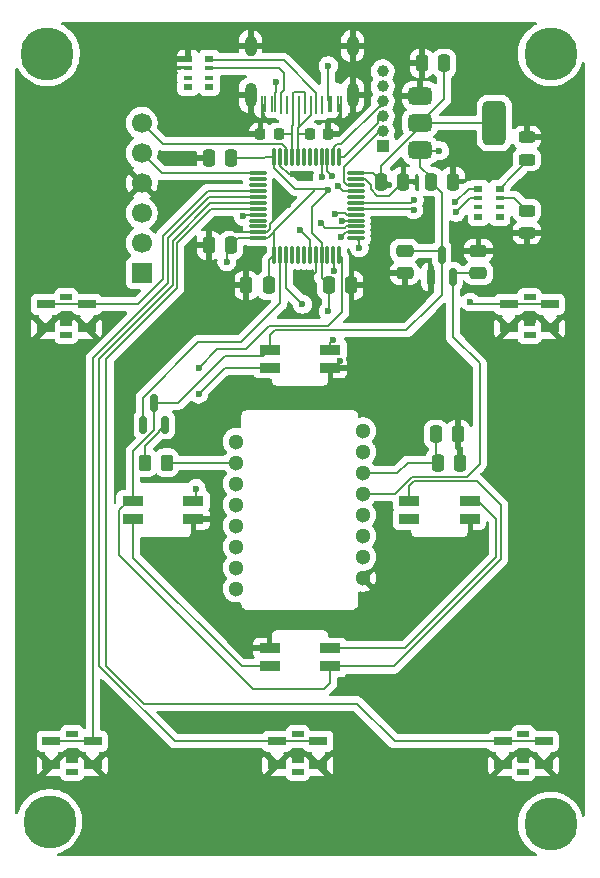
<source format=gbr>
%TF.GenerationSoftware,KiCad,Pcbnew,9.0.4*%
%TF.CreationDate,2025-11-20T14:14:08-06:00*%
%TF.ProjectId,Ballmouse,42616c6c-6d6f-4757-9365-2e6b69636164,rev?*%
%TF.SameCoordinates,Original*%
%TF.FileFunction,Copper,L1,Top*%
%TF.FilePolarity,Positive*%
%FSLAX46Y46*%
G04 Gerber Fmt 4.6, Leading zero omitted, Abs format (unit mm)*
G04 Created by KiCad (PCBNEW 9.0.4) date 2025-11-20 14:14:08*
%MOMM*%
%LPD*%
G01*
G04 APERTURE LIST*
G04 Aperture macros list*
%AMRoundRect*
0 Rectangle with rounded corners*
0 $1 Rounding radius*
0 $2 $3 $4 $5 $6 $7 $8 $9 X,Y pos of 4 corners*
0 Add a 4 corners polygon primitive as box body*
4,1,4,$2,$3,$4,$5,$6,$7,$8,$9,$2,$3,0*
0 Add four circle primitives for the rounded corners*
1,1,$1+$1,$2,$3*
1,1,$1+$1,$4,$5*
1,1,$1+$1,$6,$7*
1,1,$1+$1,$8,$9*
0 Add four rect primitives between the rounded corners*
20,1,$1+$1,$2,$3,$4,$5,0*
20,1,$1+$1,$4,$5,$6,$7,0*
20,1,$1+$1,$6,$7,$8,$9,0*
20,1,$1+$1,$8,$9,$2,$3,0*%
G04 Aperture macros list end*
%TA.AperFunction,SMDPad,CuDef*%
%ADD10R,1.800000X0.820000*%
%TD*%
%TA.AperFunction,ComponentPad*%
%ADD11C,4.500000*%
%TD*%
%TA.AperFunction,ComponentPad*%
%ADD12R,1.700000X1.700000*%
%TD*%
%TA.AperFunction,ComponentPad*%
%ADD13C,1.700000*%
%TD*%
%TA.AperFunction,SMDPad,CuDef*%
%ADD14RoundRect,0.225000X0.225000X0.250000X-0.225000X0.250000X-0.225000X-0.250000X0.225000X-0.250000X0*%
%TD*%
%TA.AperFunction,SMDPad,CuDef*%
%ADD15RoundRect,0.225000X-0.225000X-0.250000X0.225000X-0.250000X0.225000X0.250000X-0.225000X0.250000X0*%
%TD*%
%TA.AperFunction,SMDPad,CuDef*%
%ADD16RoundRect,0.150000X0.150000X-0.587500X0.150000X0.587500X-0.150000X0.587500X-0.150000X-0.587500X0*%
%TD*%
%TA.AperFunction,SMDPad,CuDef*%
%ADD17RoundRect,0.375000X-0.625000X-0.375000X0.625000X-0.375000X0.625000X0.375000X-0.625000X0.375000X0*%
%TD*%
%TA.AperFunction,SMDPad,CuDef*%
%ADD18RoundRect,0.500000X-0.500000X-1.400000X0.500000X-1.400000X0.500000X1.400000X-0.500000X1.400000X0*%
%TD*%
%TA.AperFunction,SMDPad,CuDef*%
%ADD19RoundRect,0.075000X0.075000X-0.662500X0.075000X0.662500X-0.075000X0.662500X-0.075000X-0.662500X0*%
%TD*%
%TA.AperFunction,SMDPad,CuDef*%
%ADD20RoundRect,0.075000X0.662500X-0.075000X0.662500X0.075000X-0.662500X0.075000X-0.662500X-0.075000X0*%
%TD*%
%TA.AperFunction,ComponentPad*%
%ADD21C,1.300000*%
%TD*%
%TA.AperFunction,SMDPad,CuDef*%
%ADD22R,1.000000X0.500000*%
%TD*%
%TA.AperFunction,SMDPad,CuDef*%
%ADD23R,1.500000X0.800000*%
%TD*%
%TA.AperFunction,SMDPad,CuDef*%
%ADD24R,0.800000X0.500000*%
%TD*%
%TA.AperFunction,SMDPad,CuDef*%
%ADD25R,0.800000X0.400000*%
%TD*%
%TA.AperFunction,SMDPad,CuDef*%
%ADD26RoundRect,0.250000X0.262500X0.450000X-0.262500X0.450000X-0.262500X-0.450000X0.262500X-0.450000X0*%
%TD*%
%TA.AperFunction,SMDPad,CuDef*%
%ADD27R,0.250000X1.400000*%
%TD*%
%TA.AperFunction,SMDPad,CuDef*%
%ADD28R,0.220000X1.600000*%
%TD*%
%TA.AperFunction,ComponentPad*%
%ADD29O,1.000000X2.100000*%
%TD*%
%TA.AperFunction,ComponentPad*%
%ADD30O,1.000000X1.800000*%
%TD*%
%TA.AperFunction,ComponentPad*%
%ADD31R,1.000000X1.000000*%
%TD*%
%TA.AperFunction,ComponentPad*%
%ADD32C,1.000000*%
%TD*%
%TA.AperFunction,SMDPad,CuDef*%
%ADD33RoundRect,0.243750X-0.456250X0.243750X-0.456250X-0.243750X0.456250X-0.243750X0.456250X0.243750X0*%
%TD*%
%TA.AperFunction,SMDPad,CuDef*%
%ADD34RoundRect,0.243750X0.456250X-0.243750X0.456250X0.243750X-0.456250X0.243750X-0.456250X-0.243750X0*%
%TD*%
%TA.AperFunction,SMDPad,CuDef*%
%ADD35RoundRect,0.250000X-0.250000X-0.475000X0.250000X-0.475000X0.250000X0.475000X-0.250000X0.475000X0*%
%TD*%
%TA.AperFunction,SMDPad,CuDef*%
%ADD36RoundRect,0.250000X0.475000X-0.250000X0.475000X0.250000X-0.475000X0.250000X-0.475000X-0.250000X0*%
%TD*%
%TA.AperFunction,SMDPad,CuDef*%
%ADD37RoundRect,0.250000X-0.475000X0.250000X-0.475000X-0.250000X0.475000X-0.250000X0.475000X0.250000X0*%
%TD*%
%TA.AperFunction,SMDPad,CuDef*%
%ADD38RoundRect,0.250000X0.250000X0.475000X-0.250000X0.475000X-0.250000X-0.475000X0.250000X-0.475000X0*%
%TD*%
%TA.AperFunction,ViaPad*%
%ADD39C,0.600000*%
%TD*%
%TA.AperFunction,Conductor*%
%ADD40C,0.200000*%
%TD*%
G04 APERTURE END LIST*
D10*
%TO.P,D6,1,VDD*%
%TO.N,+5V*%
X148450000Y-94825000D03*
%TO.P,D6,2,DOUT*%
%TO.N,unconnected-(D6-DOUT-Pad2)*%
X148450000Y-96360000D03*
%TO.P,D6,3,VSS*%
%TO.N,VSS*%
X153550000Y-96360000D03*
%TO.P,D6,4,DIN*%
%TO.N,Net-(D5-DOUT)*%
X153550000Y-94825000D03*
%TD*%
%TO.P,D5,1,VDD*%
%TO.N,+5V*%
X141735503Y-108860312D03*
%TO.P,D5,2,DOUT*%
%TO.N,Net-(D5-DOUT)*%
X141735503Y-107325312D03*
%TO.P,D5,3,VSS*%
%TO.N,VSS*%
X136635503Y-107325312D03*
%TO.P,D5,4,DIN*%
%TO.N,Net-(D4-DOUT)*%
X136635503Y-108860312D03*
%TD*%
%TO.P,D4,1,VDD*%
%TO.N,+5V*%
X125050000Y-94825000D03*
%TO.P,D4,2,DOUT*%
%TO.N,Net-(D4-DOUT)*%
X125050000Y-96360000D03*
%TO.P,D4,3,VSS*%
%TO.N,VSS*%
X130150000Y-96360000D03*
%TO.P,D4,4,DIN*%
%TO.N,Net-(D3-DOUT)*%
X130150000Y-94825000D03*
%TD*%
%TO.P,D3,1,VDD*%
%TO.N,+5V*%
X136650000Y-82025000D03*
%TO.P,D3,2,DOUT*%
%TO.N,Net-(D3-DOUT)*%
X136650000Y-83560000D03*
%TO.P,D3,3,VSS*%
%TO.N,VSS*%
X141750000Y-83560000D03*
%TO.P,D3,4,DIN*%
%TO.N,Neo*%
X141750000Y-82025000D03*
%TD*%
D11*
%TO.P,H4,1*%
%TO.N,N/C*%
X160400000Y-122200000D03*
%TD*%
%TO.P,H3,1*%
%TO.N,N/C*%
X118000000Y-122000000D03*
%TD*%
%TO.P,H2,1*%
%TO.N,N/C*%
X160400000Y-57000000D03*
%TD*%
%TO.P,H1,1*%
%TO.N,N/C*%
X117800000Y-57000000D03*
%TD*%
D12*
%TO.P,J2,1,Pin_1*%
%TO.N,VCC*%
X125800000Y-75550000D03*
D13*
%TO.P,J2,2,Pin_2*%
%TO.N,Reset*%
X125800000Y-73010000D03*
%TO.P,J2,3,Pin_3*%
%TO.N,Boot*%
X125800000Y-70470000D03*
%TO.P,J2,4,Pin_4*%
%TO.N,VSS*%
X125800000Y-67930000D03*
%TO.P,J2,5,Pin_5*%
%TO.N,SWCLK*%
X125800000Y-65390000D03*
%TO.P,J2,6,Pin_6*%
%TO.N,SWDIO*%
X125800000Y-62850000D03*
%TD*%
D14*
%TO.P,C16,1*%
%TO.N,/D+*%
X137392500Y-63800000D03*
%TO.P,C16,2*%
%TO.N,VSS*%
X135842500Y-63800000D03*
%TD*%
D15*
%TO.P,C8,1*%
%TO.N,/D-*%
X140025000Y-63800000D03*
%TO.P,C8,2*%
%TO.N,VSS*%
X141575000Y-63800000D03*
%TD*%
D16*
%TO.P,U4,1,GND*%
%TO.N,VSS*%
X150250000Y-75875000D03*
%TO.P,U4,2,VO*%
%TO.N,+1V8*%
X152150000Y-75875000D03*
%TO.P,U4,3,VI*%
%TO.N,+5V*%
X151200000Y-74000000D03*
%TD*%
D17*
%TO.P,U3,1,GND*%
%TO.N,VSS*%
X149350000Y-60550000D03*
%TO.P,U3,2,VO*%
%TO.N,VCC*%
X149350000Y-62850000D03*
D18*
X155650000Y-62850000D03*
D17*
%TO.P,U3,3,VI*%
%TO.N,+5V*%
X149350000Y-65150000D03*
%TD*%
D19*
%TO.P,U2,1,VBAT*%
%TO.N,VCC*%
X137017500Y-74020000D03*
%TO.P,U2,2,PC13*%
%TO.N,Led_power*%
X137517500Y-74020000D03*
%TO.P,U2,3,PC14*%
%TO.N,Neo*%
X138017500Y-74020000D03*
%TO.P,U2,4,PC15*%
%TO.N,unconnected-(U2-PC15-Pad4)*%
X138517500Y-74020000D03*
%TO.P,U2,5,PF0*%
%TO.N,unconnected-(U2-PF0-Pad5)*%
X139017500Y-74020000D03*
%TO.P,U2,6,PF1*%
%TO.N,unconnected-(U2-PF1-Pad6)*%
X139517500Y-74020000D03*
%TO.P,U2,7,NRST*%
%TO.N,Reset*%
X140017500Y-74020000D03*
%TO.P,U2,8,VSSA*%
%TO.N,VSS*%
X140517500Y-74020000D03*
%TO.P,U2,9,VDDA*%
%TO.N,VCC*%
X141017500Y-74020000D03*
%TO.P,U2,10,PA0*%
%TO.N,unconnected-(U2-PA0-Pad10)*%
X141517500Y-74020000D03*
%TO.P,U2,11,PA1*%
%TO.N,3360_Reset*%
X142017500Y-74020000D03*
%TO.P,U2,12,PA2*%
%TO.N,Motion*%
X142517500Y-74020000D03*
D20*
%TO.P,U2,13,PA3*%
%TO.N,Five*%
X143930000Y-72607500D03*
%TO.P,U2,14,PA4*%
%TO.N,~{CS}*%
X143930000Y-72107500D03*
%TO.P,U2,15,PA5*%
%TO.N,SCLK*%
X143930000Y-71607500D03*
%TO.P,U2,16,PA6*%
%TO.N,MISO*%
X143930000Y-71107500D03*
%TO.P,U2,17,PA7*%
%TO.N,MOSI*%
X143930000Y-70607500D03*
%TO.P,U2,18,PB0*%
%TO.N,Net-(RN2-R2.1)*%
X143930000Y-70107500D03*
%TO.P,U2,19,PB1*%
%TO.N,Net-(RN2-R1.1)*%
X143930000Y-69607500D03*
%TO.P,U2,20,PB2*%
%TO.N,unconnected-(U2-PB2-Pad20)*%
X143930000Y-69107500D03*
%TO.P,U2,21,PB10*%
%TO.N,Net-(J1-Pin_1)*%
X143930000Y-68607500D03*
%TO.P,U2,22,PB11*%
%TO.N,Net-(J1-Pin_2)*%
X143930000Y-68107500D03*
%TO.P,U2,23,VSS*%
%TO.N,VSS*%
X143930000Y-67607500D03*
%TO.P,U2,24,VDD*%
%TO.N,VCC*%
X143930000Y-67107500D03*
D19*
%TO.P,U2,25,PB12*%
%TO.N,Net-(J1-Pin_3)*%
X142517500Y-65695000D03*
%TO.P,U2,26,PB13*%
%TO.N,Net-(J1-Pin_4)*%
X142017500Y-65695000D03*
%TO.P,U2,27,PB14*%
%TO.N,Net-(J1-Pin_5)*%
X141517500Y-65695000D03*
%TO.P,U2,28,PB15*%
%TO.N,Net-(J1-Pin_6)*%
X141017500Y-65695000D03*
%TO.P,U2,29,PA8*%
%TO.N,unconnected-(U2-PA8-Pad29)*%
X140517500Y-65695000D03*
%TO.P,U2,30,PA9*%
%TO.N,unconnected-(U2-PA9-Pad30)*%
X140017500Y-65695000D03*
%TO.P,U2,31,PA10*%
%TO.N,unconnected-(U2-PA10-Pad31)*%
X139517500Y-65695000D03*
%TO.P,U2,32,PA11*%
%TO.N,/D-*%
X139017500Y-65695000D03*
%TO.P,U2,33,PA12*%
%TO.N,/D+*%
X138517500Y-65695000D03*
%TO.P,U2,34,PA13*%
%TO.N,SWDIO*%
X138017500Y-65695000D03*
%TO.P,U2,35,VSS*%
%TO.N,VSS*%
X137517500Y-65695000D03*
%TO.P,U2,36,VDDIO2*%
%TO.N,VCC*%
X137017500Y-65695000D03*
D20*
%TO.P,U2,37,PA14*%
%TO.N,SWCLK*%
X135605000Y-67107500D03*
%TO.P,U2,38,PA15*%
%TO.N,unconnected-(U2-PA15-Pad38)*%
X135605000Y-67607500D03*
%TO.P,U2,39,PB3*%
%TO.N,unconnected-(U2-PB3-Pad39)*%
X135605000Y-68107500D03*
%TO.P,U2,40,PB4*%
%TO.N,One*%
X135605000Y-68607500D03*
%TO.P,U2,41,PB5*%
%TO.N,Two*%
X135605000Y-69107500D03*
%TO.P,U2,42,PB6*%
%TO.N,Three*%
X135605000Y-69607500D03*
%TO.P,U2,43,PB7*%
%TO.N,Four*%
X135605000Y-70107500D03*
%TO.P,U2,44,BOOT0*%
%TO.N,Boot*%
X135605000Y-70607500D03*
%TO.P,U2,45,PB8*%
%TO.N,unconnected-(U2-PB8-Pad45)*%
X135605000Y-71107500D03*
%TO.P,U2,46,PB9*%
%TO.N,unconnected-(U2-PB9-Pad46)*%
X135605000Y-71607500D03*
%TO.P,U2,47,VSS*%
%TO.N,VSS*%
X135605000Y-72107500D03*
%TO.P,U2,48,VDD*%
%TO.N,VCC*%
X135605000Y-72607500D03*
%TD*%
D21*
%TO.P,U1,1*%
%TO.N,N/C*%
X144500000Y-88925000D03*
%TO.P,U1,2*%
X144500000Y-90705000D03*
%TO.P,U1,3,VDDPIX*%
%TO.N,Net-(U1-VDDPIX)*%
X144500000Y-92485000D03*
%TO.P,U1,4,VDD*%
%TO.N,+1V8*%
X144500000Y-94265000D03*
%TO.P,U1,5,VDDIO*%
%TO.N,VCC*%
X144500000Y-96045000D03*
%TO.P,U1,6*%
%TO.N,N/C*%
X144500000Y-97825000D03*
%TO.P,U1,7,~{RESET}*%
%TO.N,3360_Reset*%
X144500000Y-99605000D03*
%TO.P,U1,8,GND*%
%TO.N,VSS*%
X144500000Y-101385000D03*
%TO.P,U1,9,MOTION*%
%TO.N,Motion*%
X133800000Y-102275000D03*
%TO.P,U1,10,SCLK*%
%TO.N,SCLK*%
X133800000Y-100495000D03*
%TO.P,U1,11,MOSI*%
%TO.N,MOSI*%
X133800000Y-98715000D03*
%TO.P,U1,12,MISO*%
%TO.N,MISO*%
X133800000Y-96935000D03*
%TO.P,U1,13,~{CS}*%
%TO.N,~{CS}*%
X133800000Y-95155000D03*
%TO.P,U1,14*%
%TO.N,N/C*%
X133800000Y-93375000D03*
%TO.P,U1,15,LED_P*%
%TO.N,Net-(U1-LED_P)*%
X133800000Y-91595000D03*
%TO.P,U1,16*%
%TO.N,N/C*%
X133800000Y-89815000D03*
%TD*%
D22*
%TO.P,SW5,*%
%TO.N,*%
X158625000Y-77600000D03*
X158625000Y-80800000D03*
D23*
%TO.P,SW5,1,A*%
%TO.N,Five*%
X156875000Y-78200000D03*
X160375000Y-78200000D03*
%TO.P,SW5,2,B*%
%TO.N,VSS*%
X156875000Y-80200000D03*
X160375000Y-80200000D03*
%TD*%
D22*
%TO.P,SW4,*%
%TO.N,*%
X158100000Y-114600000D03*
X158100000Y-117800000D03*
D23*
%TO.P,SW4,1,A*%
%TO.N,Four*%
X156350000Y-115200000D03*
X159850000Y-115200000D03*
%TO.P,SW4,2,B*%
%TO.N,VSS*%
X156350000Y-117200000D03*
X159850000Y-117200000D03*
%TD*%
D22*
%TO.P,SW3,*%
%TO.N,*%
X139000000Y-114600000D03*
X139000000Y-117800000D03*
D23*
%TO.P,SW3,1,A*%
%TO.N,Three*%
X137250000Y-115200000D03*
X140750000Y-115200000D03*
%TO.P,SW3,2,B*%
%TO.N,VSS*%
X137250000Y-117200000D03*
X140750000Y-117200000D03*
%TD*%
D22*
%TO.P,SW2,*%
%TO.N,*%
X119900000Y-114600000D03*
X119900000Y-117800000D03*
D23*
%TO.P,SW2,1,A*%
%TO.N,Two*%
X118150000Y-115200000D03*
X121650000Y-115200000D03*
%TO.P,SW2,2,B*%
%TO.N,VSS*%
X118150000Y-117200000D03*
X121650000Y-117200000D03*
%TD*%
D22*
%TO.P,SW1,*%
%TO.N,*%
X119400000Y-77600000D03*
X119400000Y-80800000D03*
D23*
%TO.P,SW1,1,A*%
%TO.N,One*%
X117650000Y-78200000D03*
X121150000Y-78200000D03*
%TO.P,SW1,2,B*%
%TO.N,VSS*%
X117650000Y-80200000D03*
X121150000Y-80200000D03*
%TD*%
D24*
%TO.P,RN2,1,R1.1*%
%TO.N,Net-(RN2-R1.1)*%
X154300000Y-68400000D03*
D25*
%TO.P,RN2,2,R2.1*%
%TO.N,Net-(RN2-R2.1)*%
X154300000Y-69200000D03*
%TO.P,RN2,3,R3.1*%
%TO.N,unconnected-(RN2-R3.1-Pad3)*%
X154300000Y-70000000D03*
D24*
%TO.P,RN2,4,R4.1*%
%TO.N,unconnected-(RN2-R4.1-Pad4)*%
X154300000Y-70800000D03*
%TO.P,RN2,5,R4.2*%
%TO.N,unconnected-(RN2-R4.2-Pad5)*%
X156100000Y-70800000D03*
D25*
%TO.P,RN2,6,R3.2*%
%TO.N,unconnected-(RN2-R3.2-Pad6)*%
X156100000Y-70000000D03*
%TO.P,RN2,7,R2.2*%
%TO.N,Net-(D1-A)*%
X156100000Y-69200000D03*
D24*
%TO.P,RN2,8,R1.2*%
%TO.N,Net-(D2-A)*%
X156100000Y-68400000D03*
%TD*%
%TO.P,RN1,1,R1.1*%
%TO.N,VSS*%
X129700000Y-57400000D03*
D25*
%TO.P,RN1,2,R2.1*%
X129700000Y-58200000D03*
%TO.P,RN1,3,R3.1*%
%TO.N,unconnected-(RN1-R3.1-Pad3)*%
X129700000Y-59000000D03*
D24*
%TO.P,RN1,4,R4.1*%
%TO.N,unconnected-(RN1-R4.1-Pad4)*%
X129700000Y-59800000D03*
%TO.P,RN1,5,R4.2*%
%TO.N,unconnected-(RN1-R4.2-Pad5)*%
X131500000Y-59800000D03*
D25*
%TO.P,RN1,6,R3.2*%
%TO.N,unconnected-(RN1-R3.2-Pad6)*%
X131500000Y-59000000D03*
%TO.P,RN1,7,R2.2*%
%TO.N,Net-(J11-CC2)*%
X131500000Y-58200000D03*
D24*
%TO.P,RN1,8,R1.2*%
%TO.N,Net-(J11-CC1)*%
X131500000Y-57400000D03*
%TD*%
D26*
%TO.P,R1,1*%
%TO.N,Net-(U1-LED_P)*%
X127912500Y-91600000D03*
%TO.P,R1,2*%
%TO.N,Net-(Q1-S)*%
X126087500Y-91600000D03*
%TD*%
D16*
%TO.P,Q1,1,G*%
%TO.N,Led_power*%
X125900000Y-88400000D03*
%TO.P,Q1,2,S*%
%TO.N,Net-(Q1-S)*%
X127800000Y-88400000D03*
%TO.P,Q1,3,D*%
%TO.N,+5V*%
X126850000Y-86525000D03*
%TD*%
D27*
%TO.P,J11,A1,GND*%
%TO.N,VSS*%
X142655000Y-61200000D03*
%TO.P,J11,A4,VBUS*%
%TO.N,+5V*%
X141855000Y-61200000D03*
D28*
%TO.P,J11,A5,CC1*%
%TO.N,Net-(J11-CC1)*%
X140580000Y-61300000D03*
%TO.P,J11,A6,D+*%
%TO.N,/D+*%
X139580000Y-61300000D03*
%TO.P,J11,A7,D-*%
%TO.N,/D-*%
X139080000Y-61300000D03*
%TO.P,J11,A8,SBU1*%
%TO.N,unconnected-(J11-SBU1-PadA8)*%
X141080000Y-61300000D03*
D27*
%TO.P,J11,A9,VBUS*%
%TO.N,+5V*%
X136805000Y-61200000D03*
%TO.P,J11,A12,GND*%
%TO.N,VSS*%
X136005000Y-61200000D03*
%TO.P,J11,B1,GND*%
X136255000Y-61200000D03*
%TO.P,J11,B4,VBUS*%
%TO.N,+5V*%
X137055000Y-61200000D03*
D28*
%TO.P,J11,B5,CC2*%
%TO.N,Net-(J11-CC2)*%
X137580000Y-61300000D03*
%TO.P,J11,B6,D+*%
%TO.N,/D+*%
X138580000Y-61300000D03*
%TO.P,J11,B7,D-*%
%TO.N,/D-*%
X140080000Y-61300000D03*
%TO.P,J11,B8,SBU2*%
%TO.N,unconnected-(J11-SBU2-PadB8)*%
X138080000Y-61300000D03*
D27*
%TO.P,J11,B9,VBUS*%
%TO.N,+5V*%
X141605000Y-61200000D03*
%TO.P,J11,B12,GND*%
%TO.N,VSS*%
X142405000Y-61200000D03*
D29*
%TO.P,J11,S1,SHIELD*%
X143650000Y-60500000D03*
D30*
X143650000Y-56350000D03*
D29*
X135010000Y-60500000D03*
D30*
X135010000Y-56350000D03*
%TD*%
D31*
%TO.P,J1,1,Pin_1*%
%TO.N,Net-(J1-Pin_1)*%
X146200000Y-64810000D03*
D32*
%TO.P,J1,2,Pin_2*%
%TO.N,Net-(J1-Pin_2)*%
X146200000Y-63540000D03*
%TO.P,J1,3,Pin_3*%
%TO.N,Net-(J1-Pin_3)*%
X146200000Y-62270000D03*
%TO.P,J1,4,Pin_4*%
%TO.N,Net-(J1-Pin_4)*%
X146200000Y-61000000D03*
%TO.P,J1,5,Pin_5*%
%TO.N,Net-(J1-Pin_5)*%
X146200000Y-59730000D03*
%TO.P,J1,6,Pin_6*%
%TO.N,Net-(J1-Pin_6)*%
X146200000Y-58460000D03*
%TD*%
D33*
%TO.P,D2,1,K*%
%TO.N,VSS*%
X158400000Y-64062500D03*
%TO.P,D2,2,A*%
%TO.N,Net-(D2-A)*%
X158400000Y-65937500D03*
%TD*%
D34*
%TO.P,D1,1,K*%
%TO.N,VSS*%
X158400000Y-72137500D03*
%TO.P,D1,2,A*%
%TO.N,Net-(D1-A)*%
X158400000Y-70262500D03*
%TD*%
D35*
%TO.P,C12,1*%
%TO.N,Net-(U1-VDDPIX)*%
X150850000Y-91600000D03*
%TO.P,C12,2*%
%TO.N,VSS*%
X152750000Y-91600000D03*
%TD*%
%TO.P,C11,1*%
%TO.N,Net-(U1-VDDPIX)*%
X150700000Y-89200000D03*
%TO.P,C11,2*%
%TO.N,VSS*%
X152600000Y-89200000D03*
%TD*%
D36*
%TO.P,C10,1*%
%TO.N,+1V8*%
X154300000Y-75562500D03*
%TO.P,C10,2*%
%TO.N,VSS*%
X154300000Y-73662500D03*
%TD*%
D37*
%TO.P,C9,1*%
%TO.N,+5V*%
X148050000Y-73650000D03*
%TO.P,C9,2*%
%TO.N,VSS*%
X148050000Y-75550000D03*
%TD*%
D38*
%TO.P,C7,1*%
%TO.N,VCC*%
X151400000Y-57800000D03*
%TO.P,C7,2*%
%TO.N,VSS*%
X149500000Y-57800000D03*
%TD*%
D35*
%TO.P,C6,1*%
%TO.N,+5V*%
X150250000Y-67800000D03*
%TO.P,C6,2*%
%TO.N,VSS*%
X152150000Y-67800000D03*
%TD*%
%TO.P,C5,1*%
%TO.N,VCC*%
X141650000Y-76600000D03*
%TO.P,C5,2*%
%TO.N,VSS*%
X143550000Y-76600000D03*
%TD*%
D38*
%TO.P,C4,1*%
%TO.N,VCC*%
X136550000Y-76600000D03*
%TO.P,C4,2*%
%TO.N,VSS*%
X134650000Y-76600000D03*
%TD*%
%TO.P,C3,1*%
%TO.N,VCC*%
X133350000Y-73200000D03*
%TO.P,C3,2*%
%TO.N,VSS*%
X131450000Y-73200000D03*
%TD*%
%TO.P,C2,1*%
%TO.N,VCC*%
X133350000Y-65800000D03*
%TO.P,C2,2*%
%TO.N,VSS*%
X131450000Y-65800000D03*
%TD*%
D35*
%TO.P,C1,1*%
%TO.N,VCC*%
X146050000Y-67800000D03*
%TO.P,C1,2*%
%TO.N,VSS*%
X147950000Y-67800000D03*
%TD*%
D39*
%TO.N,Net-(D3-DOUT)*%
X130600000Y-85800000D03*
X130400000Y-93800000D03*
%TO.N,Neo*%
X139400000Y-78200000D03*
X142000000Y-81200000D03*
%TO.N,Net-(J1-Pin_1)*%
X142400000Y-68200000D03*
%TO.N,+5V*%
X137150000Y-59400000D03*
%TO.N,VSS*%
X129600000Y-65800000D03*
X138200000Y-69800000D03*
X132800000Y-71200000D03*
X158000000Y-83400000D03*
X150000000Y-83800000D03*
X142600000Y-83000000D03*
X138930781Y-79171315D03*
X149000000Y-67800000D03*
X152600000Y-65400000D03*
X138600000Y-67200000D03*
%TO.N,VCC*%
X133000000Y-74600000D03*
%TO.N,VSS*%
X139800000Y-76200000D03*
%TO.N,Motion*%
X130600000Y-83600000D03*
%TO.N,SCLK*%
X140940380Y-71340380D03*
%TO.N,MOSI*%
X142113959Y-70534430D03*
%TO.N,MISO*%
X142741729Y-71107499D03*
%TO.N,~{CS}*%
X142691315Y-72512850D03*
%TO.N,3360_Reset*%
X142057044Y-75391544D03*
%TO.N,VCC*%
X141600000Y-78800000D03*
%TO.N,Five*%
X153600000Y-78000000D03*
X144200000Y-73400000D03*
%TO.N,Boot*%
X134400000Y-70757500D03*
%TO.N,Net-(RN2-R2.1)*%
X152400000Y-70400000D03*
X148800000Y-70200000D03*
%TO.N,Net-(RN2-R1.1)*%
X152345929Y-69534832D03*
X148855866Y-69351835D03*
%TO.N,VCC*%
X146715380Y-68115380D03*
X141590448Y-68547332D03*
%TO.N,Reset*%
X139184629Y-71896132D03*
%TO.N,Net-(J1-Pin_6)*%
X141087565Y-67416552D03*
%TO.N,Net-(J1-Pin_5)*%
X141928504Y-67292755D03*
%TO.N,+5V*%
X151000000Y-65200000D03*
X141600000Y-58000000D03*
%TD*%
D40*
%TO.N,Net-(U1-VDDPIX)*%
X148300000Y-91600000D02*
X150850000Y-91600000D01*
%TO.N,+1V8*%
X147219372Y-94265000D02*
X144500000Y-94265000D01*
%TO.N,Net-(U1-VDDPIX)*%
X147415000Y-92485000D02*
X148300000Y-91600000D01*
%TO.N,+1V8*%
X148685372Y-92799000D02*
X147219372Y-94265000D01*
X153314627Y-92799000D02*
X148685372Y-92799000D01*
X154400000Y-91713627D02*
X153314627Y-92799000D01*
X154400000Y-83200000D02*
X154400000Y-91713627D01*
X152150000Y-80950000D02*
X154400000Y-83200000D01*
%TO.N,+5V*%
X148450000Y-93600058D02*
X148450000Y-94825000D01*
%TO.N,+1V8*%
X152150000Y-75875000D02*
X152150000Y-80950000D01*
%TO.N,+5V*%
X154199000Y-93199000D02*
X148851058Y-93199000D01*
X148851058Y-93199000D02*
X148450000Y-93600058D01*
X147139688Y-108860312D02*
X156200000Y-99800000D01*
X156200000Y-99800000D02*
X156200000Y-95200000D01*
X156200000Y-95200000D02*
X154199000Y-93199000D01*
X141735503Y-108860312D02*
X147139688Y-108860312D01*
%TO.N,Net-(U1-VDDPIX)*%
X144500000Y-92485000D02*
X147415000Y-92485000D01*
X150700000Y-91450000D02*
X150700000Y-89200000D01*
X150850000Y-91600000D02*
X150700000Y-91450000D01*
%TO.N,+5V*%
X141200000Y-110800000D02*
X141735503Y-110264497D01*
X123849000Y-99449000D02*
X135200000Y-110800000D01*
X141735503Y-110264497D02*
X141735503Y-108860312D01*
X123849000Y-95649000D02*
X123849000Y-99449000D01*
X125050000Y-94825000D02*
X124673000Y-94825000D01*
X124673000Y-94825000D02*
X123849000Y-95649000D01*
X135200000Y-110800000D02*
X141200000Y-110800000D01*
%TO.N,Net-(D5-DOUT)*%
X155800000Y-96400000D02*
X154225000Y-94825000D01*
X154225000Y-94825000D02*
X153550000Y-94825000D01*
X155800000Y-99600000D02*
X155800000Y-96400000D01*
X148074688Y-107325312D02*
X155800000Y-99600000D01*
X141735503Y-107325312D02*
X148074688Y-107325312D01*
%TO.N,Net-(D4-DOUT)*%
X134260312Y-108860312D02*
X136635503Y-108860312D01*
X125050000Y-99650000D02*
X134260312Y-108860312D01*
X125050000Y-96360000D02*
X125050000Y-99650000D01*
%TO.N,+5V*%
X125050000Y-90629468D02*
X125050000Y-94825000D01*
%TO.N,Net-(Q1-S)*%
X127250000Y-88995153D02*
X127250000Y-88950000D01*
X127250000Y-88950000D02*
X127800000Y-88400000D01*
X126087500Y-90157654D02*
X127250000Y-88995153D01*
%TO.N,+5V*%
X126850000Y-88829468D02*
X125050000Y-90629468D01*
%TO.N,Net-(Q1-S)*%
X126087500Y-91600000D02*
X126087500Y-90157654D01*
%TO.N,+5V*%
X126850000Y-86525000D02*
X126850000Y-88829468D01*
X148200000Y-80400000D02*
X150200000Y-78400000D01*
X137050058Y-80400000D02*
X148200000Y-80400000D01*
X136650000Y-80800058D02*
X137050058Y-80400000D01*
X136650000Y-82025000D02*
X136650000Y-80800058D01*
X150200000Y-78400000D02*
X151200000Y-77400000D01*
%TO.N,Motion*%
X132200000Y-82000000D02*
X130600000Y-83600000D01*
X134600000Y-82000000D02*
X132200000Y-82000000D01*
X136600000Y-80000000D02*
X134600000Y-82000000D01*
X141600000Y-80000000D02*
X136600000Y-80000000D01*
X142749000Y-74251500D02*
X142749000Y-78851000D01*
X142749000Y-78851000D02*
X141600000Y-80000000D01*
X142517500Y-74020000D02*
X142749000Y-74251500D01*
%TO.N,+5V*%
X136075000Y-82600000D02*
X136650000Y-82025000D01*
X132800000Y-82600000D02*
X136075000Y-82600000D01*
X128875000Y-86525000D02*
X132800000Y-82600000D01*
X126850000Y-86525000D02*
X128875000Y-86525000D01*
%TO.N,Net-(D3-DOUT)*%
X130400000Y-94575000D02*
X130150000Y-94825000D01*
X130400000Y-93800000D02*
X130400000Y-94575000D01*
%TO.N,Neo*%
X138017500Y-76817500D02*
X138017500Y-74020000D01*
X139400000Y-78200000D02*
X138017500Y-76817500D01*
X141750000Y-81450000D02*
X142000000Y-81200000D01*
X141750000Y-82025000D02*
X141750000Y-81450000D01*
%TO.N,Five*%
X156875000Y-78200000D02*
X160375000Y-78200000D01*
%TO.N,Net-(J1-Pin_1)*%
X143930000Y-68607500D02*
X142807500Y-68607500D01*
%TO.N,Net-(J1-Pin_2)*%
X145943824Y-63540000D02*
X146200000Y-63540000D01*
X142891500Y-66592324D02*
X145943824Y-63540000D01*
X143158676Y-68107500D02*
X142891500Y-67840324D01*
X143930000Y-68107500D02*
X143158676Y-68107500D01*
%TO.N,VCC*%
X141443116Y-68400000D02*
X141590448Y-68547332D01*
X140400000Y-68400000D02*
X141443116Y-68400000D01*
X141590448Y-68609552D02*
X141590448Y-68547332D01*
X140200000Y-70000000D02*
X141590448Y-68609552D01*
X141017500Y-74020000D02*
X141017500Y-73017500D01*
%TO.N,Net-(J1-Pin_6)*%
X141017500Y-67346487D02*
X141087565Y-67416552D01*
%TO.N,Net-(J1-Pin_5)*%
X141517500Y-66881751D02*
X141928504Y-67292755D01*
%TO.N,Net-(J1-Pin_2)*%
X142891500Y-67840324D02*
X142891500Y-66592324D01*
%TO.N,Net-(J1-Pin_1)*%
X142807500Y-68607500D02*
X142400000Y-68200000D01*
%TO.N,Net-(J1-Pin_6)*%
X141017500Y-65695000D02*
X141017500Y-67346487D01*
%TO.N,Net-(J1-Pin_5)*%
X141517500Y-65695000D02*
X141517500Y-66881751D01*
%TO.N,VCC*%
X141017500Y-73017500D02*
X140200000Y-72200000D01*
X140200000Y-72200000D02*
X140200000Y-70000000D01*
%TO.N,Net-(J11-CC2)*%
X137580000Y-60288000D02*
X137580000Y-61300000D01*
X137800000Y-60068000D02*
X137580000Y-60288000D01*
X137800000Y-58600000D02*
X137800000Y-60068000D01*
%TO.N,+5V*%
X137150000Y-60205000D02*
X137150000Y-59400000D01*
X137055000Y-61200000D02*
X137055000Y-60300000D01*
X137055000Y-60300000D02*
X137150000Y-60205000D01*
%TO.N,Net-(J11-CC2)*%
X137400000Y-58200000D02*
X137800000Y-58600000D01*
X131500000Y-58200000D02*
X137400000Y-58200000D01*
%TO.N,Net-(J11-CC1)*%
X140580000Y-60288000D02*
X140580000Y-61300000D01*
X137843000Y-57551000D02*
X140580000Y-60288000D01*
X131651000Y-57551000D02*
X137843000Y-57551000D01*
X131500000Y-57400000D02*
X131651000Y-57551000D01*
%TO.N,VSS*%
X136643500Y-71356500D02*
X138200000Y-69800000D01*
X136643500Y-71840324D02*
X136643500Y-71356500D01*
X136376324Y-72107500D02*
X136643500Y-71840324D01*
X135605000Y-72107500D02*
X136376324Y-72107500D01*
%TO.N,VCC*%
X137017500Y-74020000D02*
X137017500Y-72032010D01*
X136376324Y-72607500D02*
X136476324Y-72507500D01*
X136476324Y-72507500D02*
X136542010Y-72507500D01*
X137017500Y-72032010D02*
X137191912Y-71857598D01*
X135605000Y-72607500D02*
X136376324Y-72607500D01*
X136542010Y-72507500D02*
X137043500Y-72006009D01*
X137191912Y-71857598D02*
X137191912Y-71791912D01*
%TO.N,VSS*%
X133707500Y-72107500D02*
X132800000Y-71200000D01*
X135605000Y-72107500D02*
X133707500Y-72107500D01*
%TO.N,Reset*%
X140017500Y-74020000D02*
X140017500Y-72800000D01*
%TO.N,SCLK*%
X141315253Y-71715253D02*
X140940380Y-71340380D01*
X143079603Y-71607500D02*
X142971850Y-71715253D01*
X143930000Y-71607500D02*
X143079603Y-71607500D01*
X142971850Y-71715253D02*
X141315253Y-71715253D01*
%TO.N,VSS*%
X146750000Y-69000000D02*
X147950000Y-67800000D01*
X145738840Y-69000000D02*
X146750000Y-69000000D01*
X145200000Y-68461160D02*
X145738840Y-69000000D01*
X145200000Y-68106176D02*
X145200000Y-68461160D01*
X144701324Y-67607500D02*
X145200000Y-68106176D01*
X143930000Y-67607500D02*
X144701324Y-67607500D01*
%TO.N,VCC*%
X146050000Y-67800000D02*
X146550000Y-67800000D01*
X146550000Y-67800000D02*
X146715380Y-67965380D01*
X146715380Y-67965380D02*
X146715380Y-68115380D01*
%TO.N,VSS*%
X137517500Y-66466324D02*
X138251176Y-67200000D01*
X138251176Y-67200000D02*
X138600000Y-67200000D01*
X137517500Y-65695000D02*
X137517500Y-66466324D01*
%TO.N,VCC*%
X133000000Y-74600000D02*
X133000000Y-73550000D01*
X133000000Y-73550000D02*
X133350000Y-73200000D01*
%TO.N,VSS*%
X140517500Y-75482500D02*
X139800000Y-76200000D01*
X140517500Y-74020000D02*
X140517500Y-75482500D01*
%TO.N,~{CS}*%
X143096664Y-72107500D02*
X142691315Y-72512850D01*
X143930000Y-72107500D02*
X143096664Y-72107500D01*
%TO.N,MOSI*%
X142190890Y-70457499D02*
X142113959Y-70534430D01*
X143010968Y-70457499D02*
X142190890Y-70457499D01*
X143930000Y-70607500D02*
X143160969Y-70607500D01*
%TO.N,MISO*%
X143930000Y-71107500D02*
X142741729Y-71107499D01*
%TO.N,MOSI*%
X143160969Y-70607500D02*
X143010968Y-70457499D01*
%TO.N,Reset*%
X140017500Y-72729003D02*
X139184629Y-71896132D01*
X140017500Y-72800000D02*
X140017500Y-72729003D01*
%TO.N,3360_Reset*%
X142057044Y-74059544D02*
X142017500Y-74020000D01*
X142057044Y-75391544D02*
X142057044Y-74059544D01*
%TO.N,VCC*%
X141600000Y-78800000D02*
X141650000Y-78750000D01*
X141650000Y-78750000D02*
X141650000Y-76600000D01*
%TO.N,Four*%
X131692500Y-70107500D02*
X135605000Y-70107500D01*
X128800000Y-73000000D02*
X131692500Y-70107500D01*
X128800000Y-76800000D02*
X128800000Y-73000000D01*
X122800000Y-82800000D02*
X128800000Y-76800000D01*
X122800000Y-108800000D02*
X122800000Y-82800000D01*
X126000000Y-112000000D02*
X122800000Y-108800000D01*
X144000000Y-112000000D02*
X126000000Y-112000000D01*
X147200000Y-115200000D02*
X144000000Y-112000000D01*
X156350000Y-115200000D02*
X147200000Y-115200000D01*
%TO.N,Boot*%
X134550000Y-70607500D02*
X134400000Y-70757500D01*
X135605000Y-70607500D02*
X134550000Y-70607500D01*
%TO.N,Three*%
X134773185Y-69607500D02*
X135605000Y-69607500D01*
X134765685Y-69600000D02*
X134773185Y-69607500D01*
X128400000Y-72800000D02*
X131600000Y-69600000D01*
X128400000Y-76600000D02*
X128400000Y-72800000D01*
X122200000Y-108800000D02*
X122200000Y-82800000D01*
X128600000Y-115200000D02*
X122200000Y-108800000D01*
X137250000Y-115200000D02*
X128600000Y-115200000D01*
X122200000Y-82800000D02*
X128400000Y-76600000D01*
X131600000Y-69600000D02*
X134765685Y-69600000D01*
%TO.N,Four*%
X159850000Y-115200000D02*
X156350000Y-115200000D01*
%TO.N,Three*%
X140750000Y-115200000D02*
X137250000Y-115200000D01*
%TO.N,Two*%
X131492500Y-69107500D02*
X135605000Y-69107500D01*
X128000000Y-72600000D02*
X131492500Y-69107500D01*
X128000000Y-76400000D02*
X128000000Y-72600000D01*
X121650000Y-82750000D02*
X128000000Y-76400000D01*
X121650000Y-115200000D02*
X121650000Y-82750000D01*
X118150000Y-115200000D02*
X121650000Y-115200000D01*
%TO.N,Led_power*%
X137517500Y-78117500D02*
X137517500Y-74020000D01*
X137500000Y-78100000D02*
X137517500Y-78117500D01*
X130595532Y-81400000D02*
X134200000Y-81400000D01*
X125900000Y-88400000D02*
X125900000Y-86095532D01*
X125900000Y-86095532D02*
X130595532Y-81400000D01*
X134200000Y-81400000D02*
X137500000Y-78100000D01*
%TO.N,Five*%
X144200000Y-72877500D02*
X144200000Y-73400000D01*
X143930000Y-72607500D02*
X144200000Y-72877500D01*
X153800000Y-78200000D02*
X153600000Y-78000000D01*
X156875000Y-78200000D02*
X153800000Y-78200000D01*
%TO.N,One*%
X131407500Y-68607500D02*
X135605000Y-68607500D01*
X131400000Y-68600000D02*
X131407500Y-68607500D01*
X127600000Y-76052000D02*
X127600000Y-72400000D01*
X125452000Y-78200000D02*
X127600000Y-76052000D01*
X121150000Y-78200000D02*
X125452000Y-78200000D01*
X127600000Y-72400000D02*
X131400000Y-68600000D01*
X117650000Y-78200000D02*
X121150000Y-78200000D01*
%TO.N,Net-(U1-LED_P)*%
X133795000Y-91600000D02*
X133800000Y-91595000D01*
X127912500Y-91600000D02*
X133795000Y-91600000D01*
%TO.N,Net-(D2-A)*%
X157250000Y-67250000D02*
X158400000Y-66100000D01*
X158400000Y-66100000D02*
X158400000Y-65937500D01*
%TO.N,Net-(D1-A)*%
X157337500Y-69200000D02*
X158400000Y-70262500D01*
X156100000Y-69200000D02*
X157337500Y-69200000D01*
%TO.N,Net-(D2-A)*%
X157250000Y-67250000D02*
X156100000Y-68400000D01*
%TO.N,Net-(RN2-R2.1)*%
X153600000Y-69200000D02*
X154300000Y-69200000D01*
X152400000Y-70400000D02*
X153600000Y-69200000D01*
%TO.N,Net-(RN2-R1.1)*%
X154300000Y-68400000D02*
X153480761Y-68400000D01*
%TO.N,Net-(RN2-R2.1)*%
X148707500Y-70107500D02*
X148800000Y-70200000D01*
X143930000Y-70107500D02*
X148707500Y-70107500D01*
%TO.N,Net-(RN2-R1.1)*%
X153480761Y-68400000D02*
X152345929Y-69534832D01*
X143930000Y-69607500D02*
X148600201Y-69607500D01*
X148600201Y-69607500D02*
X148855866Y-69351835D01*
%TO.N,Net-(D2-A)*%
X157300000Y-67200000D02*
X157250000Y-67250000D01*
%TO.N,+5V*%
X151200000Y-68750000D02*
X150250000Y-67800000D01*
X151200000Y-74000000D02*
X151200000Y-68750000D01*
%TO.N,+1V8*%
X152462500Y-75562500D02*
X152150000Y-75875000D01*
X154300000Y-75562500D02*
X152462500Y-75562500D01*
%TO.N,VCC*%
X137191912Y-71791912D02*
X140400000Y-68583824D01*
X140400000Y-68583824D02*
X140400000Y-68400000D01*
X138800000Y-68400000D02*
X140400000Y-68400000D01*
X137017500Y-66617500D02*
X138800000Y-68400000D01*
X137017500Y-65695000D02*
X137017500Y-66617500D01*
%TO.N,Boot*%
X125800000Y-70470000D02*
X125937500Y-70607500D01*
%TO.N,SWCLK*%
X127517500Y-67107500D02*
X125800000Y-65390000D01*
X135605000Y-67107500D02*
X127517500Y-67107500D01*
%TO.N,SWDIO*%
X127550000Y-64600000D02*
X125800000Y-62850000D01*
X137693824Y-64600000D02*
X127550000Y-64600000D01*
X138017500Y-64923676D02*
X137693824Y-64600000D01*
X138017500Y-65695000D02*
X138017500Y-64923676D01*
%TO.N,/D+*%
X137392500Y-63800000D02*
X138542500Y-63800000D01*
X138542500Y-63800000D02*
X138542500Y-64563749D01*
%TO.N,/D-*%
X140025000Y-63800000D02*
X138992500Y-63800000D01*
X138992500Y-63800000D02*
X138992500Y-63233353D01*
%TO.N,Net-(J1-Pin_3)*%
X145942500Y-62270000D02*
X146200000Y-62270000D01*
X145799000Y-62808214D02*
X145799000Y-62413500D01*
X142912214Y-65695000D02*
X145799000Y-62808214D01*
X142517500Y-65695000D02*
X142912214Y-65695000D01*
X145799000Y-62413500D02*
X145942500Y-62270000D01*
%TO.N,Net-(J1-Pin_4)*%
X146200000Y-61200000D02*
X146200000Y-61000000D01*
X145931000Y-61469000D02*
X146200000Y-61200000D01*
X145868214Y-61469000D02*
X145931000Y-61469000D01*
X142680714Y-64656500D02*
X145868214Y-61469000D01*
X142284676Y-64656500D02*
X142680714Y-64656500D01*
X142066500Y-64874676D02*
X142284676Y-64656500D01*
X142066500Y-65333500D02*
X142066500Y-64874676D01*
X142017500Y-65382500D02*
X142066500Y-65333500D01*
X142017500Y-65695000D02*
X142017500Y-65382500D01*
%TO.N,VCC*%
X136245000Y-65695000D02*
X137017500Y-65695000D01*
X136140000Y-65800000D02*
X136245000Y-65695000D01*
X133350000Y-65800000D02*
X136140000Y-65800000D01*
X141017500Y-75967500D02*
X141017500Y-74020000D01*
X141650000Y-76600000D02*
X141017500Y-75967500D01*
X136550000Y-74487500D02*
X137017500Y-74020000D01*
X136550000Y-76600000D02*
X136550000Y-74487500D01*
X133942500Y-72607500D02*
X135605000Y-72607500D01*
X133350000Y-73200000D02*
X133942500Y-72607500D01*
%TO.N,+5V*%
X141544000Y-58056000D02*
X141600000Y-58000000D01*
X141544000Y-60889000D02*
X141544000Y-58056000D01*
X141855000Y-61200000D02*
X141544000Y-60889000D01*
%TO.N,/D+*%
X139580000Y-60288000D02*
X139580000Y-61300000D01*
X139491000Y-60199000D02*
X139580000Y-60288000D01*
X138669000Y-60199000D02*
X139491000Y-60199000D01*
X138580000Y-60288000D02*
X138669000Y-60199000D01*
X138580000Y-61300000D02*
X138580000Y-60288000D01*
%TO.N,/D-*%
X140080000Y-62145853D02*
X140080000Y-61300000D01*
X139080000Y-63145853D02*
X140080000Y-62145853D01*
%TO.N,/D+*%
X138517500Y-64588749D02*
X138517500Y-65695000D01*
X138542500Y-63117668D02*
X138542500Y-63800000D01*
X138605000Y-63055168D02*
X138542500Y-63117668D01*
%TO.N,/D-*%
X139080000Y-63145853D02*
X139080000Y-61300000D01*
%TO.N,/D+*%
X138542500Y-64563749D02*
X138517500Y-64588749D01*
%TO.N,/D-*%
X138992500Y-63233353D02*
X139080000Y-63145853D01*
X138992500Y-64563749D02*
X138992500Y-63800000D01*
%TO.N,/D+*%
X138580000Y-61300000D02*
X138580000Y-61990000D01*
%TO.N,/D-*%
X139017500Y-64588749D02*
X138992500Y-64563749D01*
%TO.N,/D+*%
X138580000Y-61990000D02*
X138605000Y-62015000D01*
%TO.N,/D-*%
X139017500Y-65695000D02*
X139017500Y-64588749D01*
%TO.N,/D+*%
X138605000Y-62015000D02*
X138605000Y-63055168D01*
%TO.N,VCC*%
X149350000Y-63193992D02*
X149350000Y-62850000D01*
X146050000Y-66493992D02*
X149350000Y-63193992D01*
X146050000Y-67800000D02*
X146050000Y-66493992D01*
X146050000Y-67800000D02*
X145357500Y-67107500D01*
X145357500Y-67107500D02*
X143930000Y-67107500D01*
%TO.N,+5V*%
X150250000Y-67450000D02*
X150250000Y-67800000D01*
X149350000Y-66550000D02*
X150250000Y-67450000D01*
X149350000Y-65150000D02*
X149350000Y-66550000D01*
X150850000Y-73650000D02*
X151200000Y-74000000D01*
X148050000Y-73650000D02*
X150850000Y-73650000D01*
X149400000Y-65200000D02*
X149350000Y-65150000D01*
X151000000Y-65200000D02*
X149400000Y-65200000D01*
%TO.N,VCC*%
X149350000Y-62850000D02*
X155650000Y-62850000D01*
X151400000Y-60800000D02*
X149350000Y-62850000D01*
X151400000Y-57800000D02*
X151400000Y-60800000D01*
%TO.N,+5V*%
X151200000Y-77400000D02*
X151200000Y-74000000D01*
%TO.N,Net-(D3-DOUT)*%
X132800000Y-83600000D02*
X130600000Y-85800000D01*
X136610000Y-83600000D02*
X132800000Y-83600000D01*
X136650000Y-83560000D02*
X136610000Y-83600000D01*
%TD*%
%TA.AperFunction,Conductor*%
%TO.N,VSS*%
G36*
X132756019Y-92200903D02*
G01*
X132757403Y-92200531D01*
X132789440Y-92210717D01*
X132821683Y-92220185D01*
X132822934Y-92221367D01*
X132823988Y-92221702D01*
X132850140Y-92245402D01*
X132852646Y-92248428D01*
X132922447Y-92344501D01*
X132979369Y-92401423D01*
X132983079Y-92405902D01*
X132994679Y-92432875D01*
X133008749Y-92458643D01*
X133008322Y-92464600D01*
X133010683Y-92470088D01*
X133005858Y-92499050D01*
X133003764Y-92528335D01*
X133000184Y-92533116D01*
X132999203Y-92539008D01*
X132975265Y-92572680D01*
X132922445Y-92625500D01*
X132922441Y-92625505D01*
X132816006Y-92772002D01*
X132733788Y-92933360D01*
X132733787Y-92933363D01*
X132677829Y-93105589D01*
X132649500Y-93284448D01*
X132649500Y-93465551D01*
X132677829Y-93644410D01*
X132733787Y-93816636D01*
X132733788Y-93816639D01*
X132755730Y-93859701D01*
X132812545Y-93971206D01*
X132816006Y-93977997D01*
X132922441Y-94124494D01*
X132922445Y-94124499D01*
X132975265Y-94177320D01*
X133008749Y-94238643D01*
X133003764Y-94308335D01*
X132975265Y-94352680D01*
X132922445Y-94405500D01*
X132922441Y-94405505D01*
X132816006Y-94552002D01*
X132733788Y-94713360D01*
X132733787Y-94713363D01*
X132677829Y-94885589D01*
X132649500Y-95064448D01*
X132649500Y-95245551D01*
X132677829Y-95424410D01*
X132733787Y-95596636D01*
X132733788Y-95596639D01*
X132816006Y-95757997D01*
X132922441Y-95904494D01*
X132922445Y-95904499D01*
X132975265Y-95957320D01*
X133008749Y-96018643D01*
X133003764Y-96088335D01*
X132975265Y-96132680D01*
X132922445Y-96185500D01*
X132922441Y-96185505D01*
X132816006Y-96332002D01*
X132733788Y-96493360D01*
X132733787Y-96493363D01*
X132677829Y-96665589D01*
X132649500Y-96844448D01*
X132649500Y-97025551D01*
X132677829Y-97204410D01*
X132733787Y-97376636D01*
X132733788Y-97376639D01*
X132816006Y-97537997D01*
X132922441Y-97684494D01*
X132922445Y-97684499D01*
X132975265Y-97737320D01*
X133008749Y-97798643D01*
X133003764Y-97868335D01*
X132975265Y-97912680D01*
X132922445Y-97965500D01*
X132922441Y-97965505D01*
X132816006Y-98112002D01*
X132733788Y-98273360D01*
X132733787Y-98273363D01*
X132677829Y-98445589D01*
X132649500Y-98624448D01*
X132649500Y-98805551D01*
X132677829Y-98984410D01*
X132733787Y-99156636D01*
X132733788Y-99156639D01*
X132816006Y-99317997D01*
X132922441Y-99464494D01*
X132922445Y-99464499D01*
X132975265Y-99517320D01*
X133008749Y-99578643D01*
X133003764Y-99648335D01*
X132975265Y-99692680D01*
X132922445Y-99745500D01*
X132922441Y-99745505D01*
X132816006Y-99892002D01*
X132733788Y-100053360D01*
X132733787Y-100053363D01*
X132677829Y-100225589D01*
X132649500Y-100404448D01*
X132649500Y-100585551D01*
X132677829Y-100764410D01*
X132733787Y-100936636D01*
X132733788Y-100936639D01*
X132816006Y-101097997D01*
X132922441Y-101244494D01*
X132922445Y-101244499D01*
X132975265Y-101297320D01*
X133008749Y-101358643D01*
X133003764Y-101428335D01*
X132975265Y-101472680D01*
X132922445Y-101525500D01*
X132922441Y-101525505D01*
X132816006Y-101672002D01*
X132733788Y-101833360D01*
X132733787Y-101833363D01*
X132677829Y-102005589D01*
X132649500Y-102184448D01*
X132649500Y-102365551D01*
X132677829Y-102544410D01*
X132733787Y-102716636D01*
X132733788Y-102716639D01*
X132816006Y-102877997D01*
X132922441Y-103024494D01*
X132922445Y-103024499D01*
X133050500Y-103152554D01*
X133050505Y-103152558D01*
X133178287Y-103245396D01*
X133197006Y-103258996D01*
X133302484Y-103312740D01*
X133358360Y-103341211D01*
X133358363Y-103341212D01*
X133444476Y-103369191D01*
X133530591Y-103397171D01*
X133613429Y-103410291D01*
X133709449Y-103425500D01*
X133709454Y-103425500D01*
X133890550Y-103425500D01*
X133963258Y-103413983D01*
X134061103Y-103398486D01*
X134130395Y-103407440D01*
X134183847Y-103452436D01*
X134204487Y-103519187D01*
X134204500Y-103520959D01*
X134204500Y-103603391D01*
X134238608Y-103730687D01*
X134271554Y-103787750D01*
X134304500Y-103844814D01*
X134397686Y-103938000D01*
X134511814Y-104003892D01*
X134639108Y-104038000D01*
X134639110Y-104038000D01*
X143660890Y-104038000D01*
X143660892Y-104038000D01*
X143788186Y-104003892D01*
X143902314Y-103938000D01*
X143995500Y-103844814D01*
X144061392Y-103730686D01*
X144095500Y-103603392D01*
X144095500Y-102630453D01*
X144115185Y-102563414D01*
X144167989Y-102517659D01*
X144237147Y-102507715D01*
X144238898Y-102507980D01*
X144409494Y-102535000D01*
X144590506Y-102535000D01*
X144769293Y-102506682D01*
X144941444Y-102450748D01*
X144941452Y-102450745D01*
X145102730Y-102368568D01*
X145118532Y-102357085D01*
X144496447Y-101735000D01*
X144546078Y-101735000D01*
X144635095Y-101711148D01*
X144714905Y-101665070D01*
X144780070Y-101599905D01*
X144826148Y-101520095D01*
X144850000Y-101431078D01*
X144850000Y-101384999D01*
X144853553Y-101384999D01*
X144853553Y-101385000D01*
X145472085Y-102003532D01*
X145483568Y-101987730D01*
X145565745Y-101826452D01*
X145565748Y-101826444D01*
X145621682Y-101654293D01*
X145650000Y-101475506D01*
X145650000Y-101294493D01*
X145621682Y-101115706D01*
X145565748Y-100943555D01*
X145565747Y-100943552D01*
X145483571Y-100782275D01*
X145483566Y-100782267D01*
X145472085Y-100766466D01*
X144853553Y-101384999D01*
X144850000Y-101384999D01*
X144850000Y-101338922D01*
X144826148Y-101249905D01*
X144780070Y-101170095D01*
X144714905Y-101104930D01*
X144635095Y-101058852D01*
X144546078Y-101035000D01*
X144496444Y-101035000D01*
X144800003Y-100731441D01*
X144849363Y-100701192D01*
X144941639Y-100671211D01*
X145102994Y-100588996D01*
X145249501Y-100482553D01*
X145377553Y-100354501D01*
X145483996Y-100207994D01*
X145566211Y-100046639D01*
X145622171Y-99874409D01*
X145636765Y-99782259D01*
X145650500Y-99695551D01*
X145650500Y-99514448D01*
X145627136Y-99366942D01*
X145622171Y-99335591D01*
X145566211Y-99163361D01*
X145566211Y-99163360D01*
X145537740Y-99107484D01*
X145483996Y-99002006D01*
X145470396Y-98983287D01*
X145377558Y-98855505D01*
X145377554Y-98855500D01*
X145324735Y-98802681D01*
X145291250Y-98741358D01*
X145296234Y-98671666D01*
X145324735Y-98627319D01*
X145327606Y-98624448D01*
X145377553Y-98574501D01*
X145483996Y-98427994D01*
X145566211Y-98266639D01*
X145622171Y-98094409D01*
X145636765Y-98002259D01*
X145650500Y-97915551D01*
X145650500Y-97734448D01*
X145634019Y-97630397D01*
X145622171Y-97555591D01*
X145566211Y-97383361D01*
X145566211Y-97383360D01*
X145508705Y-97270500D01*
X145483996Y-97222006D01*
X145415368Y-97127547D01*
X145377558Y-97075505D01*
X145377554Y-97075500D01*
X145324735Y-97022681D01*
X145291250Y-96961358D01*
X145296234Y-96891666D01*
X145324735Y-96847319D01*
X145327606Y-96844448D01*
X145377553Y-96794501D01*
X145483996Y-96647994D01*
X145566211Y-96486639D01*
X145622171Y-96314409D01*
X145636765Y-96222259D01*
X145650500Y-96135551D01*
X145650500Y-95954448D01*
X145632771Y-95842517D01*
X145622171Y-95775591D01*
X145566211Y-95603361D01*
X145566211Y-95603360D01*
X145522813Y-95518189D01*
X145483996Y-95442006D01*
X145411688Y-95342482D01*
X145377558Y-95295505D01*
X145377554Y-95295500D01*
X145324735Y-95242681D01*
X145323279Y-95240015D01*
X145320685Y-95238435D01*
X145306639Y-95209541D01*
X145291250Y-95181358D01*
X145291466Y-95178329D01*
X145290138Y-95175596D01*
X145293942Y-95143703D01*
X145296234Y-95111666D01*
X145298163Y-95108322D01*
X145298415Y-95106218D01*
X145304971Y-95096528D01*
X145316776Y-95076076D01*
X145320543Y-95071510D01*
X145377553Y-95014501D01*
X145450919Y-94913519D01*
X145453349Y-94910576D01*
X145479240Y-94893042D01*
X145504000Y-94873949D01*
X145508751Y-94873056D01*
X145511201Y-94871398D01*
X145518521Y-94871221D01*
X145548989Y-94865500D01*
X146925501Y-94865500D01*
X146992540Y-94885185D01*
X147038295Y-94937989D01*
X147049501Y-94989500D01*
X147049501Y-95282876D01*
X147055908Y-95342483D01*
X147106202Y-95477328D01*
X147106204Y-95477331D01*
X147136790Y-95518189D01*
X147161207Y-95583654D01*
X147146355Y-95651927D01*
X147136790Y-95666811D01*
X147106204Y-95707668D01*
X147106202Y-95707671D01*
X147055908Y-95842517D01*
X147049501Y-95902116D01*
X147049500Y-95902135D01*
X147049500Y-96817870D01*
X147049501Y-96817876D01*
X147055908Y-96877483D01*
X147106202Y-97012328D01*
X147106206Y-97012335D01*
X147192452Y-97127544D01*
X147192455Y-97127547D01*
X147307664Y-97213793D01*
X147307671Y-97213797D01*
X147442517Y-97264091D01*
X147442516Y-97264091D01*
X147449444Y-97264835D01*
X147502127Y-97270500D01*
X148475500Y-97270499D01*
X148542539Y-97290183D01*
X148588294Y-97342987D01*
X148599500Y-97394499D01*
X148599500Y-97465891D01*
X148633608Y-97593187D01*
X148666554Y-97650250D01*
X148699500Y-97707314D01*
X148792686Y-97800500D01*
X148906814Y-97866392D01*
X149034108Y-97900500D01*
X149034110Y-97900500D01*
X152965890Y-97900500D01*
X152965892Y-97900500D01*
X153093186Y-97866392D01*
X153207314Y-97800500D01*
X153300500Y-97707314D01*
X153366392Y-97593186D01*
X153400500Y-97465892D01*
X153400500Y-96484000D01*
X153403050Y-96475314D01*
X153401762Y-96466353D01*
X153412740Y-96442312D01*
X153420185Y-96416961D01*
X153427025Y-96411033D01*
X153430787Y-96402797D01*
X153453021Y-96388507D01*
X153472989Y-96371206D01*
X153483503Y-96368918D01*
X153489565Y-96365023D01*
X153524500Y-96360000D01*
X153676000Y-96360000D01*
X153743039Y-96379685D01*
X153788794Y-96432489D01*
X153800000Y-96484000D01*
X153800000Y-97270000D01*
X154497828Y-97270000D01*
X154497844Y-97269999D01*
X154557372Y-97263598D01*
X154557379Y-97263596D01*
X154692086Y-97213354D01*
X154692093Y-97213350D01*
X154807187Y-97127190D01*
X154807190Y-97127187D01*
X154893350Y-97012093D01*
X154893354Y-97012086D01*
X154943596Y-96877379D01*
X154943598Y-96877372D01*
X154949999Y-96817844D01*
X154950000Y-96817827D01*
X154950000Y-96698597D01*
X154956238Y-96677351D01*
X154957818Y-96655263D01*
X154965890Y-96644479D01*
X154969685Y-96631558D01*
X154986418Y-96617058D01*
X154999690Y-96599330D01*
X155012310Y-96594622D01*
X155022489Y-96585803D01*
X155044406Y-96582651D01*
X155065154Y-96574913D01*
X155078314Y-96577775D01*
X155091647Y-96575859D01*
X155111790Y-96585058D01*
X155133427Y-96589765D01*
X155151152Y-96603033D01*
X155155203Y-96604884D01*
X155161681Y-96610916D01*
X155163181Y-96612416D01*
X155196666Y-96673739D01*
X155199500Y-96700097D01*
X155199500Y-99299903D01*
X155179815Y-99366942D01*
X155163181Y-99387584D01*
X147862272Y-106688493D01*
X147800949Y-106721978D01*
X147774591Y-106724812D01*
X143180169Y-106724812D01*
X143113130Y-106705127D01*
X143080902Y-106675123D01*
X143079299Y-106672982D01*
X143079299Y-106672981D01*
X142993049Y-106557766D01*
X142970212Y-106540670D01*
X142877838Y-106471518D01*
X142877831Y-106471514D01*
X142742985Y-106421220D01*
X142742986Y-106421220D01*
X142683386Y-106414813D01*
X142683384Y-106414812D01*
X142683376Y-106414812D01*
X142683368Y-106414812D01*
X141710003Y-106414812D01*
X141642964Y-106395127D01*
X141597209Y-106342323D01*
X141586003Y-106290812D01*
X141586003Y-106219422D01*
X141586003Y-106219420D01*
X141551895Y-106092126D01*
X141486003Y-105977998D01*
X141392817Y-105884812D01*
X141335753Y-105851866D01*
X141278690Y-105818920D01*
X141215042Y-105801866D01*
X141151395Y-105784812D01*
X137351395Y-105784812D01*
X137219611Y-105784812D01*
X137092315Y-105818920D01*
X136978189Y-105884812D01*
X136978186Y-105884814D01*
X136885005Y-105977995D01*
X136885003Y-105977998D01*
X136819111Y-106092124D01*
X136785003Y-106219420D01*
X136785003Y-107201312D01*
X136765318Y-107268351D01*
X136712514Y-107314106D01*
X136661003Y-107325312D01*
X136635503Y-107325312D01*
X136635503Y-107451312D01*
X136615818Y-107518351D01*
X136563014Y-107564106D01*
X136511503Y-107575312D01*
X135235503Y-107575312D01*
X135235503Y-107783156D01*
X135241904Y-107842684D01*
X135241906Y-107842691D01*
X135292148Y-107977398D01*
X135292150Y-107977401D01*
X135322605Y-108018084D01*
X135331839Y-108042842D01*
X135344504Y-108066036D01*
X135343858Y-108075066D01*
X135347022Y-108083549D01*
X135341405Y-108109369D01*
X135339520Y-108135728D01*
X135333122Y-108147445D01*
X135332170Y-108151822D01*
X135322606Y-108166705D01*
X135291707Y-108207981D01*
X135291706Y-108207982D01*
X135290105Y-108210122D01*
X135234172Y-108251993D01*
X135190837Y-108259812D01*
X134560409Y-108259812D01*
X134493370Y-108240127D01*
X134472728Y-108223493D01*
X133116702Y-106867467D01*
X135235503Y-106867467D01*
X135235503Y-107075312D01*
X136385503Y-107075312D01*
X136385503Y-106415312D01*
X135687658Y-106415312D01*
X135628130Y-106421713D01*
X135628123Y-106421715D01*
X135493416Y-106471957D01*
X135493409Y-106471961D01*
X135378315Y-106558121D01*
X135378312Y-106558124D01*
X135292152Y-106673218D01*
X135292148Y-106673225D01*
X135241906Y-106807932D01*
X135241904Y-106807939D01*
X135235503Y-106867467D01*
X133116702Y-106867467D01*
X125686819Y-99437584D01*
X125653334Y-99376261D01*
X125650500Y-99349903D01*
X125650500Y-98024500D01*
X125670185Y-97957461D01*
X125722989Y-97911706D01*
X125774500Y-97900500D01*
X129565890Y-97900500D01*
X129565892Y-97900500D01*
X129693186Y-97866392D01*
X129807314Y-97800500D01*
X129900500Y-97707314D01*
X129966392Y-97593186D01*
X130000500Y-97465892D01*
X130000500Y-97270000D01*
X130400000Y-97270000D01*
X131097828Y-97270000D01*
X131097844Y-97269999D01*
X131157372Y-97263598D01*
X131157379Y-97263596D01*
X131292086Y-97213354D01*
X131292093Y-97213350D01*
X131407187Y-97127190D01*
X131407190Y-97127187D01*
X131493350Y-97012093D01*
X131493354Y-97012086D01*
X131543596Y-96877379D01*
X131543598Y-96877372D01*
X131549999Y-96817844D01*
X131550000Y-96817827D01*
X131550000Y-96610000D01*
X130400000Y-96610000D01*
X130400000Y-97270000D01*
X130000500Y-97270000D01*
X130000500Y-96484000D01*
X130020185Y-96416961D01*
X130072989Y-96371206D01*
X130124500Y-96360000D01*
X130150000Y-96360000D01*
X130150000Y-96234000D01*
X130169685Y-96166961D01*
X130222489Y-96121206D01*
X130274000Y-96110000D01*
X131550000Y-96110000D01*
X131550000Y-95902172D01*
X131549999Y-95902155D01*
X131543598Y-95842627D01*
X131543596Y-95842620D01*
X131493354Y-95707913D01*
X131493352Y-95707910D01*
X131462897Y-95667227D01*
X131438480Y-95601763D01*
X131453332Y-95533490D01*
X131462894Y-95518610D01*
X131493796Y-95477331D01*
X131544091Y-95342483D01*
X131550500Y-95282873D01*
X131550499Y-94367128D01*
X131544091Y-94307517D01*
X131528233Y-94265000D01*
X131493797Y-94172671D01*
X131493793Y-94172664D01*
X131407547Y-94057455D01*
X131407544Y-94057452D01*
X131292335Y-93971206D01*
X131292332Y-93971205D01*
X131292331Y-93971204D01*
X131281161Y-93967038D01*
X131225231Y-93925166D01*
X131200816Y-93859701D01*
X131200500Y-93850858D01*
X131200500Y-93721155D01*
X131200499Y-93721153D01*
X131185234Y-93644410D01*
X131169737Y-93566503D01*
X131111965Y-93427028D01*
X131109397Y-93420827D01*
X131109390Y-93420814D01*
X131021789Y-93289711D01*
X131021786Y-93289707D01*
X130910292Y-93178213D01*
X130910288Y-93178210D01*
X130779185Y-93090609D01*
X130779172Y-93090602D01*
X130633501Y-93030264D01*
X130633489Y-93030261D01*
X130478845Y-92999500D01*
X130478842Y-92999500D01*
X130321158Y-92999500D01*
X130321155Y-92999500D01*
X130166510Y-93030261D01*
X130166498Y-93030264D01*
X130020827Y-93090602D01*
X130020814Y-93090609D01*
X129889711Y-93178210D01*
X129889707Y-93178213D01*
X129776245Y-93291676D01*
X129714922Y-93325161D01*
X129656472Y-93323770D01*
X129565893Y-93299500D01*
X129565892Y-93299500D01*
X125774500Y-93299500D01*
X125707461Y-93279815D01*
X125661706Y-93227011D01*
X125650500Y-93175500D01*
X125650500Y-92924499D01*
X125670185Y-92857460D01*
X125722989Y-92811705D01*
X125774500Y-92800499D01*
X125774981Y-92800499D01*
X125774991Y-92800500D01*
X126400008Y-92800499D01*
X126400016Y-92800498D01*
X126400019Y-92800498D01*
X126456302Y-92794748D01*
X126502797Y-92789999D01*
X126669334Y-92734814D01*
X126818656Y-92642712D01*
X126912319Y-92549049D01*
X126973642Y-92515564D01*
X127043334Y-92520548D01*
X127087681Y-92549049D01*
X127181344Y-92642712D01*
X127330666Y-92734814D01*
X127497203Y-92789999D01*
X127599991Y-92800500D01*
X128225008Y-92800499D01*
X128225016Y-92800498D01*
X128225019Y-92800498D01*
X128281302Y-92794748D01*
X128327797Y-92789999D01*
X128494334Y-92734814D01*
X128643656Y-92642712D01*
X128767712Y-92518656D01*
X128859814Y-92369334D01*
X128887595Y-92285495D01*
X128927368Y-92228051D01*
X128991884Y-92201228D01*
X129005301Y-92200500D01*
X132754644Y-92200500D01*
X132756019Y-92200903D01*
G37*
%TD.AperFunction*%
%TA.AperFunction,Conductor*%
G36*
X133542539Y-70727685D02*
G01*
X133588294Y-70780489D01*
X133599500Y-70832000D01*
X133599500Y-70836346D01*
X133630261Y-70990989D01*
X133630264Y-70991001D01*
X133690602Y-71136672D01*
X133690609Y-71136685D01*
X133778210Y-71267788D01*
X133778213Y-71267792D01*
X133889707Y-71379286D01*
X133889711Y-71379289D01*
X134020814Y-71466890D01*
X134020827Y-71466897D01*
X134100998Y-71500104D01*
X134166503Y-71527237D01*
X134267194Y-71547265D01*
X134290503Y-71559458D01*
X134315322Y-71568157D01*
X134320967Y-71575393D01*
X134329102Y-71579649D01*
X134342118Y-71602508D01*
X134358297Y-71623247D01*
X134360496Y-71634781D01*
X134363676Y-71640365D01*
X134366484Y-71657579D01*
X134367000Y-71663215D01*
X134367000Y-71720220D01*
X134381813Y-71832736D01*
X134382717Y-71834919D01*
X134383849Y-71847281D01*
X134382088Y-71856223D01*
X134383304Y-71874767D01*
X134380090Y-71899183D01*
X134351825Y-71963080D01*
X134293501Y-72001552D01*
X134257151Y-72007000D01*
X134029170Y-72007000D01*
X134029154Y-72006999D01*
X134021558Y-72006999D01*
X133863443Y-72006999D01*
X133863442Y-72006999D01*
X133859963Y-72007457D01*
X133804774Y-72002224D01*
X133752798Y-71985001D01*
X133650010Y-71974500D01*
X133049998Y-71974500D01*
X133049980Y-71974501D01*
X132947203Y-71985000D01*
X132947200Y-71985001D01*
X132780668Y-72040185D01*
X132780663Y-72040187D01*
X132631342Y-72132289D01*
X132507288Y-72256343D01*
X132507283Y-72256349D01*
X132505241Y-72259661D01*
X132503247Y-72261453D01*
X132502807Y-72262011D01*
X132502711Y-72261935D01*
X132453291Y-72306383D01*
X132384328Y-72317602D01*
X132320247Y-72289755D01*
X132294168Y-72259656D01*
X132292319Y-72256659D01*
X132292316Y-72256655D01*
X132168345Y-72132684D01*
X132019124Y-72040643D01*
X132019119Y-72040641D01*
X131852697Y-71985494D01*
X131852690Y-71985493D01*
X131749986Y-71975000D01*
X131700000Y-71975000D01*
X131700000Y-74424999D01*
X131749972Y-74424999D01*
X131749986Y-74424998D01*
X131852697Y-74414505D01*
X132019119Y-74359358D01*
X132019159Y-74359334D01*
X132019189Y-74359325D01*
X132025670Y-74356304D01*
X132026185Y-74357410D01*
X132086550Y-74340887D01*
X132153215Y-74361802D01*
X132197991Y-74415440D01*
X132206659Y-74484769D01*
X132205885Y-74489055D01*
X132199500Y-74521157D01*
X132199500Y-74678846D01*
X132230261Y-74833489D01*
X132230264Y-74833501D01*
X132290602Y-74979172D01*
X132290609Y-74979185D01*
X132378210Y-75110288D01*
X132378213Y-75110292D01*
X132489707Y-75221786D01*
X132489711Y-75221789D01*
X132620814Y-75309390D01*
X132620827Y-75309397D01*
X132680923Y-75334289D01*
X132766503Y-75369737D01*
X132869382Y-75390201D01*
X132921153Y-75400499D01*
X132921156Y-75400500D01*
X132921158Y-75400500D01*
X133078844Y-75400500D01*
X133078845Y-75400499D01*
X133233497Y-75369737D01*
X133379179Y-75309394D01*
X133510289Y-75221789D01*
X133621789Y-75110289D01*
X133709394Y-74979179D01*
X133769737Y-74833497D01*
X133800500Y-74678842D01*
X133800500Y-74521158D01*
X133799111Y-74514175D01*
X133805337Y-74444584D01*
X133848199Y-74389406D01*
X133881724Y-74372276D01*
X133919334Y-74359814D01*
X134068656Y-74267712D01*
X134192712Y-74143656D01*
X134284814Y-73994334D01*
X134339999Y-73827797D01*
X134350500Y-73725009D01*
X134350500Y-73332000D01*
X134353050Y-73323314D01*
X134351762Y-73314353D01*
X134362740Y-73290312D01*
X134370185Y-73264961D01*
X134377025Y-73259033D01*
X134380787Y-73250797D01*
X134403021Y-73236507D01*
X134422989Y-73219206D01*
X134433503Y-73216918D01*
X134439565Y-73213023D01*
X134474500Y-73208000D01*
X134682651Y-73208000D01*
X134730103Y-73217438D01*
X134792264Y-73243187D01*
X134904780Y-73258000D01*
X134904787Y-73258000D01*
X136243000Y-73258000D01*
X136310039Y-73277685D01*
X136355794Y-73330489D01*
X136367000Y-73382000D01*
X136367000Y-73769902D01*
X136347315Y-73836941D01*
X136330681Y-73857583D01*
X136069481Y-74118782D01*
X136069475Y-74118790D01*
X136022302Y-74200498D01*
X136022302Y-74200499D01*
X135990423Y-74255714D01*
X135990423Y-74255715D01*
X135949499Y-74408443D01*
X135949499Y-74408445D01*
X135949499Y-74576546D01*
X135949500Y-74576559D01*
X135949500Y-75390201D01*
X135929815Y-75457240D01*
X135890598Y-75495739D01*
X135831344Y-75532287D01*
X135707288Y-75656343D01*
X135707283Y-75656349D01*
X135705241Y-75659661D01*
X135703247Y-75661453D01*
X135702807Y-75662011D01*
X135702711Y-75661935D01*
X135653291Y-75706383D01*
X135584328Y-75717602D01*
X135520247Y-75689755D01*
X135494168Y-75659656D01*
X135492319Y-75656659D01*
X135492316Y-75656655D01*
X135368345Y-75532684D01*
X135219124Y-75440643D01*
X135219119Y-75440641D01*
X135052697Y-75385494D01*
X135052690Y-75385493D01*
X134949986Y-75375000D01*
X134900000Y-75375000D01*
X134900000Y-77824999D01*
X134949972Y-77824999D01*
X134949986Y-77824998D01*
X135052697Y-77814505D01*
X135219119Y-77759358D01*
X135219124Y-77759356D01*
X135368345Y-77667315D01*
X135492318Y-77543342D01*
X135494165Y-77540348D01*
X135495969Y-77538724D01*
X135496798Y-77537677D01*
X135496976Y-77537818D01*
X135546110Y-77493621D01*
X135615073Y-77482396D01*
X135679156Y-77510236D01*
X135705243Y-77540341D01*
X135707288Y-77543656D01*
X135831344Y-77667712D01*
X135980666Y-77759814D01*
X136147203Y-77814999D01*
X136249991Y-77825500D01*
X136625903Y-77825499D01*
X136692941Y-77845183D01*
X136738696Y-77897987D01*
X136748640Y-77967146D01*
X136719615Y-78030701D01*
X136713583Y-78037180D01*
X133987584Y-80763181D01*
X133926261Y-80796666D01*
X133899903Y-80799500D01*
X130682201Y-80799500D01*
X130682185Y-80799499D01*
X130674589Y-80799499D01*
X130516475Y-80799499D01*
X130409119Y-80828265D01*
X130363742Y-80840424D01*
X130363741Y-80840425D01*
X130313628Y-80869359D01*
X130313627Y-80869360D01*
X130270221Y-80894420D01*
X130226817Y-80919479D01*
X130226816Y-80919480D01*
X125419480Y-85726815D01*
X125416754Y-85731537D01*
X125414218Y-85735931D01*
X125340423Y-85863747D01*
X125299499Y-86016475D01*
X125299499Y-86016477D01*
X125299499Y-86184578D01*
X125299500Y-86184591D01*
X125299500Y-87291691D01*
X125279815Y-87358730D01*
X125263181Y-87379372D01*
X125231923Y-87410629D01*
X125231917Y-87410637D01*
X125148255Y-87552103D01*
X125148254Y-87552106D01*
X125102402Y-87709926D01*
X125102401Y-87709932D01*
X125099500Y-87746798D01*
X125099500Y-89053201D01*
X125102401Y-89090067D01*
X125102402Y-89090073D01*
X125148254Y-89247893D01*
X125148255Y-89247896D01*
X125231917Y-89389362D01*
X125231923Y-89389370D01*
X125248711Y-89406158D01*
X125282196Y-89467481D01*
X125277212Y-89537173D01*
X125248711Y-89581520D01*
X124684363Y-90145868D01*
X124684356Y-90145875D01*
X124681286Y-90148946D01*
X124681284Y-90148948D01*
X124569480Y-90260752D01*
X124545587Y-90302137D01*
X124539627Y-90312459D01*
X124539626Y-90312461D01*
X124504877Y-90372648D01*
X124490423Y-90397683D01*
X124449499Y-90550411D01*
X124449499Y-90550413D01*
X124449499Y-90718514D01*
X124449500Y-90718527D01*
X124449500Y-93790500D01*
X124429815Y-93857539D01*
X124377011Y-93903294D01*
X124325501Y-93914500D01*
X124102130Y-93914500D01*
X124102123Y-93914501D01*
X124042516Y-93920908D01*
X123907671Y-93971202D01*
X123907664Y-93971206D01*
X123792455Y-94057452D01*
X123792452Y-94057455D01*
X123706206Y-94172664D01*
X123706202Y-94172671D01*
X123655908Y-94307517D01*
X123651053Y-94352680D01*
X123649501Y-94367123D01*
X123649500Y-94367135D01*
X123649500Y-94947902D01*
X123640855Y-94977342D01*
X123634332Y-95007329D01*
X123630577Y-95012344D01*
X123629815Y-95014941D01*
X123613181Y-95035583D01*
X123612181Y-95036583D01*
X123550858Y-95070068D01*
X123481166Y-95065084D01*
X123425233Y-95023212D01*
X123400816Y-94957748D01*
X123400500Y-94948902D01*
X123400500Y-83100096D01*
X123420185Y-83033057D01*
X123436814Y-83012420D01*
X129158506Y-77290727D01*
X129158511Y-77290724D01*
X129168714Y-77280520D01*
X129168716Y-77280520D01*
X129280520Y-77168716D01*
X129305767Y-77124986D01*
X133650001Y-77124986D01*
X133660494Y-77227697D01*
X133715641Y-77394119D01*
X133715643Y-77394124D01*
X133807684Y-77543345D01*
X133931654Y-77667315D01*
X134080875Y-77759356D01*
X134080880Y-77759358D01*
X134247302Y-77814505D01*
X134247309Y-77814506D01*
X134350019Y-77824999D01*
X134399999Y-77824998D01*
X134400000Y-77824998D01*
X134400000Y-76850000D01*
X133650001Y-76850000D01*
X133650001Y-77124986D01*
X129305767Y-77124986D01*
X129359577Y-77031784D01*
X129384209Y-76939854D01*
X129393226Y-76906205D01*
X129400499Y-76879060D01*
X129400500Y-76879057D01*
X129400500Y-76075013D01*
X133650000Y-76075013D01*
X133650000Y-76350000D01*
X134400000Y-76350000D01*
X134400000Y-75375000D01*
X134399999Y-75374999D01*
X134350029Y-75375000D01*
X134350011Y-75375001D01*
X134247302Y-75385494D01*
X134080880Y-75440641D01*
X134080875Y-75440643D01*
X133931654Y-75532684D01*
X133807684Y-75656654D01*
X133715643Y-75805875D01*
X133715641Y-75805880D01*
X133660494Y-75972302D01*
X133660493Y-75972309D01*
X133650000Y-76075013D01*
X129400500Y-76075013D01*
X129400500Y-73724986D01*
X130450001Y-73724986D01*
X130460494Y-73827697D01*
X130515641Y-73994119D01*
X130515643Y-73994124D01*
X130607684Y-74143345D01*
X130731654Y-74267315D01*
X130880875Y-74359356D01*
X130880880Y-74359358D01*
X131047302Y-74414505D01*
X131047309Y-74414506D01*
X131150019Y-74424999D01*
X131199999Y-74424998D01*
X131200000Y-74424998D01*
X131200000Y-73450000D01*
X130450001Y-73450000D01*
X130450001Y-73724986D01*
X129400500Y-73724986D01*
X129400500Y-73300097D01*
X129420185Y-73233058D01*
X129436819Y-73212416D01*
X129854694Y-72794541D01*
X130280627Y-72368607D01*
X130341948Y-72335124D01*
X130411639Y-72340108D01*
X130467573Y-72381980D01*
X130491990Y-72447444D01*
X130486012Y-72495293D01*
X130460495Y-72572298D01*
X130460493Y-72572309D01*
X130450000Y-72675013D01*
X130450000Y-72950000D01*
X131200000Y-72950000D01*
X131200000Y-71975000D01*
X131199999Y-71974999D01*
X131150029Y-71975000D01*
X131150011Y-71975001D01*
X131047302Y-71985494D01*
X130970295Y-72011012D01*
X130900467Y-72013414D01*
X130840425Y-71977682D01*
X130809232Y-71915162D01*
X130816793Y-71845702D01*
X130843608Y-71805626D01*
X131904917Y-70744319D01*
X131966240Y-70710834D01*
X131992598Y-70708000D01*
X133475500Y-70708000D01*
X133542539Y-70727685D01*
G37*
%TD.AperFunction*%
%TA.AperFunction,Conductor*%
G36*
X151468834Y-78082914D02*
G01*
X151524767Y-78124786D01*
X151549184Y-78190250D01*
X151549500Y-78199096D01*
X151549500Y-80863330D01*
X151549499Y-80863348D01*
X151549499Y-81029054D01*
X151549498Y-81029054D01*
X151590424Y-81181789D01*
X151590425Y-81181790D01*
X151611455Y-81218214D01*
X151611456Y-81218216D01*
X151669475Y-81318709D01*
X151669481Y-81318717D01*
X151788349Y-81437585D01*
X151788355Y-81437590D01*
X153763181Y-83412416D01*
X153796666Y-83473739D01*
X153799500Y-83500097D01*
X153799500Y-88437599D01*
X153779815Y-88504638D01*
X153727011Y-88550393D01*
X153657853Y-88560337D01*
X153594297Y-88531312D01*
X153557794Y-88476604D01*
X153534357Y-88405878D01*
X153534356Y-88405875D01*
X153442315Y-88256654D01*
X153318345Y-88132684D01*
X153169124Y-88040643D01*
X153169119Y-88040641D01*
X153002697Y-87985494D01*
X153002690Y-87985493D01*
X152899986Y-87975000D01*
X152850000Y-87975000D01*
X152850000Y-90245000D01*
X152876000Y-90245000D01*
X152943039Y-90264685D01*
X152988794Y-90317489D01*
X153000000Y-90369000D01*
X153000000Y-91476000D01*
X152980315Y-91543039D01*
X152927511Y-91588794D01*
X152876000Y-91600000D01*
X152624000Y-91600000D01*
X152556961Y-91580315D01*
X152511206Y-91527511D01*
X152500000Y-91476000D01*
X152500000Y-90555000D01*
X152474000Y-90555000D01*
X152406961Y-90535315D01*
X152361206Y-90482511D01*
X152350000Y-90431000D01*
X152350000Y-87975000D01*
X152349999Y-87974999D01*
X152300029Y-87975000D01*
X152300011Y-87975001D01*
X152197302Y-87985494D01*
X152030880Y-88040641D01*
X152030875Y-88040643D01*
X151881654Y-88132684D01*
X151757683Y-88256655D01*
X151757679Y-88256660D01*
X151755826Y-88259665D01*
X151754018Y-88261290D01*
X151753202Y-88262323D01*
X151753025Y-88262183D01*
X151703874Y-88306385D01*
X151634911Y-88317601D01*
X151570831Y-88289752D01*
X151544753Y-88259653D01*
X151544737Y-88259628D01*
X151542712Y-88256344D01*
X151418656Y-88132288D01*
X151281103Y-88047445D01*
X151269336Y-88040187D01*
X151269331Y-88040185D01*
X151267862Y-88039698D01*
X151102797Y-87985001D01*
X151102795Y-87985000D01*
X151000010Y-87974500D01*
X150399998Y-87974500D01*
X150399980Y-87974501D01*
X150297203Y-87985000D01*
X150297200Y-87985001D01*
X150130668Y-88040185D01*
X150130663Y-88040187D01*
X149981342Y-88132289D01*
X149857289Y-88256342D01*
X149765187Y-88405663D01*
X149765185Y-88405668D01*
X149754604Y-88437599D01*
X149710001Y-88572203D01*
X149710001Y-88572204D01*
X149710000Y-88572204D01*
X149699500Y-88674983D01*
X149699500Y-89725001D01*
X149699501Y-89725019D01*
X149710000Y-89827796D01*
X149710001Y-89827799D01*
X149735766Y-89905551D01*
X149765186Y-89994334D01*
X149857288Y-90143656D01*
X149981344Y-90267712D01*
X150040596Y-90304258D01*
X150047420Y-90311844D01*
X150056703Y-90316084D01*
X150070389Y-90337380D01*
X150087321Y-90356204D01*
X150089965Y-90367842D01*
X150094477Y-90374862D01*
X150099500Y-90409797D01*
X150099500Y-90512770D01*
X150079815Y-90579809D01*
X150063181Y-90600451D01*
X150007289Y-90656342D01*
X149915187Y-90805663D01*
X149915185Y-90805668D01*
X149879121Y-90914504D01*
X149839348Y-90971949D01*
X149774833Y-90998772D01*
X149761415Y-90999500D01*
X148386669Y-90999500D01*
X148386653Y-90999499D01*
X148379057Y-90999499D01*
X148220943Y-90999499D01*
X148068215Y-91040423D01*
X148068213Y-91040424D01*
X148046710Y-91052837D01*
X148046711Y-91052838D01*
X147931287Y-91119477D01*
X147931282Y-91119481D01*
X147819480Y-91231284D01*
X147819478Y-91231286D01*
X147499099Y-91551666D01*
X147202584Y-91848181D01*
X147141261Y-91881666D01*
X147114903Y-91884500D01*
X145548989Y-91884500D01*
X145547501Y-91884063D01*
X145546005Y-91884464D01*
X145514081Y-91874249D01*
X145481950Y-91864815D01*
X145480460Y-91863492D01*
X145479458Y-91863172D01*
X145472319Y-91856265D01*
X145453349Y-91839424D01*
X145450919Y-91836480D01*
X145377553Y-91735499D01*
X145320543Y-91678489D01*
X145316776Y-91673924D01*
X145305267Y-91647028D01*
X145291250Y-91621358D01*
X145291684Y-91615285D01*
X145289289Y-91609688D01*
X145294147Y-91580843D01*
X145296234Y-91551666D01*
X145300066Y-91545702D01*
X145300894Y-91540789D01*
X145308836Y-91532056D01*
X145324735Y-91507319D01*
X145377553Y-91454501D01*
X145483996Y-91307994D01*
X145566211Y-91146639D01*
X145622171Y-90974409D01*
X145636765Y-90882259D01*
X145650500Y-90795551D01*
X145650500Y-90614448D01*
X145627627Y-90470041D01*
X145622171Y-90435591D01*
X145590261Y-90337380D01*
X145566212Y-90263363D01*
X145566211Y-90263360D01*
X145507913Y-90148946D01*
X145483996Y-90102006D01*
X145405770Y-89994336D01*
X145377558Y-89955505D01*
X145377554Y-89955500D01*
X145324735Y-89902681D01*
X145291250Y-89841358D01*
X145296234Y-89771666D01*
X145324735Y-89727319D01*
X145327606Y-89724448D01*
X145377553Y-89674501D01*
X145483996Y-89527994D01*
X145566211Y-89366639D01*
X145622171Y-89194409D01*
X145638697Y-89090067D01*
X145650500Y-89015551D01*
X145650500Y-88834448D01*
X145626327Y-88681834D01*
X145622171Y-88655591D01*
X145566211Y-88483361D01*
X145566211Y-88483360D01*
X145526731Y-88405878D01*
X145483996Y-88322006D01*
X145440532Y-88262183D01*
X145377558Y-88175505D01*
X145377554Y-88175500D01*
X145249499Y-88047445D01*
X145249494Y-88047441D01*
X145102997Y-87941006D01*
X145102996Y-87941005D01*
X145102994Y-87941004D01*
X145051300Y-87914664D01*
X144941639Y-87858788D01*
X144941636Y-87858787D01*
X144769410Y-87802829D01*
X144590551Y-87774500D01*
X144590546Y-87774500D01*
X144409454Y-87774500D01*
X144409449Y-87774500D01*
X144238898Y-87801513D01*
X144169605Y-87792559D01*
X144116153Y-87747562D01*
X144095513Y-87680811D01*
X144095500Y-87679040D01*
X144095500Y-87596610D01*
X144095500Y-87596608D01*
X144061392Y-87469314D01*
X143995500Y-87355186D01*
X143902314Y-87262000D01*
X143845250Y-87229054D01*
X143788187Y-87196108D01*
X143724539Y-87179054D01*
X143660892Y-87162000D01*
X134770892Y-87162000D01*
X134639108Y-87162000D01*
X134511812Y-87196108D01*
X134397686Y-87262000D01*
X134397683Y-87262002D01*
X134304502Y-87355183D01*
X134304500Y-87355186D01*
X134238608Y-87469312D01*
X134204500Y-87596608D01*
X134204500Y-88569040D01*
X134184815Y-88636079D01*
X134132011Y-88681834D01*
X134062853Y-88691778D01*
X134061102Y-88691513D01*
X133890551Y-88664500D01*
X133890546Y-88664500D01*
X133709454Y-88664500D01*
X133709449Y-88664500D01*
X133530589Y-88692829D01*
X133358363Y-88748787D01*
X133358360Y-88748788D01*
X133197002Y-88831006D01*
X133050505Y-88937441D01*
X133050500Y-88937445D01*
X132922445Y-89065500D01*
X132922441Y-89065505D01*
X132816006Y-89212002D01*
X132733788Y-89373360D01*
X132733787Y-89373363D01*
X132677829Y-89545589D01*
X132649500Y-89724448D01*
X132649500Y-89905551D01*
X132677829Y-90084410D01*
X132733787Y-90256636D01*
X132733788Y-90256639D01*
X132779938Y-90347211D01*
X132815562Y-90417127D01*
X132816006Y-90417997D01*
X132922441Y-90564494D01*
X132922445Y-90564499D01*
X132975265Y-90617320D01*
X132976666Y-90619887D01*
X132979171Y-90621407D01*
X132993315Y-90650377D01*
X133008749Y-90678643D01*
X133008540Y-90681561D01*
X133009825Y-90684193D01*
X133006062Y-90716200D01*
X133003764Y-90748335D01*
X133001905Y-90751560D01*
X133001668Y-90753585D01*
X132995357Y-90762928D01*
X132983359Y-90783759D01*
X132979526Y-90788419D01*
X132922447Y-90845499D01*
X132845519Y-90951381D01*
X132843153Y-90954259D01*
X132817200Y-90971900D01*
X132792365Y-90991051D01*
X132787751Y-90991917D01*
X132785369Y-90993537D01*
X132778134Y-90993723D01*
X132747377Y-90999500D01*
X129005301Y-90999500D01*
X128938262Y-90979815D01*
X128892507Y-90927011D01*
X128887595Y-90914504D01*
X128864729Y-90845499D01*
X128859814Y-90830666D01*
X128767712Y-90681344D01*
X128643656Y-90557288D01*
X128525733Y-90484553D01*
X128494336Y-90465187D01*
X128494331Y-90465185D01*
X128468275Y-90456551D01*
X128327797Y-90410001D01*
X128327795Y-90410000D01*
X128225010Y-90399500D01*
X127599998Y-90399500D01*
X127599980Y-90399501D01*
X127497203Y-90410000D01*
X127497200Y-90410001D01*
X127330668Y-90465185D01*
X127330663Y-90465187D01*
X127181342Y-90557289D01*
X127087681Y-90650951D01*
X127083544Y-90653209D01*
X127080986Y-90657171D01*
X127053164Y-90669798D01*
X127026358Y-90684436D01*
X127021655Y-90684099D01*
X127017363Y-90686048D01*
X126987139Y-90681631D01*
X126956666Y-90679452D01*
X126951599Y-90676437D01*
X126948228Y-90675945D01*
X126933269Y-90665532D01*
X126918581Y-90656795D01*
X126915351Y-90653983D01*
X126818656Y-90557288D01*
X126769336Y-90526867D01*
X126761666Y-90520190D01*
X126748101Y-90498976D01*
X126731263Y-90480255D01*
X126729601Y-90470041D01*
X126724027Y-90461324D01*
X126724085Y-90436142D01*
X126720042Y-90411293D01*
X126724165Y-90401803D01*
X126724189Y-90391455D01*
X126737852Y-90370302D01*
X126747885Y-90347211D01*
X126755394Y-90338994D01*
X127427279Y-89667108D01*
X127488600Y-89633625D01*
X127540934Y-89635418D01*
X127541201Y-89633960D01*
X127547429Y-89635097D01*
X127547431Y-89635098D01*
X127584306Y-89638000D01*
X127584314Y-89638000D01*
X128015686Y-89638000D01*
X128015694Y-89638000D01*
X128052569Y-89635098D01*
X128052571Y-89635097D01*
X128052573Y-89635097D01*
X128120868Y-89615255D01*
X128210398Y-89589244D01*
X128351865Y-89505581D01*
X128468081Y-89389365D01*
X128551744Y-89247898D01*
X128597598Y-89090069D01*
X128600500Y-89053194D01*
X128600500Y-87746806D01*
X128597598Y-87709931D01*
X128588623Y-87679040D01*
X128551745Y-87552106D01*
X128551744Y-87552103D01*
X128551744Y-87552102D01*
X128468081Y-87410635D01*
X128468079Y-87410633D01*
X128468076Y-87410629D01*
X128394628Y-87337181D01*
X128361143Y-87275858D01*
X128366127Y-87206166D01*
X128407999Y-87150233D01*
X128473463Y-87125816D01*
X128482309Y-87125500D01*
X128788331Y-87125500D01*
X128788347Y-87125501D01*
X128795943Y-87125501D01*
X128954054Y-87125501D01*
X128954057Y-87125501D01*
X129106785Y-87084577D01*
X129156904Y-87055639D01*
X129243716Y-87005520D01*
X129355520Y-86893716D01*
X129355520Y-86893714D01*
X129365728Y-86883507D01*
X129365730Y-86883504D01*
X129870898Y-86378335D01*
X129932219Y-86344852D01*
X130001911Y-86349836D01*
X130046258Y-86378337D01*
X130089707Y-86421786D01*
X130089711Y-86421789D01*
X130220814Y-86509390D01*
X130220827Y-86509397D01*
X130366498Y-86569735D01*
X130366503Y-86569737D01*
X130521153Y-86600499D01*
X130521156Y-86600500D01*
X130521158Y-86600500D01*
X130678844Y-86600500D01*
X130678845Y-86600499D01*
X130833497Y-86569737D01*
X130979179Y-86509394D01*
X131110289Y-86421789D01*
X131221789Y-86310289D01*
X131309394Y-86179179D01*
X131369737Y-86033497D01*
X131395334Y-85904815D01*
X131400638Y-85878150D01*
X131433023Y-85816239D01*
X131434518Y-85814716D01*
X133012416Y-84236819D01*
X133073739Y-84203334D01*
X133100097Y-84200500D01*
X135235278Y-84200500D01*
X135302317Y-84220185D01*
X135334543Y-84250187D01*
X135392454Y-84327546D01*
X135438643Y-84362123D01*
X135507664Y-84413793D01*
X135507671Y-84413797D01*
X135642517Y-84464091D01*
X135642516Y-84464091D01*
X135649444Y-84464835D01*
X135702127Y-84470500D01*
X136675500Y-84470499D01*
X136742539Y-84490183D01*
X136788294Y-84542987D01*
X136799500Y-84594499D01*
X136799500Y-84665891D01*
X136833608Y-84793187D01*
X136866554Y-84850250D01*
X136899500Y-84907314D01*
X136992686Y-85000500D01*
X137106814Y-85066392D01*
X137234108Y-85100500D01*
X137234110Y-85100500D01*
X141165890Y-85100500D01*
X141165892Y-85100500D01*
X141293186Y-85066392D01*
X141407314Y-85000500D01*
X141500500Y-84907314D01*
X141566392Y-84793186D01*
X141600500Y-84665892D01*
X141600500Y-84470000D01*
X142000000Y-84470000D01*
X142697828Y-84470000D01*
X142697844Y-84469999D01*
X142757372Y-84463598D01*
X142757379Y-84463596D01*
X142892086Y-84413354D01*
X142892093Y-84413350D01*
X143007187Y-84327190D01*
X143007190Y-84327187D01*
X143093350Y-84212093D01*
X143093354Y-84212086D01*
X143143596Y-84077379D01*
X143143598Y-84077372D01*
X143149999Y-84017844D01*
X143150000Y-84017827D01*
X143150000Y-83810000D01*
X142000000Y-83810000D01*
X142000000Y-84470000D01*
X141600500Y-84470000D01*
X141600500Y-83684000D01*
X141620185Y-83616961D01*
X141672989Y-83571206D01*
X141724500Y-83560000D01*
X141750000Y-83560000D01*
X141750000Y-83434000D01*
X141769685Y-83366961D01*
X141822489Y-83321206D01*
X141874000Y-83310000D01*
X143150000Y-83310000D01*
X143150000Y-83102172D01*
X143149999Y-83102155D01*
X143143598Y-83042627D01*
X143143596Y-83042620D01*
X143093354Y-82907913D01*
X143093352Y-82907910D01*
X143062897Y-82867227D01*
X143038480Y-82801763D01*
X143053332Y-82733490D01*
X143062894Y-82718610D01*
X143093796Y-82677331D01*
X143144091Y-82542483D01*
X143150500Y-82482873D01*
X143150499Y-81567128D01*
X143144091Y-81507517D01*
X143138973Y-81493796D01*
X143093797Y-81372671D01*
X143093793Y-81372664D01*
X143007547Y-81257456D01*
X143007548Y-81257456D01*
X143007546Y-81257454D01*
X142962543Y-81223765D01*
X142920674Y-81167833D01*
X142915690Y-81098141D01*
X142949175Y-81036818D01*
X143010499Y-81003334D01*
X143036856Y-81000500D01*
X148113331Y-81000500D01*
X148113347Y-81000501D01*
X148120943Y-81000501D01*
X148279054Y-81000501D01*
X148279057Y-81000501D01*
X148431785Y-80959577D01*
X148501233Y-80919481D01*
X148568716Y-80880520D01*
X148680520Y-80768716D01*
X148680520Y-80768714D01*
X148690724Y-80758511D01*
X148690727Y-80758506D01*
X150680519Y-78768716D01*
X150739078Y-78710157D01*
X150739090Y-78710143D01*
X151337820Y-78111414D01*
X151399142Y-78077930D01*
X151468834Y-78082914D01*
G37*
%TD.AperFunction*%
%TA.AperFunction,Conductor*%
G36*
X149790128Y-68996086D02*
G01*
X149847203Y-69014999D01*
X149949991Y-69025500D01*
X150475500Y-69025499D01*
X150542539Y-69045183D01*
X150588294Y-69097987D01*
X150599500Y-69149499D01*
X150599500Y-72891691D01*
X150590855Y-72921131D01*
X150584332Y-72951118D01*
X150580577Y-72956133D01*
X150579815Y-72958730D01*
X150563181Y-72979372D01*
X150529372Y-73013181D01*
X150468049Y-73046666D01*
X150441691Y-73049500D01*
X149259798Y-73049500D01*
X149192759Y-73029815D01*
X149154259Y-72990597D01*
X149117712Y-72931344D01*
X148993656Y-72807288D01*
X148852507Y-72720227D01*
X148844336Y-72715187D01*
X148844331Y-72715185D01*
X148820581Y-72707315D01*
X148677797Y-72660001D01*
X148677795Y-72660000D01*
X148575010Y-72649500D01*
X147524998Y-72649500D01*
X147524980Y-72649501D01*
X147422203Y-72660000D01*
X147422200Y-72660001D01*
X147255668Y-72715185D01*
X147255663Y-72715187D01*
X147106342Y-72807289D01*
X146982289Y-72931342D01*
X146890187Y-73080663D01*
X146890185Y-73080668D01*
X146878382Y-73116287D01*
X146835001Y-73247203D01*
X146835001Y-73247204D01*
X146835000Y-73247204D01*
X146824500Y-73349983D01*
X146824500Y-73950001D01*
X146824501Y-73950019D01*
X146835000Y-74052796D01*
X146835001Y-74052799D01*
X146890185Y-74219331D01*
X146890186Y-74219334D01*
X146982288Y-74368656D01*
X147106344Y-74492712D01*
X147109628Y-74494737D01*
X147109653Y-74494753D01*
X147111445Y-74496746D01*
X147112011Y-74497193D01*
X147111934Y-74497289D01*
X147156379Y-74546699D01*
X147167603Y-74615661D01*
X147139761Y-74679744D01*
X147109665Y-74705826D01*
X147106660Y-74707679D01*
X147106655Y-74707683D01*
X146982684Y-74831654D01*
X146890643Y-74980875D01*
X146890641Y-74980880D01*
X146835494Y-75147302D01*
X146835493Y-75147309D01*
X146825000Y-75250013D01*
X146825000Y-75300000D01*
X147926000Y-75300000D01*
X147993039Y-75319685D01*
X148038794Y-75372489D01*
X148050000Y-75424000D01*
X148050000Y-75550000D01*
X148176000Y-75550000D01*
X148243039Y-75569685D01*
X148288794Y-75622489D01*
X148300000Y-75674000D01*
X148300000Y-76549999D01*
X148574972Y-76549999D01*
X148574986Y-76549998D01*
X148677697Y-76539505D01*
X148844119Y-76484358D01*
X148844124Y-76484356D01*
X148993345Y-76392315D01*
X149117315Y-76268345D01*
X149209356Y-76119124D01*
X149212408Y-76112579D01*
X149214402Y-76113509D01*
X149248063Y-76064889D01*
X149312577Y-76038064D01*
X149381354Y-76050376D01*
X149432556Y-76097917D01*
X149450000Y-76161335D01*
X149450000Y-76528149D01*
X149452899Y-76564989D01*
X149452900Y-76564995D01*
X149498716Y-76722693D01*
X149498717Y-76722696D01*
X149582314Y-76864052D01*
X149582321Y-76864061D01*
X149698438Y-76980178D01*
X149698447Y-76980185D01*
X149839801Y-77063781D01*
X149997514Y-77109600D01*
X149997511Y-77109600D01*
X149999998Y-77109795D01*
X150000000Y-77109795D01*
X150000000Y-74640203D01*
X149997503Y-74640400D01*
X149839806Y-74686216D01*
X149839803Y-74686217D01*
X149698447Y-74769814D01*
X149698438Y-74769821D01*
X149582321Y-74885938D01*
X149582314Y-74885947D01*
X149498717Y-75027303D01*
X149498715Y-75027306D01*
X149482024Y-75084760D01*
X149444418Y-75143646D01*
X149380945Y-75172852D01*
X149311758Y-75163106D01*
X149258824Y-75117502D01*
X149245242Y-75089169D01*
X149209358Y-74980880D01*
X149209356Y-74980875D01*
X149117315Y-74831654D01*
X148993344Y-74707683D01*
X148993341Y-74707681D01*
X148990339Y-74705829D01*
X148988713Y-74704021D01*
X148987677Y-74703202D01*
X148987817Y-74703024D01*
X148943617Y-74653880D01*
X148932397Y-74584917D01*
X148960243Y-74520836D01*
X148990344Y-74494754D01*
X148993656Y-74492712D01*
X149117712Y-74368656D01*
X149154259Y-74309402D01*
X149206207Y-74262679D01*
X149259798Y-74250500D01*
X150275500Y-74250500D01*
X150342539Y-74270185D01*
X150388294Y-74322989D01*
X150399500Y-74374500D01*
X150399500Y-74653201D01*
X150402401Y-74690067D01*
X150402402Y-74690073D01*
X150448254Y-74847893D01*
X150448255Y-74847896D01*
X150448256Y-74847898D01*
X150482732Y-74906194D01*
X150500000Y-74969314D01*
X150500000Y-77125828D01*
X150514416Y-77149930D01*
X150512171Y-77219764D01*
X150482059Y-77268704D01*
X149831284Y-77919481D01*
X147987584Y-79763181D01*
X147926261Y-79796666D01*
X147899903Y-79799500D01*
X142949097Y-79799500D01*
X142882058Y-79779815D01*
X142836303Y-79727011D01*
X142826359Y-79657853D01*
X142855384Y-79594297D01*
X142861407Y-79587826D01*
X143107509Y-79341724D01*
X143107514Y-79341721D01*
X143117714Y-79331520D01*
X143117716Y-79331520D01*
X143229520Y-79219716D01*
X143308577Y-79082784D01*
X143349500Y-78930057D01*
X143349500Y-77824999D01*
X143800000Y-77824999D01*
X143849972Y-77824999D01*
X143849986Y-77824998D01*
X143952697Y-77814505D01*
X144119119Y-77759358D01*
X144119124Y-77759356D01*
X144268345Y-77667315D01*
X144392315Y-77543345D01*
X144484356Y-77394124D01*
X144484358Y-77394119D01*
X144539505Y-77227697D01*
X144539506Y-77227690D01*
X144549999Y-77124986D01*
X144550000Y-77124973D01*
X144550000Y-76850000D01*
X143800000Y-76850000D01*
X143800000Y-77824999D01*
X143349500Y-77824999D01*
X143349500Y-76350000D01*
X143800000Y-76350000D01*
X144549999Y-76350000D01*
X144549999Y-76075028D01*
X144549998Y-76075013D01*
X144539505Y-75972302D01*
X144498973Y-75849986D01*
X146825001Y-75849986D01*
X146835494Y-75952697D01*
X146890641Y-76119119D01*
X146890643Y-76119124D01*
X146982684Y-76268345D01*
X147106654Y-76392315D01*
X147255875Y-76484356D01*
X147255880Y-76484358D01*
X147422302Y-76539505D01*
X147422309Y-76539506D01*
X147525019Y-76549999D01*
X147799999Y-76549999D01*
X147800000Y-76549998D01*
X147800000Y-75800000D01*
X146825001Y-75800000D01*
X146825001Y-75849986D01*
X144498973Y-75849986D01*
X144484357Y-75805878D01*
X144392315Y-75656654D01*
X144268345Y-75532684D01*
X144119124Y-75440643D01*
X144119119Y-75440641D01*
X143952697Y-75385494D01*
X143952690Y-75385493D01*
X143849986Y-75375000D01*
X143800000Y-75375000D01*
X143800000Y-76350000D01*
X143349500Y-76350000D01*
X143349500Y-74172443D01*
X143347519Y-74165051D01*
X143327332Y-74089711D01*
X143308577Y-74019716D01*
X143268338Y-73950019D01*
X143229524Y-73882790D01*
X143229518Y-73882782D01*
X143204319Y-73857583D01*
X143189615Y-73830655D01*
X143173023Y-73804837D01*
X143172131Y-73798636D01*
X143170834Y-73796260D01*
X143168000Y-73769902D01*
X143168000Y-73574006D01*
X143187685Y-73506967D01*
X143240489Y-73461212D01*
X143309647Y-73451268D01*
X143373203Y-73480293D01*
X143410977Y-73539071D01*
X143413617Y-73549815D01*
X143430261Y-73633489D01*
X143430264Y-73633501D01*
X143490602Y-73779172D01*
X143490609Y-73779185D01*
X143578210Y-73910288D01*
X143578213Y-73910292D01*
X143689707Y-74021786D01*
X143689711Y-74021789D01*
X143820814Y-74109390D01*
X143820827Y-74109397D01*
X143955180Y-74165047D01*
X143966503Y-74169737D01*
X144069749Y-74190274D01*
X144121153Y-74200499D01*
X144121156Y-74200500D01*
X144121158Y-74200500D01*
X144278844Y-74200500D01*
X144278845Y-74200499D01*
X144433497Y-74169737D01*
X144579179Y-74109394D01*
X144710289Y-74021789D01*
X144821789Y-73910289D01*
X144909394Y-73779179D01*
X144969737Y-73633497D01*
X145000500Y-73478842D01*
X145000500Y-73321158D01*
X145000500Y-73321155D01*
X144975917Y-73197572D01*
X144982144Y-73127980D01*
X144999158Y-73097893D01*
X145002948Y-73092952D01*
X145002951Y-73092951D01*
X145095198Y-72972733D01*
X145153187Y-72832736D01*
X145168000Y-72720220D01*
X145168000Y-72494780D01*
X145153187Y-72382264D01*
X145153186Y-72382263D01*
X145152126Y-72374205D01*
X145155189Y-72373801D01*
X145155189Y-72341198D01*
X145152126Y-72340795D01*
X145153270Y-72332108D01*
X145168000Y-72220220D01*
X145168000Y-71994780D01*
X145153187Y-71882264D01*
X145153186Y-71882263D01*
X145152126Y-71874205D01*
X145155189Y-71873801D01*
X145155189Y-71841198D01*
X145152126Y-71840795D01*
X145153187Y-71832736D01*
X145168000Y-71720220D01*
X145168000Y-71494780D01*
X145153187Y-71382264D01*
X145153186Y-71382263D01*
X145152126Y-71374205D01*
X145155189Y-71373801D01*
X145155189Y-71341198D01*
X145152126Y-71340795D01*
X145153187Y-71332736D01*
X145168000Y-71220220D01*
X145168000Y-70994780D01*
X145153187Y-70882264D01*
X145153185Y-70882260D01*
X145152414Y-70876399D01*
X145152353Y-70876267D01*
X145152366Y-70876029D01*
X145152126Y-70874205D01*
X145152470Y-70874159D01*
X145153260Y-70859952D01*
X145152031Y-70840974D01*
X145153115Y-70832908D01*
X145153187Y-70832736D01*
X145155460Y-70815474D01*
X145169576Y-70783801D01*
X145183682Y-70751917D01*
X145183831Y-70751818D01*
X145183904Y-70751656D01*
X145212978Y-70732593D01*
X145242007Y-70713447D01*
X145242233Y-70713413D01*
X145242334Y-70713347D01*
X145242696Y-70713343D01*
X145278354Y-70708000D01*
X148124559Y-70708000D01*
X148191598Y-70727685D01*
X148212240Y-70744319D01*
X148289707Y-70821786D01*
X148289711Y-70821789D01*
X148420814Y-70909390D01*
X148420827Y-70909397D01*
X148566498Y-70969735D01*
X148566503Y-70969737D01*
X148673384Y-70990997D01*
X148721153Y-71000499D01*
X148721156Y-71000500D01*
X148721158Y-71000500D01*
X148878844Y-71000500D01*
X148878845Y-71000499D01*
X149033497Y-70969737D01*
X149179179Y-70909394D01*
X149310289Y-70821789D01*
X149421789Y-70710289D01*
X149509394Y-70579179D01*
X149569737Y-70433497D01*
X149600500Y-70278842D01*
X149600500Y-70121158D01*
X149600500Y-70121155D01*
X149600499Y-70121153D01*
X149575363Y-69994786D01*
X149569737Y-69966503D01*
X149547427Y-69912641D01*
X149533173Y-69878228D01*
X149525704Y-69808759D01*
X149544632Y-69761885D01*
X149565260Y-69731014D01*
X149625603Y-69585332D01*
X149656366Y-69430677D01*
X149656366Y-69272993D01*
X149656366Y-69272990D01*
X149629511Y-69137985D01*
X149630011Y-69132393D01*
X149627856Y-69127210D01*
X149633091Y-69097973D01*
X149635738Y-69068393D01*
X149639181Y-69063959D01*
X149640171Y-69058435D01*
X149660380Y-69036670D01*
X149678601Y-69013216D01*
X149683894Y-69011348D01*
X149687714Y-69007235D01*
X149716483Y-68999851D01*
X149744490Y-68989971D01*
X149751382Y-68990894D01*
X149755391Y-68989866D01*
X149790128Y-68996086D01*
G37*
%TD.AperFunction*%
%TA.AperFunction,Conductor*%
G36*
X140309183Y-75244910D02*
G01*
X140373080Y-75273175D01*
X140411552Y-75331499D01*
X140417000Y-75367849D01*
X140417000Y-75880830D01*
X140416999Y-75880848D01*
X140416999Y-76046554D01*
X140416998Y-76046554D01*
X140455838Y-76191507D01*
X140457923Y-76199285D01*
X140476398Y-76231284D01*
X140536979Y-76336214D01*
X140536981Y-76336217D01*
X140613181Y-76412417D01*
X140646666Y-76473740D01*
X140649500Y-76500098D01*
X140649500Y-77125001D01*
X140649501Y-77125019D01*
X140660000Y-77227796D01*
X140660001Y-77227799D01*
X140715185Y-77394331D01*
X140715187Y-77394336D01*
X140718372Y-77399500D01*
X140807288Y-77543656D01*
X140931344Y-77667712D01*
X140990596Y-77704258D01*
X141037321Y-77756204D01*
X141049500Y-77809797D01*
X141049500Y-78167059D01*
X141029815Y-78234098D01*
X141013181Y-78254740D01*
X140978213Y-78289707D01*
X140978210Y-78289711D01*
X140890609Y-78420814D01*
X140890602Y-78420827D01*
X140830264Y-78566498D01*
X140830261Y-78566510D01*
X140799500Y-78721153D01*
X140799500Y-78878846D01*
X140830261Y-79033489D01*
X140830264Y-79033501D01*
X140890602Y-79179172D01*
X140890610Y-79179187D01*
X140908933Y-79206608D01*
X140929812Y-79273285D01*
X140911328Y-79340666D01*
X140859350Y-79387356D01*
X140805832Y-79399500D01*
X137349098Y-79399500D01*
X137282059Y-79379815D01*
X137236304Y-79327011D01*
X137226360Y-79257853D01*
X137255385Y-79194297D01*
X137261417Y-79187819D01*
X137376357Y-79072878D01*
X137791863Y-78657371D01*
X137817542Y-78637668D01*
X137845051Y-78621786D01*
X137886216Y-78598020D01*
X137998020Y-78486216D01*
X138077077Y-78349285D01*
X138118001Y-78196558D01*
X138118001Y-78066598D01*
X138137686Y-77999559D01*
X138190490Y-77953804D01*
X138259648Y-77943860D01*
X138323204Y-77972885D01*
X138329682Y-77978917D01*
X138565425Y-78214660D01*
X138598910Y-78275983D01*
X138599361Y-78278149D01*
X138630261Y-78433491D01*
X138630264Y-78433501D01*
X138690602Y-78579172D01*
X138690609Y-78579185D01*
X138778210Y-78710288D01*
X138778213Y-78710292D01*
X138889707Y-78821786D01*
X138889711Y-78821789D01*
X139020814Y-78909390D01*
X139020827Y-78909397D01*
X139166498Y-78969735D01*
X139166503Y-78969737D01*
X139321153Y-79000499D01*
X139321156Y-79000500D01*
X139321158Y-79000500D01*
X139478844Y-79000500D01*
X139478845Y-79000499D01*
X139633497Y-78969737D01*
X139779179Y-78909394D01*
X139910289Y-78821789D01*
X140021789Y-78710289D01*
X140109394Y-78579179D01*
X140169737Y-78433497D01*
X140200500Y-78278842D01*
X140200500Y-78121158D01*
X140200500Y-78121155D01*
X140200499Y-78121153D01*
X140184046Y-78038439D01*
X140169737Y-77966503D01*
X140119485Y-77845183D01*
X140109397Y-77820827D01*
X140109390Y-77820814D01*
X140021789Y-77689711D01*
X140021786Y-77689707D01*
X139910292Y-77578213D01*
X139910288Y-77578210D01*
X139779185Y-77490609D01*
X139779172Y-77490602D01*
X139633501Y-77430264D01*
X139633491Y-77430261D01*
X139478149Y-77399361D01*
X139416238Y-77366976D01*
X139414660Y-77365425D01*
X138654319Y-76605084D01*
X138620834Y-76543761D01*
X138618000Y-76517403D01*
X138618000Y-75368353D01*
X138618166Y-75367785D01*
X138618005Y-75367216D01*
X138628002Y-75334289D01*
X138637685Y-75301314D01*
X138638131Y-75300926D01*
X138638304Y-75300360D01*
X138664535Y-75278047D01*
X138690489Y-75255559D01*
X138691224Y-75255346D01*
X138691525Y-75255091D01*
X138717644Y-75247719D01*
X138725473Y-75245459D01*
X138742736Y-75243187D01*
X138742910Y-75243114D01*
X138750979Y-75242030D01*
X138771604Y-75245189D01*
X138783802Y-75245189D01*
X138784205Y-75242126D01*
X138792263Y-75243186D01*
X138792264Y-75243187D01*
X138904780Y-75258000D01*
X138904787Y-75258000D01*
X139130213Y-75258000D01*
X139130220Y-75258000D01*
X139242736Y-75243187D01*
X139242736Y-75243186D01*
X139250795Y-75242126D01*
X139251198Y-75245189D01*
X139283802Y-75245189D01*
X139284205Y-75242126D01*
X139292263Y-75243186D01*
X139292264Y-75243187D01*
X139404780Y-75258000D01*
X139404787Y-75258000D01*
X139630213Y-75258000D01*
X139630220Y-75258000D01*
X139742736Y-75243187D01*
X139742736Y-75243186D01*
X139750795Y-75242126D01*
X139751198Y-75245189D01*
X139783802Y-75245189D01*
X139784205Y-75242126D01*
X139792263Y-75243186D01*
X139792264Y-75243187D01*
X139904780Y-75258000D01*
X139904787Y-75258000D01*
X140130213Y-75258000D01*
X140130220Y-75258000D01*
X140242736Y-75243187D01*
X140242736Y-75243186D01*
X140250795Y-75242126D01*
X140251029Y-75243909D01*
X140284767Y-75241696D01*
X140309183Y-75244910D01*
G37*
%TD.AperFunction*%
%TA.AperFunction,Conductor*%
G36*
X127302495Y-67671573D02*
G01*
X127438443Y-67708001D01*
X127438447Y-67708001D01*
X127604154Y-67708001D01*
X127604170Y-67708000D01*
X134256646Y-67708000D01*
X134257213Y-67708166D01*
X134257783Y-67708005D01*
X134290709Y-67718002D01*
X134323685Y-67727685D01*
X134324072Y-67728131D01*
X134324639Y-67728304D01*
X134346951Y-67754535D01*
X134369440Y-67780489D01*
X134369652Y-67781224D01*
X134369908Y-67781525D01*
X134377302Y-67807726D01*
X134379541Y-67815479D01*
X134381813Y-67832736D01*
X134381883Y-67832907D01*
X134382969Y-67840979D01*
X134379899Y-67861023D01*
X134379899Y-67873818D01*
X134382874Y-67874210D01*
X134381813Y-67882262D01*
X134381813Y-67882264D01*
X134379873Y-67896999D01*
X134379585Y-67899188D01*
X134351317Y-67963084D01*
X134292991Y-68001554D01*
X134256646Y-68007000D01*
X131523375Y-68007000D01*
X131491280Y-68002774D01*
X131479058Y-67999499D01*
X131479057Y-67999499D01*
X131320943Y-67999499D01*
X131206397Y-68030192D01*
X131168214Y-68040423D01*
X131149359Y-68051310D01*
X131149356Y-68051311D01*
X131031290Y-68119475D01*
X131031282Y-68119481D01*
X127119481Y-72031282D01*
X127119475Y-72031290D01*
X127073966Y-72110116D01*
X127073964Y-72110120D01*
X127054992Y-72142978D01*
X127004424Y-72191192D01*
X126935816Y-72204413D01*
X126870952Y-72178443D01*
X126847289Y-72153860D01*
X126830109Y-72130213D01*
X126679786Y-71979890D01*
X126507820Y-71854951D01*
X126507115Y-71854591D01*
X126499054Y-71850485D01*
X126448259Y-71802512D01*
X126431463Y-71734692D01*
X126453999Y-71668556D01*
X126499054Y-71629515D01*
X126507816Y-71625051D01*
X126576165Y-71575393D01*
X126679786Y-71500109D01*
X126679788Y-71500106D01*
X126679792Y-71500104D01*
X126830104Y-71349792D01*
X126830106Y-71349788D01*
X126830109Y-71349786D01*
X126948569Y-71186738D01*
X126955051Y-71177816D01*
X127051557Y-70988412D01*
X127117246Y-70786243D01*
X127150500Y-70576287D01*
X127150500Y-70363713D01*
X127117246Y-70153757D01*
X127051557Y-69951588D01*
X126955051Y-69762184D01*
X126955049Y-69762181D01*
X126955048Y-69762179D01*
X126830109Y-69590213D01*
X126679786Y-69439890D01*
X126507817Y-69314949D01*
X126498504Y-69310204D01*
X126447707Y-69262230D01*
X126430912Y-69194409D01*
X126453449Y-69128274D01*
X126498507Y-69089232D01*
X126507555Y-69084622D01*
X126561716Y-69045270D01*
X126561717Y-69045270D01*
X125929408Y-68412962D01*
X125992993Y-68395925D01*
X126107007Y-68330099D01*
X126200099Y-68237007D01*
X126265925Y-68122993D01*
X126282962Y-68059408D01*
X126915270Y-68691717D01*
X126915270Y-68691716D01*
X126954622Y-68637554D01*
X127051095Y-68448217D01*
X127116757Y-68246130D01*
X127116757Y-68246127D01*
X127150000Y-68036246D01*
X127150000Y-67823754D01*
X127147940Y-67810748D01*
X127156894Y-67741455D01*
X127201890Y-67688003D01*
X127268642Y-67667363D01*
X127302495Y-67671573D01*
G37*
%TD.AperFunction*%
%TA.AperFunction,Conductor*%
G36*
X137048203Y-67497884D02*
G01*
X137054678Y-67503914D01*
X138431284Y-68880520D01*
X138431286Y-68880521D01*
X138431290Y-68880524D01*
X138547265Y-68947481D01*
X138568216Y-68959577D01*
X138720943Y-69000501D01*
X138720945Y-69000501D01*
X138834725Y-69000501D01*
X138901764Y-69020186D01*
X138947519Y-69072990D01*
X138957463Y-69142148D01*
X138928438Y-69205704D01*
X138922406Y-69212182D01*
X137054681Y-71079907D01*
X137041961Y-71086852D01*
X137032285Y-71097649D01*
X137011905Y-71103264D01*
X136993358Y-71113392D01*
X136978901Y-71112358D01*
X136964925Y-71116209D01*
X136944747Y-71109915D01*
X136923666Y-71108408D01*
X136912061Y-71099721D01*
X136898224Y-71095405D01*
X136884652Y-71079201D01*
X136867733Y-71066536D01*
X136861841Y-71051968D01*
X136853360Y-71041843D01*
X136848679Y-71019426D01*
X136843984Y-71007817D01*
X136843000Y-71000052D01*
X136843000Y-70994780D01*
X136828187Y-70882264D01*
X136828020Y-70881862D01*
X136826909Y-70873091D01*
X136830189Y-70852704D01*
X136830189Y-70841198D01*
X136827126Y-70840795D01*
X136828284Y-70832000D01*
X136843000Y-70720220D01*
X136843000Y-70494780D01*
X136828187Y-70382264D01*
X136828186Y-70382263D01*
X136827126Y-70374205D01*
X136830189Y-70373801D01*
X136830189Y-70341198D01*
X136827126Y-70340795D01*
X136828187Y-70332736D01*
X136843000Y-70220220D01*
X136843000Y-69994780D01*
X136828187Y-69882264D01*
X136828186Y-69882263D01*
X136827126Y-69874205D01*
X136830189Y-69873801D01*
X136830189Y-69841198D01*
X136827126Y-69840795D01*
X136829201Y-69825032D01*
X136843000Y-69720220D01*
X136843000Y-69494780D01*
X136828187Y-69382264D01*
X136828186Y-69382263D01*
X136827126Y-69374205D01*
X136830189Y-69373801D01*
X136830189Y-69341198D01*
X136827126Y-69340795D01*
X136828216Y-69332518D01*
X136843000Y-69220220D01*
X136843000Y-68994780D01*
X136828187Y-68882264D01*
X136828186Y-68882263D01*
X136827126Y-68874205D01*
X136830189Y-68873801D01*
X136830189Y-68841198D01*
X136827126Y-68840795D01*
X136838094Y-68757483D01*
X136843000Y-68720220D01*
X136843000Y-68494780D01*
X136828187Y-68382264D01*
X136828186Y-68382263D01*
X136827126Y-68374205D01*
X136830189Y-68373801D01*
X136830189Y-68341198D01*
X136827126Y-68340795D01*
X136834662Y-68283554D01*
X136843000Y-68220220D01*
X136843000Y-67994780D01*
X136828187Y-67882264D01*
X136828186Y-67882263D01*
X136827126Y-67874205D01*
X136830189Y-67873801D01*
X136830189Y-67841198D01*
X136827126Y-67840795D01*
X136828187Y-67832736D01*
X136843000Y-67720220D01*
X136843000Y-67591597D01*
X136862685Y-67524558D01*
X136915489Y-67478803D01*
X136984647Y-67468859D01*
X137048203Y-67497884D01*
G37*
%TD.AperFunction*%
%TA.AperFunction,Conductor*%
G36*
X147807803Y-65687935D02*
G01*
X147863737Y-65729807D01*
X147884804Y-65774190D01*
X147898357Y-65828689D01*
X147898360Y-65828696D01*
X147982967Y-65999292D01*
X147982969Y-65999295D01*
X148102277Y-66147721D01*
X148102278Y-66147722D01*
X148250704Y-66267030D01*
X148250707Y-66267032D01*
X148367562Y-66324986D01*
X148396649Y-66339412D01*
X148420037Y-66351011D01*
X148471350Y-66398432D01*
X148488880Y-66466067D01*
X148467060Y-66532442D01*
X148412819Y-66576484D01*
X148352341Y-66585457D01*
X148249988Y-66575000D01*
X148200000Y-66575000D01*
X148200000Y-67550000D01*
X148949999Y-67550000D01*
X148949999Y-67298596D01*
X148956237Y-67277350D01*
X148957817Y-67255262D01*
X148965889Y-67244478D01*
X148969684Y-67231557D01*
X148986417Y-67217057D01*
X148999689Y-67199329D01*
X149012309Y-67194621D01*
X149022488Y-67185802D01*
X149044405Y-67182650D01*
X149065153Y-67174912D01*
X149078313Y-67177774D01*
X149091646Y-67175858D01*
X149111789Y-67185057D01*
X149133426Y-67189764D01*
X149151151Y-67203032D01*
X149155202Y-67204883D01*
X149161680Y-67210915D01*
X149213181Y-67262416D01*
X149246666Y-67323739D01*
X149249500Y-67350097D01*
X149249500Y-68325001D01*
X149249501Y-68325019D01*
X149260000Y-68427796D01*
X149260002Y-68427801D01*
X149261154Y-68431278D01*
X149261232Y-68433549D01*
X149261419Y-68434422D01*
X149261263Y-68434455D01*
X149263557Y-68501107D01*
X149227826Y-68561149D01*
X149165306Y-68592342D01*
X149113828Y-68590694D01*
X149104686Y-68588445D01*
X149089363Y-68582098D01*
X149034615Y-68571207D01*
X149031892Y-68570538D01*
X149004005Y-68554318D01*
X148975409Y-68539359D01*
X148973983Y-68536855D01*
X148971496Y-68535409D01*
X148956807Y-68506691D01*
X148940836Y-68478643D01*
X148940802Y-68475399D01*
X148939679Y-68473204D01*
X148940673Y-68463128D01*
X148940375Y-68434590D01*
X148938818Y-68434431D01*
X148949999Y-68324986D01*
X148950000Y-68324973D01*
X148950000Y-68050000D01*
X148074000Y-68050000D01*
X148006961Y-68030315D01*
X147961206Y-67977511D01*
X147950000Y-67926000D01*
X147950000Y-67800000D01*
X147824000Y-67800000D01*
X147756961Y-67780315D01*
X147711206Y-67727511D01*
X147700000Y-67676000D01*
X147700000Y-66575000D01*
X147699999Y-66574999D01*
X147650029Y-66575000D01*
X147650011Y-66575001D01*
X147547302Y-66585494D01*
X147380880Y-66640641D01*
X147380875Y-66640643D01*
X147231654Y-66732684D01*
X147107683Y-66856655D01*
X147107679Y-66856660D01*
X147105826Y-66859665D01*
X147104018Y-66861290D01*
X147103202Y-66862323D01*
X147103025Y-66862183D01*
X147053874Y-66906385D01*
X146984911Y-66917601D01*
X146920831Y-66889752D01*
X146910320Y-66879887D01*
X146901491Y-66870577D01*
X146892712Y-66856344D01*
X146801306Y-66764938D01*
X146800186Y-66763757D01*
X146784975Y-66734056D01*
X146768993Y-66704787D01*
X146769114Y-66703086D01*
X146768337Y-66701568D01*
X146771597Y-66668370D01*
X146773977Y-66635095D01*
X146775025Y-66633463D01*
X146775166Y-66632033D01*
X146779325Y-66626773D01*
X146802478Y-66590748D01*
X147217706Y-66175520D01*
X147676791Y-65716434D01*
X147738112Y-65682951D01*
X147807803Y-65687935D01*
G37*
%TD.AperFunction*%
%TA.AperFunction,Conductor*%
G36*
X154092540Y-63470185D02*
G01*
X154138295Y-63522989D01*
X154149501Y-63574500D01*
X154149501Y-64308034D01*
X154160113Y-64427415D01*
X154216089Y-64623045D01*
X154216090Y-64623048D01*
X154216091Y-64623049D01*
X154310302Y-64803407D01*
X154310304Y-64803409D01*
X154438890Y-64961109D01*
X154472991Y-64988914D01*
X154596593Y-65089698D01*
X154776951Y-65183909D01*
X154972582Y-65239886D01*
X155091963Y-65250500D01*
X156208036Y-65250499D01*
X156327418Y-65239886D01*
X156523049Y-65183909D01*
X156703407Y-65089698D01*
X156861109Y-64961109D01*
X156989698Y-64803407D01*
X157066121Y-64657101D01*
X157114607Y-64606796D01*
X157182595Y-64590689D01*
X157248498Y-64613896D01*
X157281568Y-64649418D01*
X157356370Y-64770691D01*
X157479309Y-64893630D01*
X157480173Y-64894163D01*
X157480641Y-64894683D01*
X157484977Y-64898112D01*
X157484391Y-64898852D01*
X157526901Y-64946108D01*
X157538126Y-65015070D01*
X157510286Y-65079154D01*
X157484601Y-65101414D01*
X157484664Y-65101493D01*
X157482912Y-65102878D01*
X157480194Y-65105234D01*
X157479005Y-65105967D01*
X157478996Y-65105974D01*
X157355974Y-65228996D01*
X157355971Y-65229000D01*
X157264642Y-65377066D01*
X157264637Y-65377077D01*
X157209913Y-65542223D01*
X157199500Y-65644144D01*
X157199500Y-66230855D01*
X157208133Y-66315353D01*
X157209913Y-66332775D01*
X157212754Y-66341348D01*
X157215156Y-66411176D01*
X157182729Y-66468034D01*
X157052998Y-66597766D01*
X156931286Y-66719478D01*
X156931284Y-66719480D01*
X156881284Y-66769479D01*
X156863842Y-66786921D01*
X156037582Y-67613181D01*
X155976259Y-67646666D01*
X155949901Y-67649500D01*
X155652130Y-67649500D01*
X155652123Y-67649501D01*
X155592516Y-67655908D01*
X155457671Y-67706202D01*
X155457664Y-67706206D01*
X155342455Y-67792452D01*
X155299266Y-67850145D01*
X155243332Y-67892015D01*
X155173640Y-67896999D01*
X155112317Y-67863513D01*
X155100734Y-67850145D01*
X155079376Y-67821615D01*
X155057546Y-67792454D01*
X155057544Y-67792453D01*
X155057544Y-67792452D01*
X154942335Y-67706206D01*
X154942328Y-67706202D01*
X154807482Y-67655908D01*
X154807483Y-67655908D01*
X154747883Y-67649501D01*
X154747881Y-67649500D01*
X154747873Y-67649500D01*
X154747864Y-67649500D01*
X153852129Y-67649500D01*
X153852123Y-67649501D01*
X153792516Y-67655908D01*
X153657671Y-67706202D01*
X153657664Y-67706206D01*
X153566083Y-67774765D01*
X153500619Y-67799183D01*
X153491772Y-67799499D01*
X153401704Y-67799499D01*
X153248976Y-67840423D01*
X153248974Y-67840423D01*
X153248974Y-67840424D01*
X153232137Y-67850145D01*
X153132503Y-67907669D01*
X153112042Y-67919482D01*
X153017844Y-68013681D01*
X152956521Y-68047166D01*
X152930163Y-68050000D01*
X152274000Y-68050000D01*
X152206961Y-68030315D01*
X152161206Y-67977511D01*
X152150000Y-67926000D01*
X152150000Y-67800000D01*
X152024000Y-67800000D01*
X151956961Y-67780315D01*
X151911206Y-67727511D01*
X151900000Y-67676000D01*
X151900000Y-67550000D01*
X152400000Y-67550000D01*
X153149999Y-67550000D01*
X153149999Y-67275028D01*
X153149998Y-67275013D01*
X153139505Y-67172302D01*
X153084358Y-67005880D01*
X153084356Y-67005875D01*
X152992315Y-66856654D01*
X152868345Y-66732684D01*
X152719124Y-66640643D01*
X152719119Y-66640641D01*
X152552697Y-66585494D01*
X152552690Y-66585493D01*
X152449986Y-66575000D01*
X152400000Y-66575000D01*
X152400000Y-67550000D01*
X151900000Y-67550000D01*
X151900000Y-66575000D01*
X151899999Y-66574999D01*
X151850029Y-66575000D01*
X151850011Y-66575001D01*
X151747302Y-66585494D01*
X151580880Y-66640641D01*
X151580875Y-66640643D01*
X151431654Y-66732684D01*
X151307683Y-66856655D01*
X151307679Y-66856660D01*
X151305826Y-66859665D01*
X151304018Y-66861290D01*
X151303202Y-66862323D01*
X151303025Y-66862183D01*
X151253874Y-66906385D01*
X151184911Y-66917601D01*
X151120831Y-66889752D01*
X151094753Y-66859653D01*
X151094737Y-66859628D01*
X151092712Y-66856344D01*
X150968656Y-66732288D01*
X150828765Y-66646003D01*
X150819336Y-66640187D01*
X150819331Y-66640185D01*
X150778856Y-66626773D01*
X150652797Y-66585001D01*
X150652795Y-66585000D01*
X150550016Y-66574500D01*
X150550009Y-66574500D01*
X150358445Y-66574500D01*
X150291406Y-66554815D01*
X150245651Y-66502011D01*
X150235707Y-66432853D01*
X150264732Y-66369297D01*
X150303351Y-66339412D01*
X150449292Y-66267032D01*
X150449292Y-66267031D01*
X150449296Y-66267030D01*
X150597722Y-66147722D01*
X150697233Y-66023925D01*
X150754576Y-65984006D01*
X150818072Y-65979995D01*
X150921155Y-66000500D01*
X150921158Y-66000500D01*
X151078844Y-66000500D01*
X151078845Y-66000499D01*
X151233497Y-65969737D01*
X151346166Y-65923067D01*
X151379172Y-65909397D01*
X151379172Y-65909396D01*
X151379179Y-65909394D01*
X151510289Y-65821789D01*
X151621789Y-65710289D01*
X151709394Y-65579179D01*
X151769737Y-65433497D01*
X151800500Y-65278842D01*
X151800500Y-65121158D01*
X151800500Y-65121155D01*
X151800499Y-65121153D01*
X151797480Y-65105974D01*
X151769737Y-64966503D01*
X151750576Y-64920243D01*
X151709397Y-64820827D01*
X151709390Y-64820814D01*
X151621789Y-64689711D01*
X151621786Y-64689707D01*
X151510292Y-64578213D01*
X151510288Y-64578210D01*
X151379185Y-64490609D01*
X151379172Y-64490602D01*
X151233501Y-64430264D01*
X151233489Y-64430261D01*
X151078845Y-64399500D01*
X151078842Y-64399500D01*
X150921158Y-64399500D01*
X150873057Y-64409067D01*
X150803466Y-64402838D01*
X150748289Y-64359974D01*
X150737780Y-64342543D01*
X150717030Y-64300704D01*
X150597722Y-64152278D01*
X150597721Y-64152277D01*
X150528514Y-64096647D01*
X150488595Y-64039304D01*
X150486015Y-63969482D01*
X150521594Y-63909349D01*
X150528514Y-63903353D01*
X150537909Y-63895800D01*
X150597722Y-63847722D01*
X150717030Y-63699296D01*
X150778923Y-63574500D01*
X150804628Y-63522671D01*
X150806535Y-63523617D01*
X150842131Y-63475590D01*
X150907478Y-63450860D01*
X150916916Y-63450500D01*
X154025501Y-63450500D01*
X154092540Y-63470185D01*
G37*
%TD.AperFunction*%
%TA.AperFunction,Conductor*%
G36*
X139792263Y-66918186D02*
G01*
X139792264Y-66918187D01*
X139904780Y-66933000D01*
X139904787Y-66933000D01*
X140130213Y-66933000D01*
X140130220Y-66933000D01*
X140225263Y-66920487D01*
X140294296Y-66931252D01*
X140346552Y-66977632D01*
X140365438Y-67044901D01*
X140356008Y-67090878D01*
X140317829Y-67183050D01*
X140317826Y-67183062D01*
X140287065Y-67337705D01*
X140287065Y-67495398D01*
X140318078Y-67651309D01*
X140311851Y-67720900D01*
X140268988Y-67776078D01*
X140203098Y-67799322D01*
X140196461Y-67799500D01*
X139100098Y-67799500D01*
X139033059Y-67779815D01*
X139012417Y-67763181D01*
X138393917Y-67144681D01*
X138360432Y-67083358D01*
X138365416Y-67013666D01*
X138407288Y-66957733D01*
X138472752Y-66933316D01*
X138481598Y-66933000D01*
X138630213Y-66933000D01*
X138630220Y-66933000D01*
X138742736Y-66918187D01*
X138742736Y-66918186D01*
X138750795Y-66917126D01*
X138751198Y-66920189D01*
X138783802Y-66920189D01*
X138784205Y-66917126D01*
X138792263Y-66918186D01*
X138792264Y-66918187D01*
X138904780Y-66933000D01*
X138904787Y-66933000D01*
X139130213Y-66933000D01*
X139130220Y-66933000D01*
X139242736Y-66918187D01*
X139242736Y-66918186D01*
X139250795Y-66917126D01*
X139251198Y-66920189D01*
X139283802Y-66920189D01*
X139284205Y-66917126D01*
X139292263Y-66918186D01*
X139292264Y-66918187D01*
X139404780Y-66933000D01*
X139404787Y-66933000D01*
X139630213Y-66933000D01*
X139630220Y-66933000D01*
X139742736Y-66918187D01*
X139742736Y-66918186D01*
X139750795Y-66917126D01*
X139751198Y-66920189D01*
X139783802Y-66920189D01*
X139784205Y-66917126D01*
X139792263Y-66918186D01*
G37*
%TD.AperFunction*%
%TA.AperFunction,Conductor*%
G36*
X127310136Y-65158330D02*
G01*
X127310366Y-65157473D01*
X127318214Y-65159575D01*
X127318216Y-65159577D01*
X127470943Y-65200501D01*
X127470945Y-65200501D01*
X127636654Y-65200501D01*
X127636670Y-65200500D01*
X130326000Y-65200500D01*
X130393039Y-65220185D01*
X130438794Y-65272989D01*
X130450000Y-65324500D01*
X130450000Y-65550000D01*
X131326000Y-65550000D01*
X131393039Y-65569685D01*
X131438794Y-65622489D01*
X131450000Y-65674000D01*
X131450000Y-65926000D01*
X131430315Y-65993039D01*
X131377511Y-66038794D01*
X131326000Y-66050000D01*
X130450001Y-66050000D01*
X130450001Y-66324986D01*
X130454641Y-66370398D01*
X130441872Y-66439091D01*
X130393991Y-66489975D01*
X130331283Y-66507000D01*
X127817598Y-66507000D01*
X127750559Y-66487315D01*
X127729917Y-66470681D01*
X127133757Y-65874522D01*
X127100272Y-65813199D01*
X127103507Y-65748523D01*
X127117246Y-65706243D01*
X127150500Y-65496287D01*
X127150500Y-65283713D01*
X127150500Y-65278841D01*
X127151986Y-65278841D01*
X127164984Y-65216940D01*
X127214032Y-65167179D01*
X127282195Y-65151834D01*
X127310136Y-65158330D01*
G37*
%TD.AperFunction*%
%TA.AperFunction,Conductor*%
G36*
X159130498Y-54302691D02*
G01*
X159138174Y-54301428D01*
X159163550Y-54312397D01*
X159190073Y-54320185D01*
X159195166Y-54326063D01*
X159202308Y-54329150D01*
X159217728Y-54352101D01*
X159235828Y-54372989D01*
X159236934Y-54380686D01*
X159241274Y-54387145D01*
X159241837Y-54414785D01*
X159245772Y-54442147D01*
X159242540Y-54449223D01*
X159242699Y-54457001D01*
X159228231Y-54480555D01*
X159216747Y-54505703D01*
X159209277Y-54511414D01*
X159206131Y-54516537D01*
X159176836Y-54536220D01*
X159067437Y-54588903D01*
X158805858Y-54753264D01*
X158564326Y-54945879D01*
X158345879Y-55164326D01*
X158153264Y-55405858D01*
X157988903Y-55667437D01*
X157854868Y-55945763D01*
X157854862Y-55945777D01*
X157752835Y-56237352D01*
X157752831Y-56237364D01*
X157684089Y-56538544D01*
X157684086Y-56538562D01*
X157649500Y-56845528D01*
X157649500Y-57154471D01*
X157684086Y-57461437D01*
X157684089Y-57461455D01*
X157752831Y-57762635D01*
X157752835Y-57762647D01*
X157854862Y-58054222D01*
X157854868Y-58054236D01*
X157988903Y-58332562D01*
X157988905Y-58332565D01*
X158153265Y-58594143D01*
X158345880Y-58835674D01*
X158564326Y-59054120D01*
X158805857Y-59246735D01*
X159067435Y-59411095D01*
X159345771Y-59545135D01*
X159386904Y-59559528D01*
X159637352Y-59647164D01*
X159637364Y-59647168D01*
X159938548Y-59715911D01*
X159938554Y-59715911D01*
X159938562Y-59715913D01*
X160143206Y-59738970D01*
X160245529Y-59750499D01*
X160245532Y-59750500D01*
X160245535Y-59750500D01*
X160554468Y-59750500D01*
X160554469Y-59750499D01*
X160711356Y-59732822D01*
X160861437Y-59715913D01*
X160861442Y-59715912D01*
X160861452Y-59715911D01*
X161162636Y-59647168D01*
X161454229Y-59545135D01*
X161732565Y-59411095D01*
X161994143Y-59246735D01*
X162235674Y-59054120D01*
X162454120Y-58835674D01*
X162646735Y-58594143D01*
X162811095Y-58332565D01*
X162945135Y-58054229D01*
X163047168Y-57762636D01*
X163054609Y-57730035D01*
X163088717Y-57669056D01*
X163150379Y-57636198D01*
X163220016Y-57641893D01*
X163275520Y-57684332D01*
X163299268Y-57750042D01*
X163299500Y-57757627D01*
X163299500Y-121442372D01*
X163279815Y-121509411D01*
X163227011Y-121555166D01*
X163157853Y-121565110D01*
X163094297Y-121536085D01*
X163056523Y-121477307D01*
X163054609Y-121469965D01*
X163047167Y-121437360D01*
X163047164Y-121437352D01*
X162945137Y-121145777D01*
X162945135Y-121145771D01*
X162811095Y-120867435D01*
X162646735Y-120605857D01*
X162454120Y-120364326D01*
X162235674Y-120145880D01*
X161994143Y-119953265D01*
X161732565Y-119788905D01*
X161732562Y-119788903D01*
X161454236Y-119654868D01*
X161454222Y-119654862D01*
X161162647Y-119552835D01*
X161162635Y-119552831D01*
X160861455Y-119484089D01*
X160861437Y-119484086D01*
X160554471Y-119449500D01*
X160554465Y-119449500D01*
X160245535Y-119449500D01*
X160245528Y-119449500D01*
X159938562Y-119484086D01*
X159938544Y-119484089D01*
X159637364Y-119552831D01*
X159637352Y-119552835D01*
X159345777Y-119654862D01*
X159345763Y-119654868D01*
X159067437Y-119788903D01*
X158805858Y-119953264D01*
X158564326Y-120145879D01*
X158345879Y-120364326D01*
X158153264Y-120605858D01*
X157988903Y-120867437D01*
X157854868Y-121145763D01*
X157854862Y-121145777D01*
X157752835Y-121437352D01*
X157752831Y-121437364D01*
X157684089Y-121738544D01*
X157684086Y-121738562D01*
X157649500Y-122045528D01*
X157649500Y-122354471D01*
X157684086Y-122661437D01*
X157684089Y-122661455D01*
X157752831Y-122962635D01*
X157752835Y-122962647D01*
X157854862Y-123254222D01*
X157854868Y-123254236D01*
X157988903Y-123532562D01*
X157988905Y-123532565D01*
X158153265Y-123794143D01*
X158345880Y-124035674D01*
X158564326Y-124254120D01*
X158805857Y-124446735D01*
X159067435Y-124611095D01*
X159067437Y-124611096D01*
X159176836Y-124663780D01*
X159228695Y-124710602D01*
X159247008Y-124778029D01*
X159225960Y-124844653D01*
X159172234Y-124889322D01*
X159123034Y-124899500D01*
X118757627Y-124899500D01*
X118690588Y-124879815D01*
X118644833Y-124827011D01*
X118634889Y-124757853D01*
X118663914Y-124694297D01*
X118722692Y-124656523D01*
X118730035Y-124654609D01*
X118737268Y-124652958D01*
X118762636Y-124647168D01*
X119054229Y-124545135D01*
X119332565Y-124411095D01*
X119594143Y-124246735D01*
X119835674Y-124054120D01*
X120054120Y-123835674D01*
X120246735Y-123594143D01*
X120411095Y-123332565D01*
X120545135Y-123054229D01*
X120647168Y-122762636D01*
X120715911Y-122461452D01*
X120727966Y-122354465D01*
X120750499Y-122154471D01*
X120750500Y-122154467D01*
X120750500Y-121845532D01*
X120750499Y-121845528D01*
X120715913Y-121538562D01*
X120715910Y-121538544D01*
X120693959Y-121442372D01*
X120647168Y-121237364D01*
X120545135Y-120945771D01*
X120411095Y-120667435D01*
X120246735Y-120405857D01*
X120054120Y-120164326D01*
X119835674Y-119945880D01*
X119594143Y-119753265D01*
X119332565Y-119588905D01*
X119332562Y-119588903D01*
X119054236Y-119454868D01*
X119054222Y-119454862D01*
X118762647Y-119352835D01*
X118762635Y-119352831D01*
X118461455Y-119284089D01*
X118461437Y-119284086D01*
X118154471Y-119249500D01*
X118154465Y-119249500D01*
X117845535Y-119249500D01*
X117845528Y-119249500D01*
X117538562Y-119284086D01*
X117538544Y-119284089D01*
X117237364Y-119352831D01*
X117237352Y-119352835D01*
X116945777Y-119454862D01*
X116945763Y-119454868D01*
X116667437Y-119588903D01*
X116405858Y-119753264D01*
X116164326Y-119945879D01*
X115945879Y-120164326D01*
X115753264Y-120405858D01*
X115588903Y-120667437D01*
X115454868Y-120945763D01*
X115454862Y-120945777D01*
X115352835Y-121237352D01*
X115352832Y-121237360D01*
X115345391Y-121269965D01*
X115311282Y-121330943D01*
X115249621Y-121363801D01*
X115179983Y-121358106D01*
X115124480Y-121315666D01*
X115100732Y-121249956D01*
X115100500Y-121242372D01*
X115100500Y-118099999D01*
X117603551Y-118099999D01*
X117603552Y-118100000D01*
X118798374Y-118100000D01*
X118865413Y-118119685D01*
X118911168Y-118172489D01*
X118914556Y-118180667D01*
X118956202Y-118292328D01*
X118956206Y-118292335D01*
X119042452Y-118407544D01*
X119042455Y-118407547D01*
X119157664Y-118493793D01*
X119157671Y-118493797D01*
X119292517Y-118544091D01*
X119292516Y-118544091D01*
X119299444Y-118544835D01*
X119352127Y-118550500D01*
X120447872Y-118550499D01*
X120507483Y-118544091D01*
X120642331Y-118493796D01*
X120757546Y-118407546D01*
X120843796Y-118292331D01*
X120885444Y-118180667D01*
X120927315Y-118124733D01*
X120992779Y-118100316D01*
X121001626Y-118100000D01*
X122196448Y-118100000D01*
X122196448Y-118099999D01*
X136703551Y-118099999D01*
X136703552Y-118100000D01*
X137898374Y-118100000D01*
X137965413Y-118119685D01*
X138011168Y-118172489D01*
X138014556Y-118180667D01*
X138056202Y-118292328D01*
X138056206Y-118292335D01*
X138142452Y-118407544D01*
X138142455Y-118407547D01*
X138257664Y-118493793D01*
X138257671Y-118493797D01*
X138392517Y-118544091D01*
X138392516Y-118544091D01*
X138399444Y-118544835D01*
X138452127Y-118550500D01*
X139547872Y-118550499D01*
X139607483Y-118544091D01*
X139742331Y-118493796D01*
X139857546Y-118407546D01*
X139943796Y-118292331D01*
X139985444Y-118180667D01*
X140027315Y-118124733D01*
X140092779Y-118100316D01*
X140101626Y-118100000D01*
X141296448Y-118100000D01*
X141296448Y-118099999D01*
X155803551Y-118099999D01*
X155803552Y-118100000D01*
X156998374Y-118100000D01*
X157065413Y-118119685D01*
X157111168Y-118172489D01*
X157114556Y-118180667D01*
X157156202Y-118292328D01*
X157156206Y-118292335D01*
X157242452Y-118407544D01*
X157242455Y-118407547D01*
X157357664Y-118493793D01*
X157357671Y-118493797D01*
X157492517Y-118544091D01*
X157492516Y-118544091D01*
X157499444Y-118544835D01*
X157552127Y-118550500D01*
X158647872Y-118550499D01*
X158707483Y-118544091D01*
X158842331Y-118493796D01*
X158957546Y-118407546D01*
X159043796Y-118292331D01*
X159085444Y-118180667D01*
X159127315Y-118124733D01*
X159192779Y-118100316D01*
X159201626Y-118100000D01*
X160396448Y-118100000D01*
X160396448Y-118099999D01*
X159673224Y-117376776D01*
X159532767Y-117236319D01*
X159496447Y-117199999D01*
X160203552Y-117199999D01*
X160203552Y-117200001D01*
X160958708Y-117955157D01*
X161043351Y-117842090D01*
X161093597Y-117707376D01*
X161093598Y-117707372D01*
X161099999Y-117647844D01*
X161100000Y-117647827D01*
X161100000Y-116752172D01*
X161099999Y-116752155D01*
X161093598Y-116692627D01*
X161093597Y-116692623D01*
X161043351Y-116557908D01*
X160958708Y-116444841D01*
X160203552Y-117199999D01*
X159496447Y-117199999D01*
X158741290Y-116444841D01*
X158656646Y-116557911D01*
X158656645Y-116557913D01*
X158606403Y-116692620D01*
X158606401Y-116692627D01*
X158600000Y-116752155D01*
X158600000Y-116925500D01*
X158580315Y-116992539D01*
X158527511Y-117038294D01*
X158476000Y-117049500D01*
X157724000Y-117049500D01*
X157656961Y-117029815D01*
X157611206Y-116977011D01*
X157600000Y-116925500D01*
X157600000Y-116752172D01*
X157599999Y-116752155D01*
X157593598Y-116692627D01*
X157593597Y-116692623D01*
X157543351Y-116557908D01*
X157458708Y-116444841D01*
X156526776Y-117376776D01*
X155803551Y-118099999D01*
X141296448Y-118099999D01*
X140573224Y-117376776D01*
X140432767Y-117236319D01*
X140396447Y-117199999D01*
X141103552Y-117199999D01*
X141103552Y-117200000D01*
X141858708Y-117955157D01*
X141943351Y-117842090D01*
X141993597Y-117707376D01*
X141993598Y-117707372D01*
X141999999Y-117647844D01*
X142000000Y-117647827D01*
X142000000Y-116752172D01*
X141999999Y-116752155D01*
X155100000Y-116752155D01*
X155100000Y-117647844D01*
X155106401Y-117707372D01*
X155106402Y-117707376D01*
X155156649Y-117842093D01*
X155241289Y-117955156D01*
X155241290Y-117955157D01*
X155996448Y-117200000D01*
X155996448Y-117199999D01*
X155241290Y-116444841D01*
X155156646Y-116557911D01*
X155156645Y-116557913D01*
X155106403Y-116692620D01*
X155106401Y-116692627D01*
X155100000Y-116752155D01*
X141999999Y-116752155D01*
X141993598Y-116692627D01*
X141993597Y-116692623D01*
X141943351Y-116557908D01*
X141858708Y-116444841D01*
X141103552Y-117199999D01*
X140396447Y-117199999D01*
X139641290Y-116444841D01*
X139556646Y-116557911D01*
X139556645Y-116557913D01*
X139506403Y-116692620D01*
X139506401Y-116692627D01*
X139500000Y-116752155D01*
X139500000Y-116925500D01*
X139480315Y-116992539D01*
X139427511Y-117038294D01*
X139376000Y-117049500D01*
X138624000Y-117049500D01*
X138556961Y-117029815D01*
X138511206Y-116977011D01*
X138500000Y-116925500D01*
X138500000Y-116752172D01*
X138499999Y-116752155D01*
X138493598Y-116692627D01*
X138493597Y-116692623D01*
X138443351Y-116557908D01*
X138358708Y-116444841D01*
X137426776Y-117376776D01*
X136703551Y-118099999D01*
X122196448Y-118099999D01*
X121473224Y-117376776D01*
X121332767Y-117236319D01*
X121296447Y-117199999D01*
X122003552Y-117199999D01*
X122003552Y-117200001D01*
X122758708Y-117955157D01*
X122843351Y-117842090D01*
X122893597Y-117707376D01*
X122893598Y-117707372D01*
X122899999Y-117647844D01*
X122900000Y-117647827D01*
X122900000Y-116752172D01*
X122899999Y-116752155D01*
X136000000Y-116752155D01*
X136000000Y-117647844D01*
X136006401Y-117707372D01*
X136006402Y-117707376D01*
X136056649Y-117842093D01*
X136141289Y-117955156D01*
X136141290Y-117955157D01*
X136896448Y-117200000D01*
X136896448Y-117199999D01*
X136141290Y-116444841D01*
X136056646Y-116557911D01*
X136056645Y-116557913D01*
X136006403Y-116692620D01*
X136006401Y-116692627D01*
X136000000Y-116752155D01*
X122899999Y-116752155D01*
X122893598Y-116692627D01*
X122893597Y-116692623D01*
X122843351Y-116557908D01*
X122758708Y-116444841D01*
X122003552Y-117199999D01*
X121296447Y-117199999D01*
X120541290Y-116444841D01*
X120456646Y-116557911D01*
X120456645Y-116557913D01*
X120406403Y-116692620D01*
X120406401Y-116692627D01*
X120400000Y-116752155D01*
X120400000Y-116925500D01*
X120380315Y-116992539D01*
X120327511Y-117038294D01*
X120276000Y-117049500D01*
X119524000Y-117049500D01*
X119456961Y-117029815D01*
X119411206Y-116977011D01*
X119400000Y-116925500D01*
X119400000Y-116752172D01*
X119399999Y-116752155D01*
X119393598Y-116692627D01*
X119393597Y-116692623D01*
X119343351Y-116557908D01*
X119258708Y-116444841D01*
X118326776Y-117376776D01*
X117603551Y-118099999D01*
X115100500Y-118099999D01*
X115100500Y-116752155D01*
X116900000Y-116752155D01*
X116900000Y-117647844D01*
X116906401Y-117707372D01*
X116906402Y-117707376D01*
X116956649Y-117842093D01*
X117041289Y-117955156D01*
X117041290Y-117955157D01*
X117796448Y-117200000D01*
X117796448Y-117199999D01*
X117041290Y-116444841D01*
X116956646Y-116557911D01*
X116956645Y-116557913D01*
X116906403Y-116692620D01*
X116906401Y-116692627D01*
X116900000Y-116752155D01*
X115100500Y-116752155D01*
X115100500Y-81099999D01*
X117103551Y-81099999D01*
X117103552Y-81100000D01*
X118298374Y-81100000D01*
X118365413Y-81119685D01*
X118411168Y-81172489D01*
X118414556Y-81180667D01*
X118456202Y-81292328D01*
X118456206Y-81292335D01*
X118542452Y-81407544D01*
X118542455Y-81407547D01*
X118657664Y-81493793D01*
X118657671Y-81493797D01*
X118792517Y-81544091D01*
X118792516Y-81544091D01*
X118799444Y-81544835D01*
X118852127Y-81550500D01*
X119947872Y-81550499D01*
X120007483Y-81544091D01*
X120142331Y-81493796D01*
X120257546Y-81407546D01*
X120343796Y-81292331D01*
X120385025Y-81181790D01*
X120385444Y-81180667D01*
X120427315Y-81124733D01*
X120492779Y-81100316D01*
X120501626Y-81100000D01*
X121696448Y-81100000D01*
X121696448Y-81099999D01*
X120973224Y-80376776D01*
X120796447Y-80199999D01*
X121503552Y-80199999D01*
X121503552Y-80200000D01*
X122251795Y-80948244D01*
X122299879Y-80900160D01*
X122343351Y-80842090D01*
X122393597Y-80707376D01*
X122393598Y-80707372D01*
X122399999Y-80647844D01*
X122400000Y-80647827D01*
X122400000Y-79752172D01*
X122399999Y-79752155D01*
X122393598Y-79692627D01*
X122393597Y-79692623D01*
X122343351Y-79557908D01*
X122258708Y-79444841D01*
X121503552Y-80199999D01*
X120796447Y-80199999D01*
X120041290Y-79444841D01*
X119956646Y-79557911D01*
X119956645Y-79557913D01*
X119906403Y-79692620D01*
X119906401Y-79692627D01*
X119900000Y-79752155D01*
X119900000Y-79925500D01*
X119880315Y-79992539D01*
X119827511Y-80038294D01*
X119776000Y-80049500D01*
X119024000Y-80049500D01*
X118956961Y-80029815D01*
X118911206Y-79977011D01*
X118900000Y-79925500D01*
X118900000Y-79752172D01*
X118899999Y-79752155D01*
X118893598Y-79692627D01*
X118893597Y-79692623D01*
X118843351Y-79557908D01*
X118758708Y-79444841D01*
X117826776Y-80376776D01*
X117103551Y-81099999D01*
X115100500Y-81099999D01*
X115100500Y-79752155D01*
X116400000Y-79752155D01*
X116400000Y-80647844D01*
X116406401Y-80707372D01*
X116406402Y-80707376D01*
X116456649Y-80842093D01*
X116541289Y-80955156D01*
X116541290Y-80955157D01*
X117296448Y-80200000D01*
X117296448Y-80199999D01*
X116541290Y-79444841D01*
X116456646Y-79557911D01*
X116456645Y-79557913D01*
X116406403Y-79692620D01*
X116406401Y-79692627D01*
X116400000Y-79752155D01*
X115100500Y-79752155D01*
X115100500Y-77752135D01*
X116399500Y-77752135D01*
X116399500Y-78647870D01*
X116399501Y-78647876D01*
X116405908Y-78707483D01*
X116456202Y-78842328D01*
X116456206Y-78842335D01*
X116542452Y-78957544D01*
X116542455Y-78957547D01*
X116657664Y-79043793D01*
X116657671Y-79043797D01*
X116792517Y-79094091D01*
X116792516Y-79094091D01*
X116799444Y-79094835D01*
X116852127Y-79100500D01*
X117000610Y-79100499D01*
X117067647Y-79120183D01*
X117113402Y-79172987D01*
X117123346Y-79242145D01*
X117115169Y-79271951D01*
X117103551Y-79299999D01*
X117650000Y-79846448D01*
X118196447Y-79300001D01*
X118184829Y-79271953D01*
X118177360Y-79202483D01*
X118208634Y-79140004D01*
X118268723Y-79104351D01*
X118299389Y-79100499D01*
X118447872Y-79100499D01*
X118507483Y-79094091D01*
X118642331Y-79043796D01*
X118757546Y-78957546D01*
X118837914Y-78850188D01*
X118893847Y-78808318D01*
X118937180Y-78800500D01*
X119862820Y-78800500D01*
X119929859Y-78820185D01*
X119962085Y-78850187D01*
X120042454Y-78957546D01*
X120088643Y-78992123D01*
X120157664Y-79043793D01*
X120157671Y-79043797D01*
X120292517Y-79094091D01*
X120292516Y-79094091D01*
X120299444Y-79094835D01*
X120352127Y-79100500D01*
X120500610Y-79100499D01*
X120567647Y-79120183D01*
X120613402Y-79172987D01*
X120623346Y-79242145D01*
X120615169Y-79271951D01*
X120603551Y-79299999D01*
X121150000Y-79846448D01*
X121696447Y-79300001D01*
X121684829Y-79271953D01*
X121677360Y-79202483D01*
X121708634Y-79140004D01*
X121768723Y-79104351D01*
X121799389Y-79100499D01*
X121947872Y-79100499D01*
X122007483Y-79094091D01*
X122142331Y-79043796D01*
X122257546Y-78957546D01*
X122337914Y-78850188D01*
X122393847Y-78808318D01*
X122437180Y-78800500D01*
X124450903Y-78800500D01*
X124517942Y-78820185D01*
X124563697Y-78872989D01*
X124573641Y-78942147D01*
X124544616Y-79005703D01*
X124538584Y-79012181D01*
X122481514Y-81069250D01*
X122386476Y-81164288D01*
X121169481Y-82381282D01*
X121169479Y-82381284D01*
X121149189Y-82416428D01*
X121140613Y-82431284D01*
X121090423Y-82518215D01*
X121049499Y-82670943D01*
X121049499Y-82670945D01*
X121049499Y-82839046D01*
X121049500Y-82839059D01*
X121049500Y-114009897D01*
X121029815Y-114076936D01*
X120977011Y-114122691D01*
X120907853Y-114132635D01*
X120844297Y-114103610D01*
X120826234Y-114084208D01*
X120757547Y-113992455D01*
X120757544Y-113992452D01*
X120642335Y-113906206D01*
X120642328Y-113906202D01*
X120507482Y-113855908D01*
X120507483Y-113855908D01*
X120447883Y-113849501D01*
X120447881Y-113849500D01*
X120447873Y-113849500D01*
X120447864Y-113849500D01*
X119352129Y-113849500D01*
X119352123Y-113849501D01*
X119292516Y-113855908D01*
X119157671Y-113906202D01*
X119157664Y-113906206D01*
X119042455Y-113992452D01*
X119042452Y-113992455D01*
X118956206Y-114107664D01*
X118956203Y-114107670D01*
X118914741Y-114218834D01*
X118872869Y-114274767D01*
X118807405Y-114299184D01*
X118798559Y-114299500D01*
X117352129Y-114299500D01*
X117352123Y-114299501D01*
X117292516Y-114305908D01*
X117157671Y-114356202D01*
X117157664Y-114356206D01*
X117042455Y-114442452D01*
X117042452Y-114442455D01*
X116956206Y-114557664D01*
X116956202Y-114557671D01*
X116905908Y-114692517D01*
X116899501Y-114752116D01*
X116899501Y-114752123D01*
X116899500Y-114752135D01*
X116899500Y-115647870D01*
X116899501Y-115647876D01*
X116905908Y-115707483D01*
X116956202Y-115842328D01*
X116956206Y-115842335D01*
X117042452Y-115957544D01*
X117042455Y-115957547D01*
X117157664Y-116043793D01*
X117157671Y-116043797D01*
X117292517Y-116094091D01*
X117292516Y-116094091D01*
X117299444Y-116094835D01*
X117352127Y-116100500D01*
X117500610Y-116100499D01*
X117567647Y-116120183D01*
X117613402Y-116172987D01*
X117623346Y-116242145D01*
X117615169Y-116271951D01*
X117603551Y-116299999D01*
X118150000Y-116846448D01*
X118696447Y-116300001D01*
X118684829Y-116271953D01*
X118677360Y-116202483D01*
X118708634Y-116140004D01*
X118768723Y-116104351D01*
X118799389Y-116100499D01*
X118947872Y-116100499D01*
X119007483Y-116094091D01*
X119142331Y-116043796D01*
X119257546Y-115957546D01*
X119337914Y-115850188D01*
X119393847Y-115808318D01*
X119437180Y-115800500D01*
X120362820Y-115800500D01*
X120429859Y-115820185D01*
X120462085Y-115850187D01*
X120542454Y-115957546D01*
X120588643Y-115992123D01*
X120657664Y-116043793D01*
X120657671Y-116043797D01*
X120792517Y-116094091D01*
X120792516Y-116094091D01*
X120799444Y-116094835D01*
X120852127Y-116100500D01*
X121000610Y-116100499D01*
X121067647Y-116120183D01*
X121113402Y-116172987D01*
X121123346Y-116242145D01*
X121115169Y-116271951D01*
X121103551Y-116299999D01*
X121650000Y-116846448D01*
X122196447Y-116300001D01*
X122184829Y-116271953D01*
X122177360Y-116202483D01*
X122208634Y-116140004D01*
X122268723Y-116104351D01*
X122299389Y-116100499D01*
X122447872Y-116100499D01*
X122507483Y-116094091D01*
X122642331Y-116043796D01*
X122757546Y-115957546D01*
X122843796Y-115842331D01*
X122894091Y-115707483D01*
X122900500Y-115647873D01*
X122900499Y-114752128D01*
X122894091Y-114692517D01*
X122843796Y-114557669D01*
X122843795Y-114557668D01*
X122843793Y-114557664D01*
X122757547Y-114442455D01*
X122757544Y-114442452D01*
X122642335Y-114356206D01*
X122642328Y-114356202D01*
X122507482Y-114305908D01*
X122507483Y-114305908D01*
X122447883Y-114299501D01*
X122447881Y-114299500D01*
X122447873Y-114299500D01*
X122447865Y-114299500D01*
X122374500Y-114299500D01*
X122307461Y-114279815D01*
X122261706Y-114227011D01*
X122250500Y-114175500D01*
X122250500Y-109999097D01*
X122270185Y-109932058D01*
X122322989Y-109886303D01*
X122392147Y-109876359D01*
X122455703Y-109905384D01*
X122462180Y-109911415D01*
X128231284Y-115680520D01*
X128368215Y-115759577D01*
X128520943Y-115800501D01*
X128520946Y-115800501D01*
X128686654Y-115800501D01*
X128686670Y-115800500D01*
X135962820Y-115800500D01*
X136029859Y-115820185D01*
X136062085Y-115850187D01*
X136142454Y-115957546D01*
X136188643Y-115992123D01*
X136257664Y-116043793D01*
X136257671Y-116043797D01*
X136392517Y-116094091D01*
X136392516Y-116094091D01*
X136399444Y-116094835D01*
X136452127Y-116100500D01*
X136600610Y-116100499D01*
X136667647Y-116120183D01*
X136713402Y-116172987D01*
X136723346Y-116242145D01*
X136715169Y-116271951D01*
X136703551Y-116299999D01*
X137250000Y-116846448D01*
X137796447Y-116300001D01*
X137784829Y-116271953D01*
X137777360Y-116202483D01*
X137808634Y-116140004D01*
X137868723Y-116104351D01*
X137899389Y-116100499D01*
X138047872Y-116100499D01*
X138107483Y-116094091D01*
X138242331Y-116043796D01*
X138357546Y-115957546D01*
X138437914Y-115850188D01*
X138493847Y-115808318D01*
X138537180Y-115800500D01*
X139462820Y-115800500D01*
X139529859Y-115820185D01*
X139562085Y-115850187D01*
X139642454Y-115957546D01*
X139688643Y-115992123D01*
X139757664Y-116043793D01*
X139757671Y-116043797D01*
X139892517Y-116094091D01*
X139892516Y-116094091D01*
X139899444Y-116094835D01*
X139952127Y-116100500D01*
X140100610Y-116100499D01*
X140167647Y-116120183D01*
X140213402Y-116172987D01*
X140223346Y-116242145D01*
X140215169Y-116271951D01*
X140203551Y-116299999D01*
X140750000Y-116846448D01*
X141296447Y-116300001D01*
X141284829Y-116271953D01*
X141277360Y-116202483D01*
X141308634Y-116140004D01*
X141368723Y-116104351D01*
X141399389Y-116100499D01*
X141547872Y-116100499D01*
X141607483Y-116094091D01*
X141742331Y-116043796D01*
X141857546Y-115957546D01*
X141943796Y-115842331D01*
X141994091Y-115707483D01*
X142000500Y-115647873D01*
X142000499Y-114752128D01*
X141994091Y-114692517D01*
X141943796Y-114557669D01*
X141943795Y-114557668D01*
X141943793Y-114557664D01*
X141857547Y-114442455D01*
X141857544Y-114442452D01*
X141742335Y-114356206D01*
X141742328Y-114356202D01*
X141607482Y-114305908D01*
X141607483Y-114305908D01*
X141547883Y-114299501D01*
X141547881Y-114299500D01*
X141547873Y-114299500D01*
X141547865Y-114299500D01*
X140101440Y-114299500D01*
X140034401Y-114279815D01*
X139988646Y-114227011D01*
X139985258Y-114218833D01*
X139943797Y-114107671D01*
X139943793Y-114107664D01*
X139857547Y-113992455D01*
X139857544Y-113992452D01*
X139742335Y-113906206D01*
X139742328Y-113906202D01*
X139607482Y-113855908D01*
X139607483Y-113855908D01*
X139547883Y-113849501D01*
X139547881Y-113849500D01*
X139547873Y-113849500D01*
X139547864Y-113849500D01*
X138452129Y-113849500D01*
X138452123Y-113849501D01*
X138392516Y-113855908D01*
X138257671Y-113906202D01*
X138257664Y-113906206D01*
X138142455Y-113992452D01*
X138142452Y-113992455D01*
X138056206Y-114107664D01*
X138056203Y-114107670D01*
X138014741Y-114218834D01*
X137972869Y-114274767D01*
X137907405Y-114299184D01*
X137898559Y-114299500D01*
X136452129Y-114299500D01*
X136452123Y-114299501D01*
X136392516Y-114305908D01*
X136257671Y-114356202D01*
X136257664Y-114356206D01*
X136142456Y-114442452D01*
X136142455Y-114442453D01*
X136142454Y-114442454D01*
X136062087Y-114549811D01*
X136006153Y-114591682D01*
X135962820Y-114599500D01*
X128900098Y-114599500D01*
X128833059Y-114579815D01*
X128812417Y-114563181D01*
X127061417Y-112812181D01*
X127027932Y-112750858D01*
X127032916Y-112681166D01*
X127074788Y-112625233D01*
X127140252Y-112600816D01*
X127149098Y-112600500D01*
X143699903Y-112600500D01*
X143766942Y-112620185D01*
X143787584Y-112636819D01*
X146715139Y-115564374D01*
X146715149Y-115564385D01*
X146719479Y-115568715D01*
X146719480Y-115568716D01*
X146831284Y-115680520D01*
X146831286Y-115680521D01*
X146831290Y-115680524D01*
X146968209Y-115759573D01*
X146968216Y-115759577D01*
X147080019Y-115789534D01*
X147120942Y-115800500D01*
X147120943Y-115800500D01*
X155062820Y-115800500D01*
X155129859Y-115820185D01*
X155162085Y-115850187D01*
X155242454Y-115957546D01*
X155288643Y-115992123D01*
X155357664Y-116043793D01*
X155357671Y-116043797D01*
X155492517Y-116094091D01*
X155492516Y-116094091D01*
X155499444Y-116094835D01*
X155552127Y-116100500D01*
X155700610Y-116100499D01*
X155767647Y-116120183D01*
X155813402Y-116172987D01*
X155823346Y-116242145D01*
X155815169Y-116271951D01*
X155803551Y-116299999D01*
X156350000Y-116846448D01*
X156896447Y-116300001D01*
X156884829Y-116271953D01*
X156877360Y-116202483D01*
X156908634Y-116140004D01*
X156968723Y-116104351D01*
X156999389Y-116100499D01*
X157147872Y-116100499D01*
X157207483Y-116094091D01*
X157342331Y-116043796D01*
X157457546Y-115957546D01*
X157537914Y-115850188D01*
X157593847Y-115808318D01*
X157637180Y-115800500D01*
X158562820Y-115800500D01*
X158629859Y-115820185D01*
X158662085Y-115850187D01*
X158742454Y-115957546D01*
X158788643Y-115992123D01*
X158857664Y-116043793D01*
X158857671Y-116043797D01*
X158992517Y-116094091D01*
X158992516Y-116094091D01*
X158999444Y-116094835D01*
X159052127Y-116100500D01*
X159200610Y-116100499D01*
X159267647Y-116120183D01*
X159313402Y-116172987D01*
X159323346Y-116242145D01*
X159315169Y-116271951D01*
X159303551Y-116299999D01*
X159850000Y-116846448D01*
X160396447Y-116300001D01*
X160384829Y-116271953D01*
X160377360Y-116202483D01*
X160408634Y-116140004D01*
X160468723Y-116104351D01*
X160499389Y-116100499D01*
X160647872Y-116100499D01*
X160707483Y-116094091D01*
X160842331Y-116043796D01*
X160957546Y-115957546D01*
X161043796Y-115842331D01*
X161094091Y-115707483D01*
X161100500Y-115647873D01*
X161100499Y-114752128D01*
X161094091Y-114692517D01*
X161043796Y-114557669D01*
X161043795Y-114557668D01*
X161043793Y-114557664D01*
X160957547Y-114442455D01*
X160957544Y-114442452D01*
X160842335Y-114356206D01*
X160842328Y-114356202D01*
X160707482Y-114305908D01*
X160707483Y-114305908D01*
X160647883Y-114299501D01*
X160647881Y-114299500D01*
X160647873Y-114299500D01*
X160647865Y-114299500D01*
X159201440Y-114299500D01*
X159134401Y-114279815D01*
X159088646Y-114227011D01*
X159085258Y-114218833D01*
X159043797Y-114107671D01*
X159043793Y-114107664D01*
X158957547Y-113992455D01*
X158957544Y-113992452D01*
X158842335Y-113906206D01*
X158842328Y-113906202D01*
X158707482Y-113855908D01*
X158707483Y-113855908D01*
X158647883Y-113849501D01*
X158647881Y-113849500D01*
X158647873Y-113849500D01*
X158647864Y-113849500D01*
X157552129Y-113849500D01*
X157552123Y-113849501D01*
X157492516Y-113855908D01*
X157357671Y-113906202D01*
X157357664Y-113906206D01*
X157242455Y-113992452D01*
X157242452Y-113992455D01*
X157156206Y-114107664D01*
X157156203Y-114107670D01*
X157114741Y-114218834D01*
X157072869Y-114274767D01*
X157007405Y-114299184D01*
X156998559Y-114299500D01*
X155552129Y-114299500D01*
X155552123Y-114299501D01*
X155492516Y-114305908D01*
X155357671Y-114356202D01*
X155357664Y-114356206D01*
X155242456Y-114442452D01*
X155242455Y-114442453D01*
X155242454Y-114442454D01*
X155162087Y-114549811D01*
X155106153Y-114591682D01*
X155062820Y-114599500D01*
X147500097Y-114599500D01*
X147433058Y-114579815D01*
X147412416Y-114563181D01*
X144487590Y-111638355D01*
X144487588Y-111638352D01*
X144368717Y-111519481D01*
X144368716Y-111519480D01*
X144281904Y-111469360D01*
X144281904Y-111469359D01*
X144281900Y-111469358D01*
X144231785Y-111440423D01*
X144079057Y-111399499D01*
X143920943Y-111399499D01*
X143913347Y-111399499D01*
X143913331Y-111399500D01*
X141749098Y-111399500D01*
X141727852Y-111393261D01*
X141705769Y-111391683D01*
X141694984Y-111383610D01*
X141682059Y-111379815D01*
X141667560Y-111363082D01*
X141649834Y-111349814D01*
X141645125Y-111337191D01*
X141636304Y-111327011D01*
X141633153Y-111305097D01*
X141625414Y-111284351D01*
X141628277Y-111271186D01*
X141626360Y-111257853D01*
X141635558Y-111237711D01*
X141640264Y-111216077D01*
X141653534Y-111198349D01*
X141655385Y-111194297D01*
X141661399Y-111187836D01*
X141680520Y-111168716D01*
X141680521Y-111168714D01*
X142216023Y-110633213D01*
X142295080Y-110496281D01*
X142336004Y-110343554D01*
X142336004Y-110185439D01*
X142336004Y-110177844D01*
X142336003Y-110177826D01*
X142336003Y-109894811D01*
X142355688Y-109827772D01*
X142408492Y-109782017D01*
X142460003Y-109770811D01*
X142683374Y-109770811D01*
X142683375Y-109770811D01*
X142742986Y-109764403D01*
X142877834Y-109714108D01*
X142993049Y-109627858D01*
X143079299Y-109512643D01*
X143079299Y-109512641D01*
X143080902Y-109510501D01*
X143136836Y-109468630D01*
X143180169Y-109460812D01*
X147053019Y-109460812D01*
X147053035Y-109460813D01*
X147060631Y-109460813D01*
X147218742Y-109460813D01*
X147218745Y-109460813D01*
X147371473Y-109419889D01*
X147421592Y-109390951D01*
X147508404Y-109340832D01*
X147620208Y-109229028D01*
X147620208Y-109229026D01*
X147630416Y-109218819D01*
X147630418Y-109218816D01*
X156558506Y-100290728D01*
X156558511Y-100290724D01*
X156568714Y-100280520D01*
X156568716Y-100280520D01*
X156680520Y-100168716D01*
X156751001Y-100046639D01*
X156759577Y-100031785D01*
X156800500Y-99879057D01*
X156800500Y-99720943D01*
X156800500Y-95120943D01*
X156759577Y-94968216D01*
X156711873Y-94885589D01*
X156680524Y-94831290D01*
X156680521Y-94831286D01*
X156680520Y-94831284D01*
X156568716Y-94719480D01*
X156568715Y-94719479D01*
X156564385Y-94715149D01*
X156564374Y-94715139D01*
X154686590Y-92837355D01*
X154686588Y-92837352D01*
X154567715Y-92718479D01*
X154540783Y-92702930D01*
X154502677Y-92680930D01*
X154454463Y-92630365D01*
X154441239Y-92561758D01*
X154467207Y-92496893D01*
X154476989Y-92485871D01*
X154758506Y-92204355D01*
X154758511Y-92204351D01*
X154768714Y-92194147D01*
X154768716Y-92194147D01*
X154880520Y-92082343D01*
X154949009Y-91963716D01*
X154959577Y-91945412D01*
X155000500Y-91792685D01*
X155000500Y-91634570D01*
X155000500Y-83289060D01*
X155000501Y-83289047D01*
X155000501Y-83120944D01*
X154995471Y-83102172D01*
X154959577Y-82968216D01*
X154940688Y-82935499D01*
X154880524Y-82831290D01*
X154880518Y-82831282D01*
X153149235Y-81099999D01*
X156328551Y-81099999D01*
X156328552Y-81100000D01*
X157523374Y-81100000D01*
X157590413Y-81119685D01*
X157636168Y-81172489D01*
X157639556Y-81180667D01*
X157681202Y-81292328D01*
X157681206Y-81292335D01*
X157767452Y-81407544D01*
X157767455Y-81407547D01*
X157882664Y-81493793D01*
X157882671Y-81493797D01*
X158017517Y-81544091D01*
X158017516Y-81544091D01*
X158024444Y-81544835D01*
X158077127Y-81550500D01*
X159172872Y-81550499D01*
X159232483Y-81544091D01*
X159367331Y-81493796D01*
X159482546Y-81407546D01*
X159568796Y-81292331D01*
X159610025Y-81181790D01*
X159610444Y-81180667D01*
X159652315Y-81124733D01*
X159717779Y-81100316D01*
X159726626Y-81100000D01*
X160921448Y-81100000D01*
X160921448Y-81099999D01*
X160198224Y-80376776D01*
X160057766Y-80236318D01*
X160021447Y-80199999D01*
X160728552Y-80199999D01*
X160728552Y-80200001D01*
X161483708Y-80955157D01*
X161568351Y-80842090D01*
X161618597Y-80707376D01*
X161618598Y-80707372D01*
X161624999Y-80647844D01*
X161625000Y-80647827D01*
X161625000Y-79752172D01*
X161624999Y-79752155D01*
X161618598Y-79692627D01*
X161618597Y-79692623D01*
X161568351Y-79557908D01*
X161483708Y-79444841D01*
X160728552Y-80199999D01*
X160021447Y-80199999D01*
X159266290Y-79444841D01*
X159181646Y-79557911D01*
X159181645Y-79557913D01*
X159131403Y-79692620D01*
X159131401Y-79692627D01*
X159125000Y-79752155D01*
X159125000Y-79925500D01*
X159105315Y-79992539D01*
X159052511Y-80038294D01*
X159001000Y-80049500D01*
X158249000Y-80049500D01*
X158181961Y-80029815D01*
X158136206Y-79977011D01*
X158125000Y-79925500D01*
X158125000Y-79752172D01*
X158124999Y-79752155D01*
X158118598Y-79692627D01*
X158118597Y-79692623D01*
X158068351Y-79557908D01*
X157983708Y-79444841D01*
X157051776Y-80376776D01*
X156328551Y-81099999D01*
X153149235Y-81099999D01*
X152786819Y-80737583D01*
X152753334Y-80676260D01*
X152750500Y-80649902D01*
X152750500Y-79752155D01*
X155625000Y-79752155D01*
X155625000Y-80647844D01*
X155631401Y-80707372D01*
X155631402Y-80707376D01*
X155681649Y-80842093D01*
X155766289Y-80955156D01*
X155766290Y-80955157D01*
X156521448Y-80200000D01*
X156521448Y-80199999D01*
X155766290Y-79444841D01*
X155681646Y-79557911D01*
X155681645Y-79557913D01*
X155631403Y-79692620D01*
X155631401Y-79692627D01*
X155625000Y-79752155D01*
X152750500Y-79752155D01*
X152750500Y-78578269D01*
X152770185Y-78511230D01*
X152822989Y-78465475D01*
X152892147Y-78455531D01*
X152955703Y-78484556D01*
X152974292Y-78505626D01*
X152974347Y-78505581D01*
X152975609Y-78507119D01*
X152977603Y-78509379D01*
X152978212Y-78510291D01*
X153089707Y-78621786D01*
X153089711Y-78621789D01*
X153220814Y-78709390D01*
X153220827Y-78709397D01*
X153364038Y-78768716D01*
X153366503Y-78769737D01*
X153496992Y-78795693D01*
X153521153Y-78800499D01*
X153521156Y-78800500D01*
X153521158Y-78800500D01*
X153678844Y-78800500D01*
X153684902Y-78799903D01*
X153684938Y-78800276D01*
X153700862Y-78798781D01*
X153715012Y-78798911D01*
X153720943Y-78800501D01*
X153879058Y-78800501D01*
X153879062Y-78800500D01*
X155587820Y-78800500D01*
X155654859Y-78820185D01*
X155687085Y-78850187D01*
X155767454Y-78957546D01*
X155813643Y-78992123D01*
X155882664Y-79043793D01*
X155882671Y-79043797D01*
X156017517Y-79094091D01*
X156017516Y-79094091D01*
X156024444Y-79094835D01*
X156077127Y-79100500D01*
X156225610Y-79100499D01*
X156292647Y-79120183D01*
X156338402Y-79172987D01*
X156348346Y-79242145D01*
X156340169Y-79271951D01*
X156328551Y-79299999D01*
X156875000Y-79846448D01*
X157421447Y-79300001D01*
X157409829Y-79271953D01*
X157402360Y-79202483D01*
X157433634Y-79140004D01*
X157493723Y-79104351D01*
X157524389Y-79100499D01*
X157672872Y-79100499D01*
X157732483Y-79094091D01*
X157867331Y-79043796D01*
X157982546Y-78957546D01*
X158062914Y-78850188D01*
X158118847Y-78808318D01*
X158162180Y-78800500D01*
X159087820Y-78800500D01*
X159154859Y-78820185D01*
X159187085Y-78850187D01*
X159267454Y-78957546D01*
X159313643Y-78992123D01*
X159382664Y-79043793D01*
X159382671Y-79043797D01*
X159517517Y-79094091D01*
X159517516Y-79094091D01*
X159524444Y-79094835D01*
X159577127Y-79100500D01*
X159725610Y-79100499D01*
X159792647Y-79120183D01*
X159838402Y-79172987D01*
X159848346Y-79242145D01*
X159840169Y-79271951D01*
X159828551Y-79299999D01*
X160375000Y-79846448D01*
X160921447Y-79300001D01*
X160909829Y-79271953D01*
X160902360Y-79202483D01*
X160933634Y-79140004D01*
X160993723Y-79104351D01*
X161024389Y-79100499D01*
X161172872Y-79100499D01*
X161232483Y-79094091D01*
X161367331Y-79043796D01*
X161482546Y-78957546D01*
X161568796Y-78842331D01*
X161619091Y-78707483D01*
X161625500Y-78647873D01*
X161625499Y-77752128D01*
X161619091Y-77692517D01*
X161618044Y-77689711D01*
X161568797Y-77557671D01*
X161568793Y-77557664D01*
X161482547Y-77442455D01*
X161482544Y-77442452D01*
X161367335Y-77356206D01*
X161367328Y-77356202D01*
X161232482Y-77305908D01*
X161232483Y-77305908D01*
X161172883Y-77299501D01*
X161172881Y-77299500D01*
X161172873Y-77299500D01*
X161172865Y-77299500D01*
X159726440Y-77299500D01*
X159659401Y-77279815D01*
X159613646Y-77227011D01*
X159610258Y-77218833D01*
X159568797Y-77107671D01*
X159568793Y-77107664D01*
X159482547Y-76992455D01*
X159482544Y-76992452D01*
X159367335Y-76906206D01*
X159367328Y-76906202D01*
X159232482Y-76855908D01*
X159232483Y-76855908D01*
X159172883Y-76849501D01*
X159172881Y-76849500D01*
X159172873Y-76849500D01*
X159172864Y-76849500D01*
X158077129Y-76849500D01*
X158077123Y-76849501D01*
X158017516Y-76855908D01*
X157882671Y-76906202D01*
X157882664Y-76906206D01*
X157767455Y-76992452D01*
X157767452Y-76992455D01*
X157681206Y-77107664D01*
X157681203Y-77107670D01*
X157639741Y-77218834D01*
X157597869Y-77274767D01*
X157532405Y-77299184D01*
X157523559Y-77299500D01*
X156077129Y-77299500D01*
X156077123Y-77299501D01*
X156017516Y-77305908D01*
X155882671Y-77356202D01*
X155882664Y-77356206D01*
X155767456Y-77442452D01*
X155767455Y-77442453D01*
X155767454Y-77442454D01*
X155691338Y-77544132D01*
X155687087Y-77549811D01*
X155631153Y-77591682D01*
X155587820Y-77599500D01*
X154361427Y-77599500D01*
X154294388Y-77579815D01*
X154258325Y-77544390D01*
X154221792Y-77489715D01*
X154221786Y-77489707D01*
X154110292Y-77378213D01*
X154110288Y-77378210D01*
X153979185Y-77290609D01*
X153979172Y-77290602D01*
X153833501Y-77230264D01*
X153833489Y-77230261D01*
X153678845Y-77199500D01*
X153678842Y-77199500D01*
X153521158Y-77199500D01*
X153521155Y-77199500D01*
X153366510Y-77230261D01*
X153366498Y-77230264D01*
X153220827Y-77290602D01*
X153220814Y-77290609D01*
X153089711Y-77378210D01*
X153089707Y-77378213D01*
X152978213Y-77489707D01*
X152978206Y-77489716D01*
X152977597Y-77490628D01*
X152977155Y-77490997D01*
X152974347Y-77494419D01*
X152973697Y-77493886D01*
X152923982Y-77535429D01*
X152854656Y-77544132D01*
X152791631Y-77513973D01*
X152754916Y-77454527D01*
X152750500Y-77421730D01*
X152750500Y-76983308D01*
X152770185Y-76916269D01*
X152786820Y-76895626D01*
X152818076Y-76864370D01*
X152818081Y-76864365D01*
X152901744Y-76722898D01*
X152947598Y-76565069D01*
X152950500Y-76528194D01*
X152950500Y-76287000D01*
X152953050Y-76278314D01*
X152951762Y-76269353D01*
X152962740Y-76245312D01*
X152970185Y-76219961D01*
X152977025Y-76214033D01*
X152980787Y-76205797D01*
X153003021Y-76191507D01*
X153022989Y-76174206D01*
X153033503Y-76171918D01*
X153039565Y-76168023D01*
X153074500Y-76163000D01*
X153090202Y-76163000D01*
X153157241Y-76182685D01*
X153195739Y-76221901D01*
X153232288Y-76281156D01*
X153356344Y-76405212D01*
X153505666Y-76497314D01*
X153672203Y-76552499D01*
X153774991Y-76563000D01*
X154825008Y-76562999D01*
X154825016Y-76562998D01*
X154825019Y-76562998D01*
X154881302Y-76557248D01*
X154927797Y-76552499D01*
X155094334Y-76497314D01*
X155243656Y-76405212D01*
X155367712Y-76281156D01*
X155459814Y-76131834D01*
X155514999Y-75965297D01*
X155525500Y-75862509D01*
X155525499Y-75262492D01*
X155523731Y-75245189D01*
X155514999Y-75159703D01*
X155514998Y-75159700D01*
X155490165Y-75084760D01*
X155459814Y-74993166D01*
X155367712Y-74843844D01*
X155243656Y-74719788D01*
X155240342Y-74717743D01*
X155238546Y-74715748D01*
X155237989Y-74715307D01*
X155238064Y-74715211D01*
X155193618Y-74665797D01*
X155182397Y-74596834D01*
X155210240Y-74532752D01*
X155240348Y-74506665D01*
X155243342Y-74504818D01*
X155367315Y-74380845D01*
X155459356Y-74231624D01*
X155459358Y-74231619D01*
X155514505Y-74065197D01*
X155514506Y-74065190D01*
X155524999Y-73962486D01*
X155525000Y-73962473D01*
X155525000Y-73912500D01*
X153075001Y-73912500D01*
X153075001Y-73962486D01*
X153085494Y-74065197D01*
X153140641Y-74231619D01*
X153140643Y-74231624D01*
X153232684Y-74380845D01*
X153356655Y-74504816D01*
X153356659Y-74504819D01*
X153359656Y-74506668D01*
X153361279Y-74508472D01*
X153362323Y-74509298D01*
X153362181Y-74509476D01*
X153406381Y-74558616D01*
X153417602Y-74627579D01*
X153389759Y-74691661D01*
X153359661Y-74717741D01*
X153356349Y-74719783D01*
X153356343Y-74719788D01*
X153232289Y-74843842D01*
X153229789Y-74847896D01*
X153206325Y-74885938D01*
X153195741Y-74903097D01*
X153188153Y-74909921D01*
X153183915Y-74919203D01*
X153162615Y-74932891D01*
X153143793Y-74949821D01*
X153132157Y-74952465D01*
X153125137Y-74956977D01*
X153090202Y-74962000D01*
X152933972Y-74962000D01*
X152866933Y-74942315D01*
X152827241Y-74901122D01*
X152818085Y-74885640D01*
X152818076Y-74885629D01*
X152701870Y-74769423D01*
X152701862Y-74769417D01*
X152594335Y-74705826D01*
X152560398Y-74685756D01*
X152560397Y-74685755D01*
X152560396Y-74685755D01*
X152560393Y-74685754D01*
X152402573Y-74639902D01*
X152402567Y-74639901D01*
X152365701Y-74637000D01*
X152365694Y-74637000D01*
X152124500Y-74637000D01*
X152057461Y-74617315D01*
X152011706Y-74564511D01*
X152000500Y-74513000D01*
X152000500Y-73362513D01*
X153075000Y-73362513D01*
X153075000Y-73412500D01*
X154050000Y-73412500D01*
X154550000Y-73412500D01*
X155524999Y-73412500D01*
X155524999Y-73362528D01*
X155524998Y-73362513D01*
X155514505Y-73259802D01*
X155459358Y-73093380D01*
X155459356Y-73093375D01*
X155367315Y-72944154D01*
X155243345Y-72820184D01*
X155094124Y-72728143D01*
X155094119Y-72728141D01*
X154927697Y-72672994D01*
X154927690Y-72672993D01*
X154824986Y-72662500D01*
X154550000Y-72662500D01*
X154550000Y-73412500D01*
X154050000Y-73412500D01*
X154050000Y-72662500D01*
X153775029Y-72662500D01*
X153775012Y-72662501D01*
X153672302Y-72672994D01*
X153505880Y-72728141D01*
X153505875Y-72728143D01*
X153356654Y-72820184D01*
X153232684Y-72944154D01*
X153140643Y-73093375D01*
X153140641Y-73093380D01*
X153085494Y-73259802D01*
X153085493Y-73259809D01*
X153075000Y-73362513D01*
X152000500Y-73362513D01*
X152000500Y-73346813D01*
X152000499Y-73346798D01*
X151998481Y-73321158D01*
X151997598Y-73309931D01*
X151951744Y-73152102D01*
X151868081Y-73010635D01*
X151868079Y-73010633D01*
X151868076Y-73010629D01*
X151836819Y-72979372D01*
X151803334Y-72918049D01*
X151800500Y-72891691D01*
X151800500Y-72430815D01*
X157200000Y-72430815D01*
X157210407Y-72532673D01*
X157265094Y-72697709D01*
X157265096Y-72697714D01*
X157356370Y-72845691D01*
X157479308Y-72968629D01*
X157627285Y-73059903D01*
X157627290Y-73059905D01*
X157792326Y-73114592D01*
X157894184Y-73124999D01*
X157894197Y-73125000D01*
X158150000Y-73125000D01*
X158650000Y-73125000D01*
X158905803Y-73125000D01*
X158905815Y-73124999D01*
X159007673Y-73114592D01*
X159172709Y-73059905D01*
X159172714Y-73059903D01*
X159320691Y-72968629D01*
X159443629Y-72845691D01*
X159534903Y-72697714D01*
X159534905Y-72697709D01*
X159589592Y-72532673D01*
X159599999Y-72430815D01*
X159600000Y-72430802D01*
X159600000Y-72387500D01*
X158650000Y-72387500D01*
X158650000Y-73125000D01*
X158150000Y-73125000D01*
X158150000Y-72387500D01*
X157200000Y-72387500D01*
X157200000Y-72430815D01*
X151800500Y-72430815D01*
X151800500Y-71194168D01*
X151820185Y-71127129D01*
X151872989Y-71081374D01*
X151942147Y-71071430D01*
X151993392Y-71091067D01*
X152020812Y-71109389D01*
X152020827Y-71109397D01*
X152136919Y-71157483D01*
X152166503Y-71169737D01*
X152321153Y-71200499D01*
X152321156Y-71200500D01*
X152321158Y-71200500D01*
X152478844Y-71200500D01*
X152478845Y-71200499D01*
X152633497Y-71169737D01*
X152779179Y-71109394D01*
X152910289Y-71021789D01*
X153021789Y-70910289D01*
X153109394Y-70779179D01*
X153109395Y-70779176D01*
X153109397Y-70779173D01*
X153160939Y-70654737D01*
X153204779Y-70600333D01*
X153271073Y-70578268D01*
X153338773Y-70595547D01*
X153386384Y-70646684D01*
X153399500Y-70702189D01*
X153399500Y-71097870D01*
X153399501Y-71097876D01*
X153405908Y-71157483D01*
X153456202Y-71292328D01*
X153456206Y-71292335D01*
X153542452Y-71407544D01*
X153542455Y-71407547D01*
X153657664Y-71493793D01*
X153657671Y-71493797D01*
X153792517Y-71544091D01*
X153792516Y-71544091D01*
X153799444Y-71544835D01*
X153852127Y-71550500D01*
X154747872Y-71550499D01*
X154807483Y-71544091D01*
X154942331Y-71493796D01*
X155057546Y-71407546D01*
X155100734Y-71349854D01*
X155156667Y-71307984D01*
X155226359Y-71303000D01*
X155287682Y-71336485D01*
X155299263Y-71349850D01*
X155342454Y-71407546D01*
X155371524Y-71429308D01*
X155457664Y-71493793D01*
X155457671Y-71493797D01*
X155592517Y-71544091D01*
X155592516Y-71544091D01*
X155599444Y-71544835D01*
X155652127Y-71550500D01*
X156547872Y-71550499D01*
X156607483Y-71544091D01*
X156742331Y-71493796D01*
X156857546Y-71407546D01*
X156943796Y-71292331D01*
X156994091Y-71157483D01*
X157000500Y-71097873D01*
X157000499Y-70794229D01*
X157020183Y-70727192D01*
X157072987Y-70681437D01*
X157142146Y-70671493D01*
X157205701Y-70700518D01*
X157242205Y-70755226D01*
X157264638Y-70822924D01*
X157264642Y-70822933D01*
X157355971Y-70970999D01*
X157355974Y-70971003D01*
X157478999Y-71094028D01*
X157480183Y-71094758D01*
X157480823Y-71095470D01*
X157484664Y-71098507D01*
X157484145Y-71099163D01*
X157526906Y-71146708D01*
X157538125Y-71215671D01*
X157510279Y-71279752D01*
X157484877Y-71301762D01*
X157484977Y-71301888D01*
X157482177Y-71304101D01*
X157480184Y-71305829D01*
X157479315Y-71306364D01*
X157479309Y-71306369D01*
X157356370Y-71429308D01*
X157265096Y-71577285D01*
X157265094Y-71577290D01*
X157210407Y-71742326D01*
X157200000Y-71844184D01*
X157200000Y-71887500D01*
X159600000Y-71887500D01*
X159600000Y-71844197D01*
X159599999Y-71844184D01*
X159589592Y-71742326D01*
X159534905Y-71577290D01*
X159534903Y-71577285D01*
X159443629Y-71429308D01*
X159320690Y-71306369D01*
X159320685Y-71306365D01*
X159319822Y-71305833D01*
X159319353Y-71305312D01*
X159315023Y-71301888D01*
X159315608Y-71301148D01*
X159273096Y-71253886D01*
X159261873Y-71184924D01*
X159289716Y-71120841D01*
X159315398Y-71098586D01*
X159315336Y-71098507D01*
X159317106Y-71097107D01*
X159319820Y-71094755D01*
X159321003Y-71094026D01*
X159444026Y-70971003D01*
X159535362Y-70822925D01*
X159590087Y-70657775D01*
X159600500Y-70555848D01*
X159600500Y-69969152D01*
X159590087Y-69867225D01*
X159535362Y-69702075D01*
X159535358Y-69702069D01*
X159535357Y-69702066D01*
X159444028Y-69554000D01*
X159444025Y-69553996D01*
X159321003Y-69430974D01*
X159320999Y-69430971D01*
X159172933Y-69339642D01*
X159172927Y-69339639D01*
X159172925Y-69339638D01*
X159104813Y-69317068D01*
X159007776Y-69284913D01*
X158905855Y-69274500D01*
X158905848Y-69274500D01*
X158312597Y-69274500D01*
X158245558Y-69254815D01*
X158224916Y-69238181D01*
X157825090Y-68838355D01*
X157825088Y-68838352D01*
X157706217Y-68719481D01*
X157706209Y-68719475D01*
X157608184Y-68662881D01*
X157608182Y-68662880D01*
X157569290Y-68640425D01*
X157569287Y-68640423D01*
X157508193Y-68624053D01*
X157416557Y-68599499D01*
X157258443Y-68599499D01*
X157250847Y-68599499D01*
X157250831Y-68599500D01*
X157124500Y-68599500D01*
X157057461Y-68579815D01*
X157011706Y-68527011D01*
X157000500Y-68475502D01*
X157000499Y-68400099D01*
X157020183Y-68333059D01*
X157036813Y-68312421D01*
X157730520Y-67618716D01*
X157730520Y-67618715D01*
X157780520Y-67568716D01*
X157780521Y-67568713D01*
X158387417Y-66961819D01*
X158448740Y-66928334D01*
X158475098Y-66925500D01*
X158905843Y-66925500D01*
X158905848Y-66925500D01*
X159007775Y-66915087D01*
X159172925Y-66860362D01*
X159321003Y-66769026D01*
X159444026Y-66646003D01*
X159535362Y-66497925D01*
X159590087Y-66332775D01*
X159600500Y-66230848D01*
X159600500Y-65644152D01*
X159590087Y-65542225D01*
X159535362Y-65377075D01*
X159535358Y-65377069D01*
X159535357Y-65377066D01*
X159444028Y-65229000D01*
X159444025Y-65228996D01*
X159321003Y-65105974D01*
X159320995Y-65105968D01*
X159319812Y-65105238D01*
X159319171Y-65104525D01*
X159315336Y-65101493D01*
X159315854Y-65100837D01*
X159273091Y-65053287D01*
X159261875Y-64984323D01*
X159289723Y-64920243D01*
X159315123Y-64898238D01*
X159315023Y-64898112D01*
X159317842Y-64895882D01*
X159319832Y-64894159D01*
X159320692Y-64893628D01*
X159443629Y-64770691D01*
X159534903Y-64622714D01*
X159534905Y-64622709D01*
X159589592Y-64457673D01*
X159599999Y-64355815D01*
X159600000Y-64355802D01*
X159600000Y-64312500D01*
X158524000Y-64312500D01*
X158456961Y-64292815D01*
X158411206Y-64240011D01*
X158400000Y-64188500D01*
X158400000Y-64062500D01*
X158274000Y-64062500D01*
X158206961Y-64042815D01*
X158161206Y-63990011D01*
X158150000Y-63938500D01*
X158150000Y-63812500D01*
X158650000Y-63812500D01*
X159600000Y-63812500D01*
X159600000Y-63769197D01*
X159599999Y-63769184D01*
X159589592Y-63667326D01*
X159534905Y-63502290D01*
X159534903Y-63502285D01*
X159443629Y-63354308D01*
X159320691Y-63231370D01*
X159172714Y-63140096D01*
X159172709Y-63140094D01*
X159007673Y-63085407D01*
X158905815Y-63075000D01*
X158650000Y-63075000D01*
X158650000Y-63812500D01*
X158150000Y-63812500D01*
X158150000Y-63075000D01*
X157894184Y-63075000D01*
X157792326Y-63085407D01*
X157627290Y-63140094D01*
X157627285Y-63140096D01*
X157479311Y-63231368D01*
X157362180Y-63348499D01*
X157300857Y-63381983D01*
X157231165Y-63376999D01*
X157175232Y-63335127D01*
X157150815Y-63269663D01*
X157150499Y-63260834D01*
X157150499Y-61391964D01*
X157139886Y-61272582D01*
X157083909Y-61076951D01*
X156989698Y-60896593D01*
X156901800Y-60788794D01*
X156861109Y-60738890D01*
X156703409Y-60610304D01*
X156703410Y-60610304D01*
X156703407Y-60610302D01*
X156523049Y-60516091D01*
X156523048Y-60516090D01*
X156523045Y-60516089D01*
X156405829Y-60482550D01*
X156327418Y-60460114D01*
X156327415Y-60460113D01*
X156327413Y-60460113D01*
X156261102Y-60454217D01*
X156208037Y-60449500D01*
X156208032Y-60449500D01*
X155091971Y-60449500D01*
X155091965Y-60449500D01*
X155091964Y-60449501D01*
X155080316Y-60450536D01*
X154972584Y-60460113D01*
X154776954Y-60516089D01*
X154686772Y-60563196D01*
X154596593Y-60610302D01*
X154596591Y-60610303D01*
X154596590Y-60610304D01*
X154438890Y-60738890D01*
X154310304Y-60896590D01*
X154310302Y-60896593D01*
X154263196Y-60986772D01*
X154216089Y-61076954D01*
X154177676Y-61211206D01*
X154163271Y-61261551D01*
X154160114Y-61272583D01*
X154160113Y-61272586D01*
X154149500Y-61391966D01*
X154149500Y-62125500D01*
X154129815Y-62192539D01*
X154077011Y-62238294D01*
X154025500Y-62249500D01*
X151099097Y-62249500D01*
X151032058Y-62229815D01*
X150986303Y-62177011D01*
X150976359Y-62107853D01*
X151005384Y-62044297D01*
X151011416Y-62037819D01*
X151345344Y-61703891D01*
X151880520Y-61168716D01*
X151959577Y-61031785D01*
X152000501Y-60879057D01*
X152000501Y-60720942D01*
X152000501Y-60713347D01*
X152000500Y-60713329D01*
X152000500Y-59009797D01*
X152020185Y-58942758D01*
X152059403Y-58904258D01*
X152118656Y-58867712D01*
X152242712Y-58743656D01*
X152334814Y-58594334D01*
X152389999Y-58427797D01*
X152400500Y-58325009D01*
X152400499Y-57274992D01*
X152389999Y-57172203D01*
X152334814Y-57005666D01*
X152242712Y-56856344D01*
X152118656Y-56732288D01*
X151984436Y-56649501D01*
X151969336Y-56640187D01*
X151969331Y-56640185D01*
X151967862Y-56639698D01*
X151802797Y-56585001D01*
X151802795Y-56585000D01*
X151700010Y-56574500D01*
X151099998Y-56574500D01*
X151099980Y-56574501D01*
X150997203Y-56585000D01*
X150997200Y-56585001D01*
X150830668Y-56640185D01*
X150830663Y-56640187D01*
X150681342Y-56732289D01*
X150557288Y-56856343D01*
X150557283Y-56856349D01*
X150555241Y-56859661D01*
X150553247Y-56861453D01*
X150552807Y-56862011D01*
X150552711Y-56861935D01*
X150503291Y-56906383D01*
X150434328Y-56917602D01*
X150370247Y-56889755D01*
X150344168Y-56859656D01*
X150342319Y-56856659D01*
X150342316Y-56856655D01*
X150218345Y-56732684D01*
X150069124Y-56640643D01*
X150069119Y-56640641D01*
X149902697Y-56585494D01*
X149902690Y-56585493D01*
X149799986Y-56575000D01*
X149750000Y-56575000D01*
X149750000Y-59024999D01*
X149799972Y-59024999D01*
X149799986Y-59024998D01*
X149902697Y-59014505D01*
X150069119Y-58959358D01*
X150069124Y-58959356D01*
X150218345Y-58867315D01*
X150342318Y-58743342D01*
X150344165Y-58740348D01*
X150345969Y-58738724D01*
X150346798Y-58737677D01*
X150346976Y-58737818D01*
X150396110Y-58693621D01*
X150465073Y-58682396D01*
X150529156Y-58710236D01*
X150555243Y-58740341D01*
X150557288Y-58743656D01*
X150681344Y-58867712D01*
X150740596Y-58904258D01*
X150787321Y-58956204D01*
X150799500Y-59009797D01*
X150799500Y-59456344D01*
X150779815Y-59523383D01*
X150727011Y-59569138D01*
X150657853Y-59579082D01*
X150597813Y-59552991D01*
X150449025Y-59433392D01*
X150449022Y-59433390D01*
X150278523Y-59348831D01*
X150093824Y-59302897D01*
X150051097Y-59300000D01*
X149600000Y-59300000D01*
X149600000Y-60426000D01*
X149580315Y-60493039D01*
X149527511Y-60538794D01*
X149476000Y-60550000D01*
X149350000Y-60550000D01*
X149350000Y-60676000D01*
X149330315Y-60743039D01*
X149277511Y-60788794D01*
X149226000Y-60800000D01*
X147850000Y-60800000D01*
X147850000Y-61001096D01*
X147852897Y-61043824D01*
X147898831Y-61228523D01*
X147983390Y-61399022D01*
X147983392Y-61399025D01*
X148102630Y-61547364D01*
X148171884Y-61603031D01*
X148211803Y-61660375D01*
X148214383Y-61730197D01*
X148178805Y-61790329D01*
X148171885Y-61796326D01*
X148102276Y-61852280D01*
X147982969Y-62000704D01*
X147982967Y-62000707D01*
X147898360Y-62171302D01*
X147852400Y-62356107D01*
X147851557Y-62368541D01*
X147849861Y-62393561D01*
X147849500Y-62398879D01*
X147849500Y-63301122D01*
X147849501Y-63301125D01*
X147852399Y-63343886D01*
X147852399Y-63343887D01*
X147898359Y-63528694D01*
X147947536Y-63627849D01*
X147959688Y-63696654D01*
X147932712Y-63761106D01*
X147924129Y-63770625D01*
X147406299Y-64288456D01*
X147344976Y-64321941D01*
X147275285Y-64316957D01*
X147219351Y-64275086D01*
X147202895Y-64245320D01*
X147197063Y-64230170D01*
X147194091Y-64202517D01*
X147143796Y-64067669D01*
X147124686Y-64042141D01*
X147118519Y-64026120D01*
X147117009Y-64007719D01*
X147110558Y-63990423D01*
X147113899Y-63969801D01*
X147112807Y-63956484D01*
X147117478Y-63947711D01*
X147119679Y-63934128D01*
X147162051Y-63831835D01*
X147188416Y-63699292D01*
X147200500Y-63638543D01*
X147200500Y-63441456D01*
X147162052Y-63248170D01*
X147162051Y-63248169D01*
X147162051Y-63248165D01*
X147128117Y-63166240D01*
X147086635Y-63066092D01*
X147086633Y-63066088D01*
X147086632Y-63066086D01*
X147054427Y-63017888D01*
X147025029Y-62973891D01*
X147004151Y-62907214D01*
X147022635Y-62839834D01*
X147025029Y-62836109D01*
X147079591Y-62754451D01*
X147086632Y-62743914D01*
X147162051Y-62561835D01*
X147182795Y-62457548D01*
X147200500Y-62368543D01*
X147200500Y-62171456D01*
X147162052Y-61978170D01*
X147162051Y-61978169D01*
X147162051Y-61978165D01*
X147149503Y-61947872D01*
X147086635Y-61796092D01*
X147086633Y-61796088D01*
X147086632Y-61796086D01*
X147025029Y-61703891D01*
X147004151Y-61637214D01*
X147022635Y-61569834D01*
X147025029Y-61566109D01*
X147047317Y-61532753D01*
X147086632Y-61473914D01*
X147162051Y-61291835D01*
X147187122Y-61165796D01*
X147200500Y-61098543D01*
X147200500Y-60901456D01*
X147162052Y-60708170D01*
X147162051Y-60708169D01*
X147162051Y-60708165D01*
X147096745Y-60550500D01*
X147086635Y-60526092D01*
X147086633Y-60526088D01*
X147086632Y-60526086D01*
X147025029Y-60433891D01*
X147004151Y-60367214D01*
X147022635Y-60299834D01*
X147025029Y-60296109D01*
X147074457Y-60222135D01*
X147086632Y-60203914D01*
X147105864Y-60157483D01*
X147130129Y-60098903D01*
X147850000Y-60098903D01*
X147850000Y-60300000D01*
X149100000Y-60300000D01*
X149100000Y-59300000D01*
X148648903Y-59300000D01*
X148606175Y-59302897D01*
X148421476Y-59348831D01*
X148250977Y-59433390D01*
X148250974Y-59433392D01*
X148102633Y-59552632D01*
X148102632Y-59552633D01*
X147983392Y-59700974D01*
X147983390Y-59700977D01*
X147898831Y-59871476D01*
X147852897Y-60056175D01*
X147850000Y-60098903D01*
X147130129Y-60098903D01*
X147150654Y-60049351D01*
X147162049Y-60021839D01*
X147162051Y-60021835D01*
X147181465Y-59924234D01*
X147200500Y-59828543D01*
X147200500Y-59631456D01*
X147162052Y-59438170D01*
X147162051Y-59438169D01*
X147162051Y-59438165D01*
X147148237Y-59404815D01*
X147086635Y-59256092D01*
X147086633Y-59256088D01*
X147086632Y-59256086D01*
X147025029Y-59163891D01*
X147004151Y-59097214D01*
X147022635Y-59029834D01*
X147025029Y-59026109D01*
X147055748Y-58980135D01*
X147086632Y-58933914D01*
X147162051Y-58751835D01*
X147183776Y-58642616D01*
X147200500Y-58558543D01*
X147200500Y-58361456D01*
X147193245Y-58324986D01*
X148500001Y-58324986D01*
X148510494Y-58427697D01*
X148565641Y-58594119D01*
X148565643Y-58594124D01*
X148657684Y-58743345D01*
X148781654Y-58867315D01*
X148930875Y-58959356D01*
X148930880Y-58959358D01*
X149097302Y-59014505D01*
X149097309Y-59014506D01*
X149200019Y-59024999D01*
X149249999Y-59024998D01*
X149250000Y-59024998D01*
X149250000Y-58050000D01*
X148500001Y-58050000D01*
X148500001Y-58324986D01*
X147193245Y-58324986D01*
X147162052Y-58168170D01*
X147162051Y-58168169D01*
X147162051Y-58168165D01*
X147156278Y-58154228D01*
X147111487Y-58046090D01*
X147086633Y-57986088D01*
X147086628Y-57986079D01*
X146977139Y-57822218D01*
X146977136Y-57822214D01*
X146837785Y-57682863D01*
X146837781Y-57682860D01*
X146673920Y-57573371D01*
X146673907Y-57573364D01*
X146491839Y-57497950D01*
X146491829Y-57497947D01*
X146298543Y-57459500D01*
X146298541Y-57459500D01*
X146101459Y-57459500D01*
X146101457Y-57459500D01*
X145908170Y-57497947D01*
X145908160Y-57497950D01*
X145726092Y-57573364D01*
X145726079Y-57573371D01*
X145562218Y-57682860D01*
X145562214Y-57682863D01*
X145422863Y-57822214D01*
X145422860Y-57822218D01*
X145313371Y-57986079D01*
X145313364Y-57986092D01*
X145237950Y-58168160D01*
X145237947Y-58168170D01*
X145199500Y-58361456D01*
X145199500Y-58361459D01*
X145199500Y-58558541D01*
X145199500Y-58558543D01*
X145199499Y-58558543D01*
X145237947Y-58751829D01*
X145237950Y-58751839D01*
X145311302Y-58928926D01*
X145313368Y-58933914D01*
X145349792Y-58988427D01*
X145374971Y-59026110D01*
X145395848Y-59092787D01*
X145377363Y-59160167D01*
X145374971Y-59163890D01*
X145313366Y-59256089D01*
X145237950Y-59438160D01*
X145237947Y-59438170D01*
X145199500Y-59631456D01*
X145199500Y-59631459D01*
X145199500Y-59828541D01*
X145199500Y-59828543D01*
X145199499Y-59828543D01*
X145237947Y-60021829D01*
X145237950Y-60021839D01*
X145294137Y-60157486D01*
X145313368Y-60203914D01*
X145325543Y-60222135D01*
X145374971Y-60296110D01*
X145395848Y-60362787D01*
X145377363Y-60430167D01*
X145374971Y-60433890D01*
X145313366Y-60526089D01*
X145237950Y-60708160D01*
X145237947Y-60708170D01*
X145199500Y-60901456D01*
X145199500Y-61098545D01*
X145218081Y-61191959D01*
X145211854Y-61261551D01*
X145184145Y-61303831D01*
X142474298Y-64013681D01*
X142412975Y-64047166D01*
X142386617Y-64050000D01*
X141699000Y-64050000D01*
X141631961Y-64030315D01*
X141586206Y-63977511D01*
X141575000Y-63926000D01*
X141575000Y-63800000D01*
X141449000Y-63800000D01*
X141381961Y-63780315D01*
X141336206Y-63727511D01*
X141325000Y-63676000D01*
X141325000Y-63550000D01*
X141825000Y-63550000D01*
X142524999Y-63550000D01*
X142524999Y-63501692D01*
X142524998Y-63501677D01*
X142514855Y-63402392D01*
X142461547Y-63241518D01*
X142461542Y-63241507D01*
X142372575Y-63097271D01*
X142372572Y-63097267D01*
X142252732Y-62977427D01*
X142252728Y-62977424D01*
X142108492Y-62888457D01*
X142108481Y-62888452D01*
X141947606Y-62835144D01*
X141848322Y-62825000D01*
X141825000Y-62825000D01*
X141825000Y-63550000D01*
X141325000Y-63550000D01*
X141325000Y-62829957D01*
X141168364Y-62846419D01*
X141041518Y-62888452D01*
X141041507Y-62888457D01*
X140897271Y-62977424D01*
X140897265Y-62977428D01*
X140888031Y-62986663D01*
X140860270Y-63001820D01*
X140833384Y-63018499D01*
X140829827Y-63018442D01*
X140826707Y-63020146D01*
X140795156Y-63017888D01*
X140763523Y-63017383D01*
X140760221Y-63015388D01*
X140757015Y-63015159D01*
X140745192Y-63006307D01*
X140712672Y-62986660D01*
X140703044Y-62977032D01*
X140703040Y-62977029D01*
X140558705Y-62888001D01*
X140558699Y-62887998D01*
X140558697Y-62887997D01*
X140524035Y-62876511D01*
X140470409Y-62858741D01*
X140468450Y-62857384D01*
X140466077Y-62857215D01*
X140439886Y-62837607D01*
X140412964Y-62818967D01*
X140412049Y-62816767D01*
X140410145Y-62815342D01*
X140398711Y-62784685D01*
X140386142Y-62754451D01*
X140386561Y-62752107D01*
X140385730Y-62749877D01*
X140392685Y-62717909D01*
X140398457Y-62685676D01*
X140400235Y-62683206D01*
X140400584Y-62681605D01*
X140421729Y-62653358D01*
X140438274Y-62636813D01*
X140499597Y-62603332D01*
X140525951Y-62600499D01*
X140737871Y-62600499D01*
X140737872Y-62600499D01*
X140788026Y-62595107D01*
X140797484Y-62594091D01*
X140801474Y-62593148D01*
X140858515Y-62593145D01*
X140862514Y-62594090D01*
X140862517Y-62594091D01*
X140922127Y-62600500D01*
X141237872Y-62600499D01*
X141297483Y-62594091D01*
X141432331Y-62543796D01*
X141547546Y-62457546D01*
X141553056Y-62450186D01*
X141556710Y-62447450D01*
X141558608Y-62443296D01*
X141584427Y-62426703D01*
X141608991Y-62408316D01*
X141614618Y-62407300D01*
X141617386Y-62405522D01*
X141652321Y-62400499D01*
X141682120Y-62400499D01*
X141682127Y-62400500D01*
X142027872Y-62400499D01*
X142087483Y-62394091D01*
X142087489Y-62394088D01*
X142095025Y-62392308D01*
X142095321Y-62393561D01*
X142157063Y-62389142D01*
X142170655Y-62393132D01*
X142172627Y-62393598D01*
X142232155Y-62399999D01*
X142232172Y-62400000D01*
X142280000Y-62400000D01*
X142280000Y-62362694D01*
X142299685Y-62295655D01*
X142329690Y-62263426D01*
X142337546Y-62257546D01*
X142423796Y-62142331D01*
X142474091Y-62007483D01*
X142480500Y-61947873D01*
X142480499Y-61323998D01*
X142483049Y-61315313D01*
X142481761Y-61306353D01*
X142492738Y-61282316D01*
X142500183Y-61256961D01*
X142507025Y-61251032D01*
X142510786Y-61242797D01*
X142533017Y-61228510D01*
X142552987Y-61211206D01*
X142563502Y-61208918D01*
X142569564Y-61205023D01*
X142604499Y-61200000D01*
X142656000Y-61200000D01*
X142723039Y-61219685D01*
X142768794Y-61272489D01*
X142780000Y-61324000D01*
X142780000Y-62400000D01*
X142827828Y-62400000D01*
X142827844Y-62399999D01*
X142887372Y-62393598D01*
X142887379Y-62393596D01*
X143022086Y-62343354D01*
X143022093Y-62343350D01*
X143137187Y-62257190D01*
X143137190Y-62257187D01*
X143223350Y-62142093D01*
X143223353Y-62142088D01*
X143241114Y-62094467D01*
X143282985Y-62038532D01*
X143348448Y-62014114D01*
X143381488Y-62016181D01*
X143400000Y-62019863D01*
X143400000Y-61216988D01*
X143409940Y-61234205D01*
X143465795Y-61290060D01*
X143534204Y-61329556D01*
X143610504Y-61350000D01*
X143689496Y-61350000D01*
X143765796Y-61329556D01*
X143834205Y-61290060D01*
X143890060Y-61234205D01*
X143900000Y-61216988D01*
X143900000Y-62019862D01*
X143941690Y-62011569D01*
X143941692Y-62011569D01*
X144123671Y-61936192D01*
X144123684Y-61936185D01*
X144287462Y-61826751D01*
X144287466Y-61826748D01*
X144426748Y-61687466D01*
X144426751Y-61687462D01*
X144536185Y-61523684D01*
X144536192Y-61523671D01*
X144611569Y-61341693D01*
X144611572Y-61341681D01*
X144649999Y-61148495D01*
X144650000Y-61148492D01*
X144650000Y-60750000D01*
X143950000Y-60750000D01*
X143950000Y-60250000D01*
X144650000Y-60250000D01*
X144650000Y-59851508D01*
X144649999Y-59851504D01*
X144611572Y-59658318D01*
X144611569Y-59658306D01*
X144536192Y-59476328D01*
X144536185Y-59476315D01*
X144426751Y-59312537D01*
X144426748Y-59312533D01*
X144287466Y-59173251D01*
X144287462Y-59173248D01*
X144123684Y-59063814D01*
X144123671Y-59063807D01*
X143941691Y-58988429D01*
X143941683Y-58988427D01*
X143900000Y-58980135D01*
X143900000Y-59783011D01*
X143890060Y-59765795D01*
X143834205Y-59709940D01*
X143765796Y-59670444D01*
X143689496Y-59650000D01*
X143610504Y-59650000D01*
X143534204Y-59670444D01*
X143465795Y-59709940D01*
X143409940Y-59765795D01*
X143400000Y-59783011D01*
X143400000Y-58980136D01*
X143399999Y-58980135D01*
X143358316Y-58988427D01*
X143358308Y-58988429D01*
X143176328Y-59063807D01*
X143176315Y-59063814D01*
X143012537Y-59173248D01*
X143012533Y-59173251D01*
X142873251Y-59312533D01*
X142873248Y-59312537D01*
X142763814Y-59476315D01*
X142763809Y-59476324D01*
X142759866Y-59485845D01*
X142716023Y-59540247D01*
X142649728Y-59562310D01*
X142582030Y-59545029D01*
X142576597Y-59541351D01*
X142442136Y-59463719D01*
X142362988Y-59442512D01*
X142295766Y-59424500D01*
X142295765Y-59424500D01*
X142268500Y-59424500D01*
X142201461Y-59404815D01*
X142155706Y-59352011D01*
X142144500Y-59300500D01*
X142144500Y-58638940D01*
X142164185Y-58571901D01*
X142180820Y-58551258D01*
X142221786Y-58510292D01*
X142221789Y-58510289D01*
X142309394Y-58379179D01*
X142318911Y-58356204D01*
X142339743Y-58305909D01*
X142369737Y-58233497D01*
X142400500Y-58078842D01*
X142400500Y-57921158D01*
X142400500Y-57921155D01*
X142400499Y-57921153D01*
X142380819Y-57822218D01*
X142369737Y-57766503D01*
X142368135Y-57762635D01*
X142309397Y-57620827D01*
X142309390Y-57620814D01*
X142221789Y-57489711D01*
X142221786Y-57489707D01*
X142110292Y-57378213D01*
X142110288Y-57378210D01*
X141979185Y-57290609D01*
X141979172Y-57290602D01*
X141833501Y-57230264D01*
X141833489Y-57230261D01*
X141678845Y-57199500D01*
X141678842Y-57199500D01*
X141521158Y-57199500D01*
X141521155Y-57199500D01*
X141366510Y-57230261D01*
X141366498Y-57230264D01*
X141220827Y-57290602D01*
X141220814Y-57290609D01*
X141089711Y-57378210D01*
X141089707Y-57378213D01*
X140978213Y-57489707D01*
X140978210Y-57489711D01*
X140890609Y-57620814D01*
X140890602Y-57620827D01*
X140830264Y-57766498D01*
X140830261Y-57766510D01*
X140799500Y-57921153D01*
X140799500Y-58078846D01*
X140830261Y-58233489D01*
X140830264Y-58233501D01*
X140890602Y-58379172D01*
X140890610Y-58379187D01*
X140922601Y-58427063D01*
X140943480Y-58493740D01*
X140943500Y-58495955D01*
X140943500Y-59502902D01*
X140923815Y-59569941D01*
X140871011Y-59615696D01*
X140801853Y-59625640D01*
X140738297Y-59596615D01*
X140731819Y-59590583D01*
X138330590Y-57189355D01*
X138330588Y-57189352D01*
X138211717Y-57070481D01*
X138211709Y-57070475D01*
X138099455Y-57005666D01*
X138099455Y-57005665D01*
X138099452Y-57005665D01*
X138074785Y-56991423D01*
X137922057Y-56950499D01*
X137763943Y-56950499D01*
X137756347Y-56950499D01*
X137756331Y-56950500D01*
X136134000Y-56950500D01*
X136066961Y-56930815D01*
X136021206Y-56878011D01*
X136010000Y-56826500D01*
X136010000Y-56600000D01*
X135310000Y-56600000D01*
X135310000Y-56100000D01*
X136010000Y-56100000D01*
X136010000Y-55851508D01*
X136009999Y-55851504D01*
X142650000Y-55851504D01*
X142650000Y-56100000D01*
X143350000Y-56100000D01*
X143350000Y-56600000D01*
X142650000Y-56600000D01*
X142650000Y-56848495D01*
X142688427Y-57041681D01*
X142688430Y-57041693D01*
X142763807Y-57223671D01*
X142763814Y-57223684D01*
X142873248Y-57387462D01*
X142873251Y-57387466D01*
X143012533Y-57526748D01*
X143012537Y-57526751D01*
X143176315Y-57636185D01*
X143176328Y-57636192D01*
X143358308Y-57711569D01*
X143400000Y-57719862D01*
X143400000Y-56916988D01*
X143409940Y-56934205D01*
X143465795Y-56990060D01*
X143534204Y-57029556D01*
X143610504Y-57050000D01*
X143689496Y-57050000D01*
X143765796Y-57029556D01*
X143834205Y-56990060D01*
X143890060Y-56934205D01*
X143900000Y-56916988D01*
X143900000Y-57719862D01*
X143941690Y-57711569D01*
X143941692Y-57711569D01*
X144123671Y-57636192D01*
X144123684Y-57636185D01*
X144287462Y-57526751D01*
X144287466Y-57526748D01*
X144426748Y-57387466D01*
X144426751Y-57387462D01*
X144501888Y-57275013D01*
X148500000Y-57275013D01*
X148500000Y-57550000D01*
X149250000Y-57550000D01*
X149250000Y-56575000D01*
X149249999Y-56574999D01*
X149200029Y-56575000D01*
X149200011Y-56575001D01*
X149097302Y-56585494D01*
X148930880Y-56640641D01*
X148930875Y-56640643D01*
X148781654Y-56732684D01*
X148657684Y-56856654D01*
X148565643Y-57005875D01*
X148565641Y-57005880D01*
X148510494Y-57172302D01*
X148510493Y-57172309D01*
X148500000Y-57275013D01*
X144501888Y-57275013D01*
X144536185Y-57223684D01*
X144536194Y-57223668D01*
X144611569Y-57041693D01*
X144611572Y-57041681D01*
X144649999Y-56848495D01*
X144650000Y-56848492D01*
X144650000Y-56600000D01*
X143950000Y-56600000D01*
X143950000Y-56100000D01*
X144650000Y-56100000D01*
X144650000Y-55851508D01*
X144649999Y-55851504D01*
X144611572Y-55658318D01*
X144611569Y-55658306D01*
X144536192Y-55476328D01*
X144536185Y-55476315D01*
X144426751Y-55312537D01*
X144426748Y-55312533D01*
X144287466Y-55173251D01*
X144287462Y-55173248D01*
X144123684Y-55063814D01*
X144123671Y-55063807D01*
X143941691Y-54988429D01*
X143941683Y-54988427D01*
X143900000Y-54980135D01*
X143900000Y-55783011D01*
X143890060Y-55765795D01*
X143834205Y-55709940D01*
X143765796Y-55670444D01*
X143689496Y-55650000D01*
X143610504Y-55650000D01*
X143534204Y-55670444D01*
X143465795Y-55709940D01*
X143409940Y-55765795D01*
X143400000Y-55783011D01*
X143400000Y-54980136D01*
X143399999Y-54980135D01*
X143358316Y-54988427D01*
X143358308Y-54988429D01*
X143176328Y-55063807D01*
X143176315Y-55063814D01*
X143012537Y-55173248D01*
X143012533Y-55173251D01*
X142873251Y-55312533D01*
X142873248Y-55312537D01*
X142763814Y-55476315D01*
X142763807Y-55476328D01*
X142688430Y-55658306D01*
X142688427Y-55658318D01*
X142650000Y-55851504D01*
X136009999Y-55851504D01*
X135971572Y-55658318D01*
X135971569Y-55658306D01*
X135896192Y-55476328D01*
X135896185Y-55476315D01*
X135786751Y-55312537D01*
X135786748Y-55312533D01*
X135647466Y-55173251D01*
X135647462Y-55173248D01*
X135483684Y-55063814D01*
X135483671Y-55063807D01*
X135301691Y-54988429D01*
X135301683Y-54988427D01*
X135260000Y-54980135D01*
X135260000Y-55783011D01*
X135250060Y-55765795D01*
X135194205Y-55709940D01*
X135125796Y-55670444D01*
X135049496Y-55650000D01*
X134970504Y-55650000D01*
X134894204Y-55670444D01*
X134825795Y-55709940D01*
X134769940Y-55765795D01*
X134760000Y-55783011D01*
X134760000Y-54980136D01*
X134759999Y-54980135D01*
X134718316Y-54988427D01*
X134718308Y-54988429D01*
X134536328Y-55063807D01*
X134536315Y-55063814D01*
X134372537Y-55173248D01*
X134372533Y-55173251D01*
X134233251Y-55312533D01*
X134233248Y-55312537D01*
X134123814Y-55476315D01*
X134123807Y-55476328D01*
X134048430Y-55658306D01*
X134048427Y-55658318D01*
X134010000Y-55851504D01*
X134010000Y-56100000D01*
X134710000Y-56100000D01*
X134710000Y-56600000D01*
X134010000Y-56600000D01*
X134010000Y-56826500D01*
X133990315Y-56893539D01*
X133937511Y-56939294D01*
X133886000Y-56950500D01*
X132437929Y-56950500D01*
X132370890Y-56930815D01*
X132338663Y-56900811D01*
X132257547Y-56792455D01*
X132257544Y-56792452D01*
X132142335Y-56706206D01*
X132142328Y-56706202D01*
X132007482Y-56655908D01*
X132007483Y-56655908D01*
X131947883Y-56649501D01*
X131947881Y-56649500D01*
X131947873Y-56649500D01*
X131947864Y-56649500D01*
X131052129Y-56649500D01*
X131052123Y-56649501D01*
X130992516Y-56655908D01*
X130857671Y-56706202D01*
X130857664Y-56706206D01*
X130742455Y-56792452D01*
X130742453Y-56792454D01*
X130698952Y-56850563D01*
X130643018Y-56892433D01*
X130573326Y-56897416D01*
X130512004Y-56863929D01*
X130500420Y-56850561D01*
X130457186Y-56792809D01*
X130342093Y-56706649D01*
X130342086Y-56706645D01*
X130207379Y-56656403D01*
X130207372Y-56656401D01*
X130147844Y-56650000D01*
X129950000Y-56650000D01*
X129950000Y-57276000D01*
X129930315Y-57343039D01*
X129877511Y-57388794D01*
X129826000Y-57400000D01*
X129700000Y-57400000D01*
X129700000Y-57526000D01*
X129680315Y-57593039D01*
X129627511Y-57638794D01*
X129576000Y-57650000D01*
X128800000Y-57650000D01*
X128800000Y-57697844D01*
X128806401Y-57757372D01*
X128806403Y-57757379D01*
X128815462Y-57781669D01*
X128820445Y-57851361D01*
X128815462Y-57868331D01*
X128806403Y-57892620D01*
X128806401Y-57892627D01*
X128800000Y-57952155D01*
X128800000Y-58000000D01*
X129576000Y-58000000D01*
X129584685Y-58002550D01*
X129593647Y-58001262D01*
X129617687Y-58012240D01*
X129643039Y-58019685D01*
X129648966Y-58026525D01*
X129657203Y-58030287D01*
X129671492Y-58052521D01*
X129688794Y-58072489D01*
X129691081Y-58083003D01*
X129694977Y-58089065D01*
X129700000Y-58124000D01*
X129700000Y-58175500D01*
X129680315Y-58242539D01*
X129627511Y-58288294D01*
X129576000Y-58299500D01*
X129252130Y-58299500D01*
X129252123Y-58299501D01*
X129192516Y-58305908D01*
X129057671Y-58356202D01*
X129057668Y-58356204D01*
X129032204Y-58375267D01*
X128966739Y-58399684D01*
X128957893Y-58400000D01*
X128800000Y-58400000D01*
X128800000Y-58447844D01*
X128806401Y-58507372D01*
X128806403Y-58507383D01*
X128824519Y-58555953D01*
X128829503Y-58625644D01*
X128824520Y-58642616D01*
X128805910Y-58692513D01*
X128805909Y-58692517D01*
X128799500Y-58752127D01*
X128799500Y-58752134D01*
X128799500Y-58752135D01*
X128799500Y-59247870D01*
X128799501Y-59247876D01*
X128805909Y-59307484D01*
X128814929Y-59331670D01*
X128819911Y-59401361D01*
X128814929Y-59418330D01*
X128805910Y-59442512D01*
X128805909Y-59442515D01*
X128805909Y-59442517D01*
X128799500Y-59502127D01*
X128799500Y-59502134D01*
X128799500Y-59502135D01*
X128799500Y-60097870D01*
X128799501Y-60097876D01*
X128805908Y-60157483D01*
X128856202Y-60292328D01*
X128856206Y-60292335D01*
X128942452Y-60407544D01*
X128942455Y-60407547D01*
X129057664Y-60493793D01*
X129057671Y-60493797D01*
X129192517Y-60544091D01*
X129192516Y-60544091D01*
X129199444Y-60544835D01*
X129252127Y-60550500D01*
X130147872Y-60550499D01*
X130207483Y-60544091D01*
X130342331Y-60493796D01*
X130457546Y-60407546D01*
X130500734Y-60349854D01*
X130556667Y-60307984D01*
X130626359Y-60303000D01*
X130687682Y-60336485D01*
X130699263Y-60349850D01*
X130742454Y-60407546D01*
X130772672Y-60430167D01*
X130857664Y-60493793D01*
X130857671Y-60493797D01*
X130992517Y-60544091D01*
X130992516Y-60544091D01*
X130999444Y-60544835D01*
X131052127Y-60550500D01*
X131947872Y-60550499D01*
X132007483Y-60544091D01*
X132142331Y-60493796D01*
X132257546Y-60407546D01*
X132343796Y-60292331D01*
X132394091Y-60157483D01*
X132400500Y-60097873D01*
X132400499Y-59502128D01*
X132394091Y-59442517D01*
X132385070Y-59418333D01*
X132380085Y-59348644D01*
X132385066Y-59331677D01*
X132394091Y-59307483D01*
X132400500Y-59247873D01*
X132400499Y-58924499D01*
X132420183Y-58857461D01*
X132472987Y-58811706D01*
X132524499Y-58800500D01*
X134548621Y-58800500D01*
X134615660Y-58820185D01*
X134661415Y-58872989D01*
X134671359Y-58942147D01*
X134642334Y-59005703D01*
X134596073Y-59039061D01*
X134536328Y-59063807D01*
X134536315Y-59063814D01*
X134372537Y-59173248D01*
X134372533Y-59173251D01*
X134233251Y-59312533D01*
X134233248Y-59312537D01*
X134123814Y-59476315D01*
X134123807Y-59476328D01*
X134048430Y-59658306D01*
X134048427Y-59658318D01*
X134010000Y-59851504D01*
X134010000Y-60250000D01*
X134710000Y-60250000D01*
X134710000Y-60750000D01*
X134010000Y-60750000D01*
X134010000Y-61148495D01*
X134048427Y-61341681D01*
X134048430Y-61341693D01*
X134123807Y-61523671D01*
X134123814Y-61523684D01*
X134233248Y-61687462D01*
X134233251Y-61687466D01*
X134372533Y-61826748D01*
X134372537Y-61826751D01*
X134536315Y-61936185D01*
X134536328Y-61936192D01*
X134718308Y-62011569D01*
X134760000Y-62019862D01*
X134760000Y-61216988D01*
X134769940Y-61234205D01*
X134825795Y-61290060D01*
X134894204Y-61329556D01*
X134970504Y-61350000D01*
X135049496Y-61350000D01*
X135125796Y-61329556D01*
X135194205Y-61290060D01*
X135250060Y-61234205D01*
X135260000Y-61216988D01*
X135260000Y-62019862D01*
X135278511Y-62016181D01*
X135348102Y-62022408D01*
X135403280Y-62065271D01*
X135418884Y-62094465D01*
X135436645Y-62142086D01*
X135436649Y-62142093D01*
X135522809Y-62257187D01*
X135522812Y-62257190D01*
X135637906Y-62343350D01*
X135637913Y-62343354D01*
X135772620Y-62393596D01*
X135772627Y-62393598D01*
X135832155Y-62399999D01*
X135832172Y-62400000D01*
X135880000Y-62400000D01*
X135880000Y-61324000D01*
X135882550Y-61315314D01*
X135881262Y-61306353D01*
X135892240Y-61282312D01*
X135899685Y-61256961D01*
X135906525Y-61251033D01*
X135910287Y-61242797D01*
X135932521Y-61228507D01*
X135952489Y-61211206D01*
X135963003Y-61208918D01*
X135969065Y-61205023D01*
X136004000Y-61200000D01*
X136055500Y-61200000D01*
X136122539Y-61219685D01*
X136168294Y-61272489D01*
X136179500Y-61324000D01*
X136179500Y-61947870D01*
X136179501Y-61947876D01*
X136185908Y-62007483D01*
X136236202Y-62142328D01*
X136236203Y-62142329D01*
X136236204Y-62142331D01*
X136322454Y-62257546D01*
X136330308Y-62263425D01*
X136372180Y-62319356D01*
X136380000Y-62362694D01*
X136380000Y-62400000D01*
X136427828Y-62400000D01*
X136427844Y-62399999D01*
X136487375Y-62393598D01*
X136494926Y-62391814D01*
X136495315Y-62393462D01*
X136555624Y-62389140D01*
X136572387Y-62394060D01*
X136572511Y-62394088D01*
X136572517Y-62394091D01*
X136632127Y-62400500D01*
X136882120Y-62400499D01*
X136882127Y-62400500D01*
X137007679Y-62400499D01*
X137022894Y-62404966D01*
X137074717Y-62420183D01*
X137106942Y-62450185D01*
X137112447Y-62457539D01*
X137112452Y-62457543D01*
X137112454Y-62457546D01*
X137112457Y-62457548D01*
X137227664Y-62543793D01*
X137227673Y-62543798D01*
X137336314Y-62584318D01*
X137392248Y-62626189D01*
X137416666Y-62691653D01*
X137401815Y-62759926D01*
X137352410Y-62809332D01*
X137292983Y-62824500D01*
X137119163Y-62824500D01*
X137119144Y-62824501D01*
X137019792Y-62834650D01*
X137019789Y-62834651D01*
X136858805Y-62887996D01*
X136858794Y-62888001D01*
X136714459Y-62977029D01*
X136714453Y-62977033D01*
X136704824Y-62986663D01*
X136643500Y-63020146D01*
X136573808Y-63015159D01*
X136529465Y-62986660D01*
X136520232Y-62977427D01*
X136520228Y-62977424D01*
X136375992Y-62888457D01*
X136375981Y-62888452D01*
X136215106Y-62835144D01*
X136115822Y-62825000D01*
X136092500Y-62825000D01*
X136092500Y-63676000D01*
X136072815Y-63743039D01*
X136020011Y-63788794D01*
X135968500Y-63800000D01*
X135842500Y-63800000D01*
X135842500Y-63875500D01*
X135822815Y-63942539D01*
X135770011Y-63988294D01*
X135718500Y-63999500D01*
X127850098Y-63999500D01*
X127783059Y-63979815D01*
X127762417Y-63963181D01*
X127579551Y-63780315D01*
X127300912Y-63501677D01*
X134892500Y-63501677D01*
X134892500Y-63550000D01*
X135592500Y-63550000D01*
X135592500Y-62824999D01*
X135569193Y-62825000D01*
X135569174Y-62825001D01*
X135469892Y-62835144D01*
X135309018Y-62888452D01*
X135309007Y-62888457D01*
X135164771Y-62977424D01*
X135164767Y-62977427D01*
X135044927Y-63097267D01*
X135044924Y-63097271D01*
X134955957Y-63241507D01*
X134955952Y-63241518D01*
X134902644Y-63402393D01*
X134892500Y-63501677D01*
X127300912Y-63501677D01*
X127133756Y-63334521D01*
X127100272Y-63273199D01*
X127103507Y-63208523D01*
X127117246Y-63166243D01*
X127150500Y-62956287D01*
X127150500Y-62743713D01*
X127117246Y-62533757D01*
X127051557Y-62331588D01*
X126955051Y-62142184D01*
X126955049Y-62142181D01*
X126955048Y-62142179D01*
X126830109Y-61970213D01*
X126679786Y-61819890D01*
X126507820Y-61694951D01*
X126318414Y-61598444D01*
X126318413Y-61598443D01*
X126318412Y-61598443D01*
X126116243Y-61532754D01*
X126116241Y-61532753D01*
X126116240Y-61532753D01*
X125954957Y-61507208D01*
X125906287Y-61499500D01*
X125693713Y-61499500D01*
X125645042Y-61507208D01*
X125483760Y-61532753D01*
X125281585Y-61598444D01*
X125092179Y-61694951D01*
X124920213Y-61819890D01*
X124769890Y-61970213D01*
X124644951Y-62142179D01*
X124548444Y-62331585D01*
X124482753Y-62533760D01*
X124453587Y-62717909D01*
X124449500Y-62743713D01*
X124449500Y-62956287D01*
X124454311Y-62986660D01*
X124482753Y-63166239D01*
X124482753Y-63166241D01*
X124482754Y-63166243D01*
X124543860Y-63354308D01*
X124548444Y-63368414D01*
X124644951Y-63557820D01*
X124769890Y-63729786D01*
X124920213Y-63880109D01*
X125092182Y-64005050D01*
X125100946Y-64009516D01*
X125151742Y-64057491D01*
X125168536Y-64125312D01*
X125145998Y-64191447D01*
X125100946Y-64230484D01*
X125092182Y-64234949D01*
X124920213Y-64359890D01*
X124769890Y-64510213D01*
X124644951Y-64682179D01*
X124548444Y-64871585D01*
X124482753Y-65073760D01*
X124449500Y-65283713D01*
X124449500Y-65496286D01*
X124482753Y-65706239D01*
X124482753Y-65706241D01*
X124482754Y-65706243D01*
X124545785Y-65900233D01*
X124548444Y-65908414D01*
X124644951Y-66097820D01*
X124769890Y-66269786D01*
X124920213Y-66420109D01*
X125092179Y-66545048D01*
X125092181Y-66545049D01*
X125092184Y-66545051D01*
X125101493Y-66549794D01*
X125152290Y-66597766D01*
X125169087Y-66665587D01*
X125146552Y-66731722D01*
X125101505Y-66770760D01*
X125092446Y-66775376D01*
X125092440Y-66775380D01*
X125038282Y-66814727D01*
X125038282Y-66814728D01*
X125670591Y-67447037D01*
X125607007Y-67464075D01*
X125492993Y-67529901D01*
X125399901Y-67622993D01*
X125334075Y-67737007D01*
X125317037Y-67800591D01*
X124684728Y-67168282D01*
X124684727Y-67168282D01*
X124645380Y-67222439D01*
X124548904Y-67411782D01*
X124483242Y-67613869D01*
X124483242Y-67613872D01*
X124450000Y-67823753D01*
X124450000Y-68036246D01*
X124483242Y-68246127D01*
X124483242Y-68246130D01*
X124548904Y-68448217D01*
X124645375Y-68637550D01*
X124684728Y-68691716D01*
X125317037Y-68059408D01*
X125334075Y-68122993D01*
X125399901Y-68237007D01*
X125492993Y-68330099D01*
X125607007Y-68395925D01*
X125670590Y-68412962D01*
X125038282Y-69045269D01*
X125038282Y-69045270D01*
X125092452Y-69084626D01*
X125092451Y-69084626D01*
X125101495Y-69089234D01*
X125152292Y-69137208D01*
X125169087Y-69205029D01*
X125146550Y-69271164D01*
X125101499Y-69310202D01*
X125092182Y-69314949D01*
X124920213Y-69439890D01*
X124769890Y-69590213D01*
X124644951Y-69762179D01*
X124548444Y-69951585D01*
X124482753Y-70153760D01*
X124449500Y-70363713D01*
X124449500Y-70576286D01*
X124481842Y-70780489D01*
X124482754Y-70786243D01*
X124542786Y-70971003D01*
X124548444Y-70988414D01*
X124644951Y-71177820D01*
X124769890Y-71349786D01*
X124920213Y-71500109D01*
X125092182Y-71625050D01*
X125100946Y-71629516D01*
X125151742Y-71677491D01*
X125168536Y-71745312D01*
X125145998Y-71811447D01*
X125100946Y-71850484D01*
X125092182Y-71854949D01*
X124920213Y-71979890D01*
X124769890Y-72130213D01*
X124644951Y-72302179D01*
X124548444Y-72491585D01*
X124482753Y-72693760D01*
X124466263Y-72797874D01*
X124449500Y-72903713D01*
X124449500Y-73116287D01*
X124459534Y-73179644D01*
X124481948Y-73321158D01*
X124482754Y-73326243D01*
X124532337Y-73478844D01*
X124548444Y-73528414D01*
X124644951Y-73717820D01*
X124769890Y-73889786D01*
X124883430Y-74003326D01*
X124916915Y-74064649D01*
X124911931Y-74134341D01*
X124870059Y-74190274D01*
X124839083Y-74207189D01*
X124707669Y-74256203D01*
X124707664Y-74256206D01*
X124592455Y-74342452D01*
X124592452Y-74342455D01*
X124506206Y-74457664D01*
X124506202Y-74457671D01*
X124455908Y-74592517D01*
X124449501Y-74652116D01*
X124449500Y-74652135D01*
X124449500Y-76447870D01*
X124449501Y-76447876D01*
X124455908Y-76507483D01*
X124506202Y-76642328D01*
X124506206Y-76642335D01*
X124592452Y-76757544D01*
X124592455Y-76757547D01*
X124707664Y-76843793D01*
X124707671Y-76843797D01*
X124842517Y-76894091D01*
X124842516Y-76894091D01*
X124849444Y-76894835D01*
X124902127Y-76900500D01*
X125602904Y-76900499D01*
X125669942Y-76920183D01*
X125715697Y-76972987D01*
X125725641Y-77042146D01*
X125696616Y-77105702D01*
X125690584Y-77112180D01*
X125239584Y-77563181D01*
X125178261Y-77596666D01*
X125151903Y-77599500D01*
X122437180Y-77599500D01*
X122370141Y-77579815D01*
X122337913Y-77549811D01*
X122333662Y-77544132D01*
X122257546Y-77442454D01*
X122200167Y-77399500D01*
X122142335Y-77356206D01*
X122142328Y-77356202D01*
X122007482Y-77305908D01*
X122007483Y-77305908D01*
X121947883Y-77299501D01*
X121947881Y-77299500D01*
X121947873Y-77299500D01*
X121947865Y-77299500D01*
X120501440Y-77299500D01*
X120434401Y-77279815D01*
X120388646Y-77227011D01*
X120385258Y-77218833D01*
X120343797Y-77107671D01*
X120343793Y-77107664D01*
X120257547Y-76992455D01*
X120257544Y-76992452D01*
X120142335Y-76906206D01*
X120142328Y-76906202D01*
X120007482Y-76855908D01*
X120007483Y-76855908D01*
X119947883Y-76849501D01*
X119947881Y-76849500D01*
X119947873Y-76849500D01*
X119947864Y-76849500D01*
X118852129Y-76849500D01*
X118852123Y-76849501D01*
X118792516Y-76855908D01*
X118657671Y-76906202D01*
X118657664Y-76906206D01*
X118542455Y-76992452D01*
X118542452Y-76992455D01*
X118456206Y-77107664D01*
X118456203Y-77107670D01*
X118414741Y-77218834D01*
X118372869Y-77274767D01*
X118307405Y-77299184D01*
X118298559Y-77299500D01*
X116852129Y-77299500D01*
X116852123Y-77299501D01*
X116792516Y-77305908D01*
X116657671Y-77356202D01*
X116657664Y-77356206D01*
X116542455Y-77442452D01*
X116542452Y-77442455D01*
X116456206Y-77557664D01*
X116456202Y-77557671D01*
X116405908Y-77692517D01*
X116400740Y-77740590D01*
X116399501Y-77752123D01*
X116399500Y-77752135D01*
X115100500Y-77752135D01*
X115100500Y-58276966D01*
X115120185Y-58209927D01*
X115172989Y-58164172D01*
X115242147Y-58154228D01*
X115305703Y-58183253D01*
X115336220Y-58223164D01*
X115388903Y-58332562D01*
X115388905Y-58332565D01*
X115553265Y-58594143D01*
X115745880Y-58835674D01*
X115964326Y-59054120D01*
X116205857Y-59246735D01*
X116467435Y-59411095D01*
X116745771Y-59545135D01*
X116786904Y-59559528D01*
X117037352Y-59647164D01*
X117037364Y-59647168D01*
X117338548Y-59715911D01*
X117338554Y-59715911D01*
X117338562Y-59715913D01*
X117543206Y-59738970D01*
X117645529Y-59750499D01*
X117645532Y-59750500D01*
X117645535Y-59750500D01*
X117954468Y-59750500D01*
X117954469Y-59750499D01*
X118111356Y-59732822D01*
X118261437Y-59715913D01*
X118261442Y-59715912D01*
X118261452Y-59715911D01*
X118562636Y-59647168D01*
X118854229Y-59545135D01*
X119132565Y-59411095D01*
X119394143Y-59246735D01*
X119635674Y-59054120D01*
X119854120Y-58835674D01*
X120046735Y-58594143D01*
X120211095Y-58332565D01*
X120345135Y-58054229D01*
X120447168Y-57762636D01*
X120515911Y-57461452D01*
X120550500Y-57154465D01*
X120550500Y-57102155D01*
X128800000Y-57102155D01*
X128800000Y-57150000D01*
X129450000Y-57150000D01*
X129450000Y-56650000D01*
X129252155Y-56650000D01*
X129192627Y-56656401D01*
X129192620Y-56656403D01*
X129057913Y-56706645D01*
X129057906Y-56706649D01*
X128942812Y-56792809D01*
X128942809Y-56792812D01*
X128856649Y-56907906D01*
X128856645Y-56907913D01*
X128806403Y-57042620D01*
X128806401Y-57042627D01*
X128800000Y-57102155D01*
X120550500Y-57102155D01*
X120550500Y-56845535D01*
X120534851Y-56706645D01*
X120515913Y-56538562D01*
X120515910Y-56538544D01*
X120447168Y-56237364D01*
X120447164Y-56237352D01*
X120345137Y-55945777D01*
X120345135Y-55945771D01*
X120299738Y-55851504D01*
X120211096Y-55667437D01*
X120200140Y-55650000D01*
X120046735Y-55405857D01*
X119854120Y-55164326D01*
X119635674Y-54945880D01*
X119394143Y-54753265D01*
X119132565Y-54588905D01*
X119132562Y-54588903D01*
X119023164Y-54536220D01*
X118971305Y-54489398D01*
X118952992Y-54421971D01*
X118974040Y-54355347D01*
X119027766Y-54310678D01*
X119076966Y-54300500D01*
X159123034Y-54300500D01*
X159130498Y-54302691D01*
G37*
%TD.AperFunction*%
%TD*%
M02*

</source>
